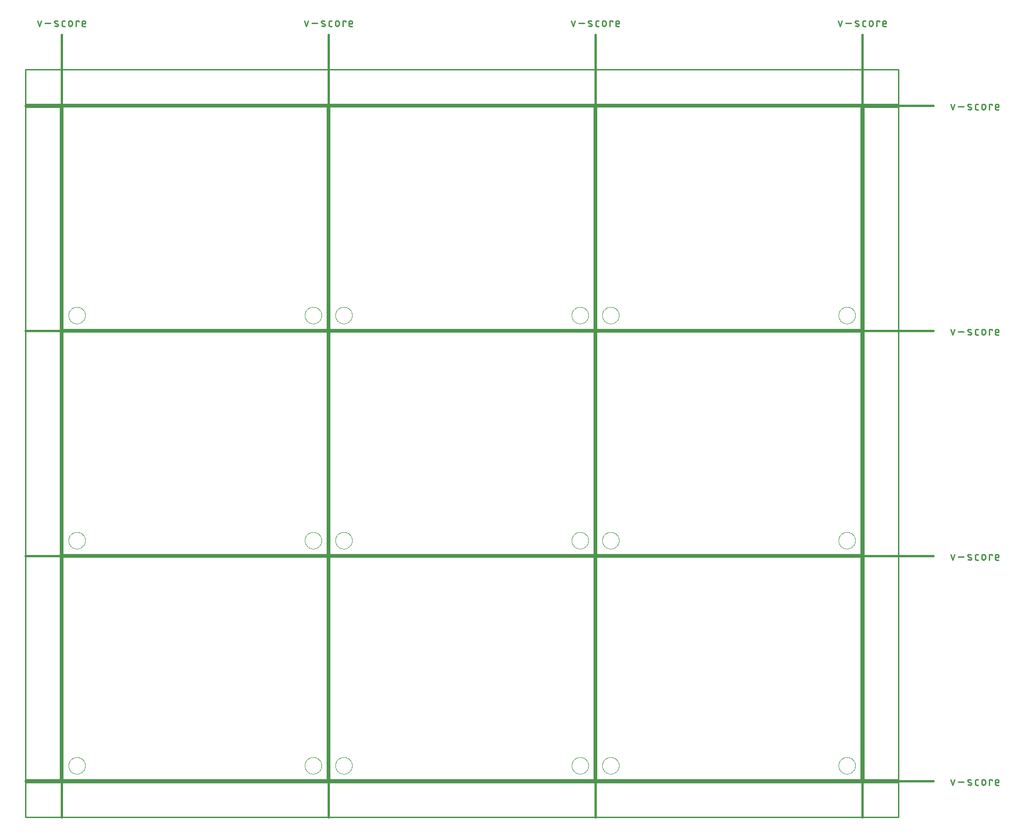
<source format=gko>
G75*
%MOIN*%
%OFA0B0*%
%FSLAX25Y25*%
%IPPOS*%
%LPD*%
%AMOC8*
5,1,8,0,0,1.08239X$1,22.5*
%
%ADD10C,0.00800*%
%ADD11C,0.01500*%
%ADD12C,0.01100*%
%ADD13C,0.01000*%
%ADD14C,0.00000*%
D10*
X0028750Y0028750D02*
X0028789Y0188750D01*
X0218750Y0188750D01*
X0218750Y0028750D01*
X0028750Y0028750D01*
X0220750Y0028750D02*
X0220789Y0188750D01*
X0410750Y0188750D01*
X0410750Y0028750D01*
X0220750Y0028750D01*
X0412750Y0028750D02*
X0412789Y0188750D01*
X0602750Y0188750D01*
X0602750Y0028750D01*
X0412750Y0028750D01*
X0412750Y0190750D02*
X0412789Y0350750D01*
X0602750Y0350750D01*
X0602750Y0190750D01*
X0412750Y0190750D01*
X0410750Y0190750D02*
X0410750Y0350750D01*
X0220789Y0350750D01*
X0220750Y0190750D01*
X0410750Y0190750D01*
X0410750Y0352750D02*
X0220750Y0352750D01*
X0220789Y0512750D01*
X0410750Y0512750D01*
X0410750Y0352750D01*
X0412750Y0352750D02*
X0412789Y0512750D01*
X0602750Y0512750D01*
X0602750Y0352750D01*
X0412750Y0352750D01*
X0218750Y0352750D02*
X0218750Y0512750D01*
X0028789Y0512750D01*
X0028750Y0352750D01*
X0218750Y0352750D01*
X0218750Y0350750D02*
X0028789Y0350750D01*
X0028750Y0190750D01*
X0218750Y0190750D01*
X0218750Y0350750D01*
D11*
X0001750Y0351750D02*
X0654750Y0351750D01*
X0654750Y0189750D02*
X0001750Y0189750D01*
X0001750Y0027750D02*
X0654750Y0027750D01*
X0603750Y0001750D02*
X0603750Y0564750D01*
X0654750Y0513750D02*
X0001750Y0513750D01*
X0027750Y0564750D02*
X0027750Y0001750D01*
X0219750Y0001750D02*
X0219750Y0564750D01*
X0411750Y0564750D02*
X0411750Y0001750D01*
D12*
X0667541Y0028733D02*
X0668852Y0024800D01*
X0670163Y0028733D01*
X0672834Y0027094D02*
X0676768Y0027094D01*
X0680136Y0027094D02*
X0681774Y0026439D01*
X0681775Y0026439D02*
X0681827Y0026416D01*
X0681878Y0026389D01*
X0681927Y0026359D01*
X0681974Y0026326D01*
X0682019Y0026290D01*
X0682061Y0026250D01*
X0682100Y0026208D01*
X0682136Y0026164D01*
X0682169Y0026117D01*
X0682199Y0026067D01*
X0682226Y0026016D01*
X0682249Y0025964D01*
X0682268Y0025910D01*
X0682284Y0025854D01*
X0682296Y0025798D01*
X0682304Y0025741D01*
X0682308Y0025684D01*
X0682309Y0025626D01*
X0682305Y0025569D01*
X0682298Y0025512D01*
X0682286Y0025455D01*
X0682271Y0025400D01*
X0682253Y0025345D01*
X0682230Y0025292D01*
X0682204Y0025241D01*
X0682175Y0025192D01*
X0682142Y0025144D01*
X0682106Y0025099D01*
X0682068Y0025057D01*
X0682026Y0025017D01*
X0681982Y0024980D01*
X0681935Y0024946D01*
X0681887Y0024915D01*
X0681836Y0024888D01*
X0681784Y0024864D01*
X0681730Y0024844D01*
X0681675Y0024828D01*
X0681619Y0024815D01*
X0681562Y0024806D01*
X0681504Y0024801D01*
X0681447Y0024800D01*
X0681938Y0028405D02*
X0681831Y0028451D01*
X0681722Y0028494D01*
X0681612Y0028534D01*
X0681500Y0028570D01*
X0681388Y0028602D01*
X0681274Y0028631D01*
X0681160Y0028657D01*
X0681045Y0028678D01*
X0680930Y0028697D01*
X0680813Y0028711D01*
X0680697Y0028722D01*
X0680580Y0028729D01*
X0680463Y0028733D01*
X0680463Y0028734D02*
X0680406Y0028733D01*
X0680348Y0028728D01*
X0680291Y0028719D01*
X0680235Y0028706D01*
X0680180Y0028690D01*
X0680126Y0028670D01*
X0680074Y0028646D01*
X0680023Y0028619D01*
X0679975Y0028588D01*
X0679928Y0028554D01*
X0679884Y0028517D01*
X0679842Y0028477D01*
X0679804Y0028435D01*
X0679768Y0028390D01*
X0679735Y0028342D01*
X0679706Y0028293D01*
X0679680Y0028242D01*
X0679657Y0028189D01*
X0679639Y0028134D01*
X0679624Y0028079D01*
X0679612Y0028022D01*
X0679605Y0027965D01*
X0679601Y0027908D01*
X0679602Y0027850D01*
X0679606Y0027793D01*
X0679614Y0027736D01*
X0679626Y0027680D01*
X0679642Y0027624D01*
X0679661Y0027570D01*
X0679684Y0027518D01*
X0679711Y0027467D01*
X0679741Y0027417D01*
X0679774Y0027370D01*
X0679810Y0027326D01*
X0679849Y0027284D01*
X0679891Y0027244D01*
X0679936Y0027208D01*
X0679983Y0027175D01*
X0680032Y0027145D01*
X0680083Y0027118D01*
X0680135Y0027095D01*
X0679644Y0025128D02*
X0679778Y0025082D01*
X0679913Y0025039D01*
X0680049Y0025000D01*
X0680186Y0024964D01*
X0680323Y0024932D01*
X0680462Y0024903D01*
X0680601Y0024877D01*
X0680741Y0024856D01*
X0680882Y0024837D01*
X0681022Y0024823D01*
X0681164Y0024812D01*
X0681305Y0024804D01*
X0681447Y0024801D01*
X0684988Y0025783D02*
X0684988Y0027750D01*
X0684990Y0027812D01*
X0684996Y0027873D01*
X0685005Y0027934D01*
X0685019Y0027994D01*
X0685036Y0028054D01*
X0685057Y0028112D01*
X0685082Y0028169D01*
X0685110Y0028224D01*
X0685141Y0028277D01*
X0685176Y0028328D01*
X0685214Y0028377D01*
X0685254Y0028423D01*
X0685298Y0028467D01*
X0685344Y0028507D01*
X0685393Y0028545D01*
X0685444Y0028580D01*
X0685497Y0028611D01*
X0685552Y0028639D01*
X0685609Y0028664D01*
X0685667Y0028685D01*
X0685727Y0028702D01*
X0685787Y0028716D01*
X0685848Y0028725D01*
X0685909Y0028731D01*
X0685971Y0028733D01*
X0687282Y0028733D01*
X0689695Y0027422D02*
X0689695Y0026111D01*
X0689696Y0026111D02*
X0689698Y0026040D01*
X0689704Y0025969D01*
X0689713Y0025899D01*
X0689727Y0025829D01*
X0689744Y0025760D01*
X0689765Y0025692D01*
X0689789Y0025626D01*
X0689817Y0025561D01*
X0689849Y0025497D01*
X0689884Y0025435D01*
X0689922Y0025375D01*
X0689963Y0025318D01*
X0690008Y0025262D01*
X0690055Y0025209D01*
X0690105Y0025159D01*
X0690158Y0025112D01*
X0690214Y0025067D01*
X0690271Y0025026D01*
X0690331Y0024988D01*
X0690393Y0024953D01*
X0690457Y0024921D01*
X0690522Y0024893D01*
X0690588Y0024869D01*
X0690656Y0024848D01*
X0690725Y0024831D01*
X0690795Y0024817D01*
X0690865Y0024808D01*
X0690936Y0024802D01*
X0691007Y0024800D01*
X0691078Y0024802D01*
X0691149Y0024808D01*
X0691219Y0024817D01*
X0691289Y0024831D01*
X0691358Y0024848D01*
X0691426Y0024869D01*
X0691492Y0024893D01*
X0691557Y0024921D01*
X0691621Y0024953D01*
X0691683Y0024988D01*
X0691743Y0025026D01*
X0691800Y0025067D01*
X0691856Y0025112D01*
X0691909Y0025159D01*
X0691959Y0025209D01*
X0692006Y0025262D01*
X0692051Y0025318D01*
X0692092Y0025375D01*
X0692130Y0025435D01*
X0692165Y0025497D01*
X0692197Y0025561D01*
X0692225Y0025626D01*
X0692249Y0025692D01*
X0692270Y0025760D01*
X0692287Y0025829D01*
X0692301Y0025899D01*
X0692310Y0025969D01*
X0692316Y0026040D01*
X0692318Y0026111D01*
X0692318Y0027422D01*
X0692316Y0027493D01*
X0692310Y0027564D01*
X0692301Y0027634D01*
X0692287Y0027704D01*
X0692270Y0027773D01*
X0692249Y0027841D01*
X0692225Y0027907D01*
X0692197Y0027972D01*
X0692165Y0028036D01*
X0692130Y0028098D01*
X0692092Y0028158D01*
X0692051Y0028215D01*
X0692006Y0028271D01*
X0691959Y0028324D01*
X0691909Y0028374D01*
X0691856Y0028421D01*
X0691800Y0028466D01*
X0691743Y0028507D01*
X0691683Y0028545D01*
X0691621Y0028580D01*
X0691557Y0028612D01*
X0691492Y0028640D01*
X0691426Y0028664D01*
X0691358Y0028685D01*
X0691289Y0028702D01*
X0691219Y0028716D01*
X0691149Y0028725D01*
X0691078Y0028731D01*
X0691007Y0028733D01*
X0690936Y0028731D01*
X0690865Y0028725D01*
X0690795Y0028716D01*
X0690725Y0028702D01*
X0690656Y0028685D01*
X0690588Y0028664D01*
X0690522Y0028640D01*
X0690457Y0028612D01*
X0690393Y0028580D01*
X0690331Y0028545D01*
X0690271Y0028507D01*
X0690214Y0028466D01*
X0690158Y0028421D01*
X0690105Y0028374D01*
X0690055Y0028324D01*
X0690008Y0028271D01*
X0689963Y0028215D01*
X0689922Y0028158D01*
X0689884Y0028098D01*
X0689849Y0028036D01*
X0689817Y0027972D01*
X0689789Y0027907D01*
X0689765Y0027841D01*
X0689744Y0027773D01*
X0689727Y0027704D01*
X0689713Y0027634D01*
X0689704Y0027564D01*
X0689698Y0027493D01*
X0689696Y0027422D01*
X0687282Y0024800D02*
X0685971Y0024800D01*
X0685909Y0024802D01*
X0685848Y0024808D01*
X0685787Y0024817D01*
X0685727Y0024831D01*
X0685667Y0024848D01*
X0685609Y0024869D01*
X0685552Y0024894D01*
X0685497Y0024922D01*
X0685444Y0024953D01*
X0685393Y0024988D01*
X0685344Y0025026D01*
X0685298Y0025066D01*
X0685254Y0025110D01*
X0685214Y0025156D01*
X0685176Y0025205D01*
X0685141Y0025256D01*
X0685110Y0025309D01*
X0685082Y0025364D01*
X0685057Y0025421D01*
X0685036Y0025479D01*
X0685019Y0025539D01*
X0685005Y0025599D01*
X0684996Y0025660D01*
X0684990Y0025721D01*
X0684988Y0025783D01*
X0695284Y0024800D02*
X0695284Y0028733D01*
X0697251Y0028733D01*
X0697251Y0028078D01*
X0699337Y0027422D02*
X0699337Y0025783D01*
X0699339Y0025721D01*
X0699345Y0025660D01*
X0699354Y0025599D01*
X0699368Y0025539D01*
X0699385Y0025479D01*
X0699406Y0025421D01*
X0699431Y0025364D01*
X0699459Y0025309D01*
X0699490Y0025256D01*
X0699525Y0025205D01*
X0699563Y0025156D01*
X0699603Y0025110D01*
X0699647Y0025066D01*
X0699693Y0025026D01*
X0699742Y0024988D01*
X0699793Y0024953D01*
X0699846Y0024922D01*
X0699901Y0024894D01*
X0699958Y0024869D01*
X0700016Y0024848D01*
X0700076Y0024831D01*
X0700136Y0024817D01*
X0700197Y0024808D01*
X0700258Y0024802D01*
X0700320Y0024800D01*
X0701959Y0024800D01*
X0701959Y0026767D02*
X0699337Y0026767D01*
X0699337Y0027422D02*
X0699339Y0027493D01*
X0699345Y0027564D01*
X0699354Y0027634D01*
X0699368Y0027704D01*
X0699385Y0027773D01*
X0699406Y0027841D01*
X0699430Y0027907D01*
X0699458Y0027972D01*
X0699490Y0028036D01*
X0699525Y0028098D01*
X0699563Y0028158D01*
X0699604Y0028215D01*
X0699649Y0028271D01*
X0699696Y0028324D01*
X0699746Y0028374D01*
X0699799Y0028421D01*
X0699855Y0028466D01*
X0699912Y0028507D01*
X0699972Y0028545D01*
X0700034Y0028580D01*
X0700098Y0028612D01*
X0700163Y0028640D01*
X0700229Y0028664D01*
X0700297Y0028685D01*
X0700366Y0028702D01*
X0700436Y0028716D01*
X0700506Y0028725D01*
X0700577Y0028731D01*
X0700648Y0028733D01*
X0700719Y0028731D01*
X0700790Y0028725D01*
X0700860Y0028716D01*
X0700930Y0028702D01*
X0700999Y0028685D01*
X0701067Y0028664D01*
X0701133Y0028640D01*
X0701198Y0028612D01*
X0701262Y0028580D01*
X0701324Y0028545D01*
X0701384Y0028507D01*
X0701441Y0028466D01*
X0701497Y0028421D01*
X0701550Y0028374D01*
X0701600Y0028324D01*
X0701647Y0028271D01*
X0701692Y0028215D01*
X0701733Y0028158D01*
X0701771Y0028098D01*
X0701806Y0028036D01*
X0701838Y0027972D01*
X0701866Y0027907D01*
X0701890Y0027841D01*
X0701911Y0027773D01*
X0701928Y0027704D01*
X0701942Y0027634D01*
X0701951Y0027564D01*
X0701957Y0027493D01*
X0701959Y0027422D01*
X0701959Y0026767D01*
X0701959Y0186800D02*
X0700320Y0186800D01*
X0700258Y0186802D01*
X0700197Y0186808D01*
X0700136Y0186817D01*
X0700076Y0186831D01*
X0700016Y0186848D01*
X0699958Y0186869D01*
X0699901Y0186894D01*
X0699846Y0186922D01*
X0699793Y0186953D01*
X0699742Y0186988D01*
X0699693Y0187026D01*
X0699647Y0187066D01*
X0699603Y0187110D01*
X0699563Y0187156D01*
X0699525Y0187205D01*
X0699490Y0187256D01*
X0699459Y0187309D01*
X0699431Y0187364D01*
X0699406Y0187421D01*
X0699385Y0187479D01*
X0699368Y0187539D01*
X0699354Y0187599D01*
X0699345Y0187660D01*
X0699339Y0187721D01*
X0699337Y0187783D01*
X0699337Y0189422D01*
X0699337Y0188767D02*
X0701959Y0188767D01*
X0701959Y0189422D01*
X0701957Y0189493D01*
X0701951Y0189564D01*
X0701942Y0189634D01*
X0701928Y0189704D01*
X0701911Y0189773D01*
X0701890Y0189841D01*
X0701866Y0189907D01*
X0701838Y0189972D01*
X0701806Y0190036D01*
X0701771Y0190098D01*
X0701733Y0190158D01*
X0701692Y0190215D01*
X0701647Y0190271D01*
X0701600Y0190324D01*
X0701550Y0190374D01*
X0701497Y0190421D01*
X0701441Y0190466D01*
X0701384Y0190507D01*
X0701324Y0190545D01*
X0701262Y0190580D01*
X0701198Y0190612D01*
X0701133Y0190640D01*
X0701067Y0190664D01*
X0700999Y0190685D01*
X0700930Y0190702D01*
X0700860Y0190716D01*
X0700790Y0190725D01*
X0700719Y0190731D01*
X0700648Y0190733D01*
X0700577Y0190731D01*
X0700506Y0190725D01*
X0700436Y0190716D01*
X0700366Y0190702D01*
X0700297Y0190685D01*
X0700229Y0190664D01*
X0700163Y0190640D01*
X0700098Y0190612D01*
X0700034Y0190580D01*
X0699972Y0190545D01*
X0699912Y0190507D01*
X0699855Y0190466D01*
X0699799Y0190421D01*
X0699746Y0190374D01*
X0699696Y0190324D01*
X0699649Y0190271D01*
X0699604Y0190215D01*
X0699563Y0190158D01*
X0699525Y0190098D01*
X0699490Y0190036D01*
X0699458Y0189972D01*
X0699430Y0189907D01*
X0699406Y0189841D01*
X0699385Y0189773D01*
X0699368Y0189704D01*
X0699354Y0189634D01*
X0699345Y0189564D01*
X0699339Y0189493D01*
X0699337Y0189422D01*
X0697251Y0190078D02*
X0697251Y0190733D01*
X0695284Y0190733D01*
X0695284Y0186800D01*
X0692318Y0188111D02*
X0692318Y0189422D01*
X0692316Y0189493D01*
X0692310Y0189564D01*
X0692301Y0189634D01*
X0692287Y0189704D01*
X0692270Y0189773D01*
X0692249Y0189841D01*
X0692225Y0189907D01*
X0692197Y0189972D01*
X0692165Y0190036D01*
X0692130Y0190098D01*
X0692092Y0190158D01*
X0692051Y0190215D01*
X0692006Y0190271D01*
X0691959Y0190324D01*
X0691909Y0190374D01*
X0691856Y0190421D01*
X0691800Y0190466D01*
X0691743Y0190507D01*
X0691683Y0190545D01*
X0691621Y0190580D01*
X0691557Y0190612D01*
X0691492Y0190640D01*
X0691426Y0190664D01*
X0691358Y0190685D01*
X0691289Y0190702D01*
X0691219Y0190716D01*
X0691149Y0190725D01*
X0691078Y0190731D01*
X0691007Y0190733D01*
X0690936Y0190731D01*
X0690865Y0190725D01*
X0690795Y0190716D01*
X0690725Y0190702D01*
X0690656Y0190685D01*
X0690588Y0190664D01*
X0690522Y0190640D01*
X0690457Y0190612D01*
X0690393Y0190580D01*
X0690331Y0190545D01*
X0690271Y0190507D01*
X0690214Y0190466D01*
X0690158Y0190421D01*
X0690105Y0190374D01*
X0690055Y0190324D01*
X0690008Y0190271D01*
X0689963Y0190215D01*
X0689922Y0190158D01*
X0689884Y0190098D01*
X0689849Y0190036D01*
X0689817Y0189972D01*
X0689789Y0189907D01*
X0689765Y0189841D01*
X0689744Y0189773D01*
X0689727Y0189704D01*
X0689713Y0189634D01*
X0689704Y0189564D01*
X0689698Y0189493D01*
X0689696Y0189422D01*
X0689695Y0189422D02*
X0689695Y0188111D01*
X0689696Y0188111D02*
X0689698Y0188040D01*
X0689704Y0187969D01*
X0689713Y0187899D01*
X0689727Y0187829D01*
X0689744Y0187760D01*
X0689765Y0187692D01*
X0689789Y0187626D01*
X0689817Y0187561D01*
X0689849Y0187497D01*
X0689884Y0187435D01*
X0689922Y0187375D01*
X0689963Y0187318D01*
X0690008Y0187262D01*
X0690055Y0187209D01*
X0690105Y0187159D01*
X0690158Y0187112D01*
X0690214Y0187067D01*
X0690271Y0187026D01*
X0690331Y0186988D01*
X0690393Y0186953D01*
X0690457Y0186921D01*
X0690522Y0186893D01*
X0690588Y0186869D01*
X0690656Y0186848D01*
X0690725Y0186831D01*
X0690795Y0186817D01*
X0690865Y0186808D01*
X0690936Y0186802D01*
X0691007Y0186800D01*
X0691078Y0186802D01*
X0691149Y0186808D01*
X0691219Y0186817D01*
X0691289Y0186831D01*
X0691358Y0186848D01*
X0691426Y0186869D01*
X0691492Y0186893D01*
X0691557Y0186921D01*
X0691621Y0186953D01*
X0691683Y0186988D01*
X0691743Y0187026D01*
X0691800Y0187067D01*
X0691856Y0187112D01*
X0691909Y0187159D01*
X0691959Y0187209D01*
X0692006Y0187262D01*
X0692051Y0187318D01*
X0692092Y0187375D01*
X0692130Y0187435D01*
X0692165Y0187497D01*
X0692197Y0187561D01*
X0692225Y0187626D01*
X0692249Y0187692D01*
X0692270Y0187760D01*
X0692287Y0187829D01*
X0692301Y0187899D01*
X0692310Y0187969D01*
X0692316Y0188040D01*
X0692318Y0188111D01*
X0687282Y0186800D02*
X0685971Y0186800D01*
X0685909Y0186802D01*
X0685848Y0186808D01*
X0685787Y0186817D01*
X0685727Y0186831D01*
X0685667Y0186848D01*
X0685609Y0186869D01*
X0685552Y0186894D01*
X0685497Y0186922D01*
X0685444Y0186953D01*
X0685393Y0186988D01*
X0685344Y0187026D01*
X0685298Y0187066D01*
X0685254Y0187110D01*
X0685214Y0187156D01*
X0685176Y0187205D01*
X0685141Y0187256D01*
X0685110Y0187309D01*
X0685082Y0187364D01*
X0685057Y0187421D01*
X0685036Y0187479D01*
X0685019Y0187539D01*
X0685005Y0187599D01*
X0684996Y0187660D01*
X0684990Y0187721D01*
X0684988Y0187783D01*
X0684988Y0189750D01*
X0684990Y0189812D01*
X0684996Y0189873D01*
X0685005Y0189934D01*
X0685019Y0189994D01*
X0685036Y0190054D01*
X0685057Y0190112D01*
X0685082Y0190169D01*
X0685110Y0190224D01*
X0685141Y0190277D01*
X0685176Y0190328D01*
X0685214Y0190377D01*
X0685254Y0190423D01*
X0685298Y0190467D01*
X0685344Y0190507D01*
X0685393Y0190545D01*
X0685444Y0190580D01*
X0685497Y0190611D01*
X0685552Y0190639D01*
X0685609Y0190664D01*
X0685667Y0190685D01*
X0685727Y0190702D01*
X0685787Y0190716D01*
X0685848Y0190725D01*
X0685909Y0190731D01*
X0685971Y0190733D01*
X0687282Y0190733D01*
X0681774Y0188439D02*
X0680136Y0189094D01*
X0680135Y0189095D02*
X0680083Y0189118D01*
X0680032Y0189145D01*
X0679983Y0189175D01*
X0679936Y0189208D01*
X0679891Y0189244D01*
X0679849Y0189284D01*
X0679810Y0189326D01*
X0679774Y0189370D01*
X0679741Y0189417D01*
X0679711Y0189467D01*
X0679684Y0189518D01*
X0679661Y0189570D01*
X0679642Y0189624D01*
X0679626Y0189680D01*
X0679614Y0189736D01*
X0679606Y0189793D01*
X0679602Y0189850D01*
X0679601Y0189908D01*
X0679605Y0189965D01*
X0679612Y0190022D01*
X0679624Y0190079D01*
X0679639Y0190134D01*
X0679657Y0190189D01*
X0679680Y0190242D01*
X0679706Y0190293D01*
X0679735Y0190342D01*
X0679768Y0190390D01*
X0679804Y0190435D01*
X0679842Y0190477D01*
X0679884Y0190517D01*
X0679928Y0190554D01*
X0679975Y0190588D01*
X0680023Y0190619D01*
X0680074Y0190646D01*
X0680126Y0190670D01*
X0680180Y0190690D01*
X0680235Y0190706D01*
X0680291Y0190719D01*
X0680348Y0190728D01*
X0680406Y0190733D01*
X0680463Y0190734D01*
X0679644Y0187128D02*
X0679778Y0187082D01*
X0679913Y0187039D01*
X0680049Y0187000D01*
X0680186Y0186964D01*
X0680323Y0186932D01*
X0680462Y0186903D01*
X0680601Y0186877D01*
X0680741Y0186856D01*
X0680882Y0186837D01*
X0681022Y0186823D01*
X0681164Y0186812D01*
X0681305Y0186804D01*
X0681447Y0186801D01*
X0681447Y0186800D02*
X0681504Y0186801D01*
X0681562Y0186806D01*
X0681619Y0186815D01*
X0681675Y0186828D01*
X0681730Y0186844D01*
X0681784Y0186864D01*
X0681836Y0186888D01*
X0681887Y0186915D01*
X0681935Y0186946D01*
X0681982Y0186980D01*
X0682026Y0187017D01*
X0682068Y0187057D01*
X0682106Y0187099D01*
X0682142Y0187144D01*
X0682175Y0187192D01*
X0682204Y0187241D01*
X0682230Y0187292D01*
X0682253Y0187345D01*
X0682271Y0187400D01*
X0682286Y0187455D01*
X0682298Y0187512D01*
X0682305Y0187569D01*
X0682309Y0187626D01*
X0682308Y0187684D01*
X0682304Y0187741D01*
X0682296Y0187798D01*
X0682284Y0187854D01*
X0682268Y0187910D01*
X0682249Y0187964D01*
X0682226Y0188016D01*
X0682199Y0188067D01*
X0682169Y0188117D01*
X0682136Y0188164D01*
X0682100Y0188208D01*
X0682061Y0188250D01*
X0682019Y0188290D01*
X0681974Y0188326D01*
X0681927Y0188359D01*
X0681878Y0188389D01*
X0681827Y0188416D01*
X0681775Y0188439D01*
X0681938Y0190405D02*
X0681831Y0190451D01*
X0681722Y0190494D01*
X0681612Y0190534D01*
X0681500Y0190570D01*
X0681388Y0190602D01*
X0681274Y0190631D01*
X0681160Y0190657D01*
X0681045Y0190678D01*
X0680930Y0190697D01*
X0680813Y0190711D01*
X0680697Y0190722D01*
X0680580Y0190729D01*
X0680463Y0190733D01*
X0676768Y0189094D02*
X0672834Y0189094D01*
X0670163Y0190733D02*
X0668852Y0186800D01*
X0667541Y0190733D01*
X0668852Y0348800D02*
X0670163Y0352733D01*
X0667541Y0352733D02*
X0668852Y0348800D01*
X0672834Y0351094D02*
X0676768Y0351094D01*
X0680136Y0351094D02*
X0681774Y0350439D01*
X0681775Y0350439D02*
X0681827Y0350416D01*
X0681878Y0350389D01*
X0681927Y0350359D01*
X0681974Y0350326D01*
X0682019Y0350290D01*
X0682061Y0350250D01*
X0682100Y0350208D01*
X0682136Y0350164D01*
X0682169Y0350117D01*
X0682199Y0350067D01*
X0682226Y0350016D01*
X0682249Y0349964D01*
X0682268Y0349910D01*
X0682284Y0349854D01*
X0682296Y0349798D01*
X0682304Y0349741D01*
X0682308Y0349684D01*
X0682309Y0349626D01*
X0682305Y0349569D01*
X0682298Y0349512D01*
X0682286Y0349455D01*
X0682271Y0349400D01*
X0682253Y0349345D01*
X0682230Y0349292D01*
X0682204Y0349241D01*
X0682175Y0349192D01*
X0682142Y0349144D01*
X0682106Y0349099D01*
X0682068Y0349057D01*
X0682026Y0349017D01*
X0681982Y0348980D01*
X0681935Y0348946D01*
X0681887Y0348915D01*
X0681836Y0348888D01*
X0681784Y0348864D01*
X0681730Y0348844D01*
X0681675Y0348828D01*
X0681619Y0348815D01*
X0681562Y0348806D01*
X0681504Y0348801D01*
X0681447Y0348800D01*
X0681938Y0352405D02*
X0681831Y0352451D01*
X0681722Y0352494D01*
X0681612Y0352534D01*
X0681500Y0352570D01*
X0681388Y0352602D01*
X0681274Y0352631D01*
X0681160Y0352657D01*
X0681045Y0352678D01*
X0680930Y0352697D01*
X0680813Y0352711D01*
X0680697Y0352722D01*
X0680580Y0352729D01*
X0680463Y0352733D01*
X0680463Y0352734D02*
X0680406Y0352733D01*
X0680348Y0352728D01*
X0680291Y0352719D01*
X0680235Y0352706D01*
X0680180Y0352690D01*
X0680126Y0352670D01*
X0680074Y0352646D01*
X0680023Y0352619D01*
X0679975Y0352588D01*
X0679928Y0352554D01*
X0679884Y0352517D01*
X0679842Y0352477D01*
X0679804Y0352435D01*
X0679768Y0352390D01*
X0679735Y0352342D01*
X0679706Y0352293D01*
X0679680Y0352242D01*
X0679657Y0352189D01*
X0679639Y0352134D01*
X0679624Y0352079D01*
X0679612Y0352022D01*
X0679605Y0351965D01*
X0679601Y0351908D01*
X0679602Y0351850D01*
X0679606Y0351793D01*
X0679614Y0351736D01*
X0679626Y0351680D01*
X0679642Y0351624D01*
X0679661Y0351570D01*
X0679684Y0351518D01*
X0679711Y0351467D01*
X0679741Y0351417D01*
X0679774Y0351370D01*
X0679810Y0351326D01*
X0679849Y0351284D01*
X0679891Y0351244D01*
X0679936Y0351208D01*
X0679983Y0351175D01*
X0680032Y0351145D01*
X0680083Y0351118D01*
X0680135Y0351095D01*
X0679644Y0349128D02*
X0679778Y0349082D01*
X0679913Y0349039D01*
X0680049Y0349000D01*
X0680186Y0348964D01*
X0680323Y0348932D01*
X0680462Y0348903D01*
X0680601Y0348877D01*
X0680741Y0348856D01*
X0680882Y0348837D01*
X0681022Y0348823D01*
X0681164Y0348812D01*
X0681305Y0348804D01*
X0681447Y0348801D01*
X0684988Y0349783D02*
X0684988Y0351750D01*
X0684990Y0351812D01*
X0684996Y0351873D01*
X0685005Y0351934D01*
X0685019Y0351994D01*
X0685036Y0352054D01*
X0685057Y0352112D01*
X0685082Y0352169D01*
X0685110Y0352224D01*
X0685141Y0352277D01*
X0685176Y0352328D01*
X0685214Y0352377D01*
X0685254Y0352423D01*
X0685298Y0352467D01*
X0685344Y0352507D01*
X0685393Y0352545D01*
X0685444Y0352580D01*
X0685497Y0352611D01*
X0685552Y0352639D01*
X0685609Y0352664D01*
X0685667Y0352685D01*
X0685727Y0352702D01*
X0685787Y0352716D01*
X0685848Y0352725D01*
X0685909Y0352731D01*
X0685971Y0352733D01*
X0687282Y0352733D01*
X0689695Y0351422D02*
X0689695Y0350111D01*
X0689696Y0350111D02*
X0689698Y0350040D01*
X0689704Y0349969D01*
X0689713Y0349899D01*
X0689727Y0349829D01*
X0689744Y0349760D01*
X0689765Y0349692D01*
X0689789Y0349626D01*
X0689817Y0349561D01*
X0689849Y0349497D01*
X0689884Y0349435D01*
X0689922Y0349375D01*
X0689963Y0349318D01*
X0690008Y0349262D01*
X0690055Y0349209D01*
X0690105Y0349159D01*
X0690158Y0349112D01*
X0690214Y0349067D01*
X0690271Y0349026D01*
X0690331Y0348988D01*
X0690393Y0348953D01*
X0690457Y0348921D01*
X0690522Y0348893D01*
X0690588Y0348869D01*
X0690656Y0348848D01*
X0690725Y0348831D01*
X0690795Y0348817D01*
X0690865Y0348808D01*
X0690936Y0348802D01*
X0691007Y0348800D01*
X0691078Y0348802D01*
X0691149Y0348808D01*
X0691219Y0348817D01*
X0691289Y0348831D01*
X0691358Y0348848D01*
X0691426Y0348869D01*
X0691492Y0348893D01*
X0691557Y0348921D01*
X0691621Y0348953D01*
X0691683Y0348988D01*
X0691743Y0349026D01*
X0691800Y0349067D01*
X0691856Y0349112D01*
X0691909Y0349159D01*
X0691959Y0349209D01*
X0692006Y0349262D01*
X0692051Y0349318D01*
X0692092Y0349375D01*
X0692130Y0349435D01*
X0692165Y0349497D01*
X0692197Y0349561D01*
X0692225Y0349626D01*
X0692249Y0349692D01*
X0692270Y0349760D01*
X0692287Y0349829D01*
X0692301Y0349899D01*
X0692310Y0349969D01*
X0692316Y0350040D01*
X0692318Y0350111D01*
X0692318Y0351422D01*
X0692316Y0351493D01*
X0692310Y0351564D01*
X0692301Y0351634D01*
X0692287Y0351704D01*
X0692270Y0351773D01*
X0692249Y0351841D01*
X0692225Y0351907D01*
X0692197Y0351972D01*
X0692165Y0352036D01*
X0692130Y0352098D01*
X0692092Y0352158D01*
X0692051Y0352215D01*
X0692006Y0352271D01*
X0691959Y0352324D01*
X0691909Y0352374D01*
X0691856Y0352421D01*
X0691800Y0352466D01*
X0691743Y0352507D01*
X0691683Y0352545D01*
X0691621Y0352580D01*
X0691557Y0352612D01*
X0691492Y0352640D01*
X0691426Y0352664D01*
X0691358Y0352685D01*
X0691289Y0352702D01*
X0691219Y0352716D01*
X0691149Y0352725D01*
X0691078Y0352731D01*
X0691007Y0352733D01*
X0690936Y0352731D01*
X0690865Y0352725D01*
X0690795Y0352716D01*
X0690725Y0352702D01*
X0690656Y0352685D01*
X0690588Y0352664D01*
X0690522Y0352640D01*
X0690457Y0352612D01*
X0690393Y0352580D01*
X0690331Y0352545D01*
X0690271Y0352507D01*
X0690214Y0352466D01*
X0690158Y0352421D01*
X0690105Y0352374D01*
X0690055Y0352324D01*
X0690008Y0352271D01*
X0689963Y0352215D01*
X0689922Y0352158D01*
X0689884Y0352098D01*
X0689849Y0352036D01*
X0689817Y0351972D01*
X0689789Y0351907D01*
X0689765Y0351841D01*
X0689744Y0351773D01*
X0689727Y0351704D01*
X0689713Y0351634D01*
X0689704Y0351564D01*
X0689698Y0351493D01*
X0689696Y0351422D01*
X0687282Y0348800D02*
X0685971Y0348800D01*
X0685909Y0348802D01*
X0685848Y0348808D01*
X0685787Y0348817D01*
X0685727Y0348831D01*
X0685667Y0348848D01*
X0685609Y0348869D01*
X0685552Y0348894D01*
X0685497Y0348922D01*
X0685444Y0348953D01*
X0685393Y0348988D01*
X0685344Y0349026D01*
X0685298Y0349066D01*
X0685254Y0349110D01*
X0685214Y0349156D01*
X0685176Y0349205D01*
X0685141Y0349256D01*
X0685110Y0349309D01*
X0685082Y0349364D01*
X0685057Y0349421D01*
X0685036Y0349479D01*
X0685019Y0349539D01*
X0685005Y0349599D01*
X0684996Y0349660D01*
X0684990Y0349721D01*
X0684988Y0349783D01*
X0695284Y0348800D02*
X0695284Y0352733D01*
X0697251Y0352733D01*
X0697251Y0352078D01*
X0699337Y0351422D02*
X0699337Y0349783D01*
X0699339Y0349721D01*
X0699345Y0349660D01*
X0699354Y0349599D01*
X0699368Y0349539D01*
X0699385Y0349479D01*
X0699406Y0349421D01*
X0699431Y0349364D01*
X0699459Y0349309D01*
X0699490Y0349256D01*
X0699525Y0349205D01*
X0699563Y0349156D01*
X0699603Y0349110D01*
X0699647Y0349066D01*
X0699693Y0349026D01*
X0699742Y0348988D01*
X0699793Y0348953D01*
X0699846Y0348922D01*
X0699901Y0348894D01*
X0699958Y0348869D01*
X0700016Y0348848D01*
X0700076Y0348831D01*
X0700136Y0348817D01*
X0700197Y0348808D01*
X0700258Y0348802D01*
X0700320Y0348800D01*
X0701959Y0348800D01*
X0701959Y0350767D02*
X0699337Y0350767D01*
X0699337Y0351422D02*
X0699339Y0351493D01*
X0699345Y0351564D01*
X0699354Y0351634D01*
X0699368Y0351704D01*
X0699385Y0351773D01*
X0699406Y0351841D01*
X0699430Y0351907D01*
X0699458Y0351972D01*
X0699490Y0352036D01*
X0699525Y0352098D01*
X0699563Y0352158D01*
X0699604Y0352215D01*
X0699649Y0352271D01*
X0699696Y0352324D01*
X0699746Y0352374D01*
X0699799Y0352421D01*
X0699855Y0352466D01*
X0699912Y0352507D01*
X0699972Y0352545D01*
X0700034Y0352580D01*
X0700098Y0352612D01*
X0700163Y0352640D01*
X0700229Y0352664D01*
X0700297Y0352685D01*
X0700366Y0352702D01*
X0700436Y0352716D01*
X0700506Y0352725D01*
X0700577Y0352731D01*
X0700648Y0352733D01*
X0700719Y0352731D01*
X0700790Y0352725D01*
X0700860Y0352716D01*
X0700930Y0352702D01*
X0700999Y0352685D01*
X0701067Y0352664D01*
X0701133Y0352640D01*
X0701198Y0352612D01*
X0701262Y0352580D01*
X0701324Y0352545D01*
X0701384Y0352507D01*
X0701441Y0352466D01*
X0701497Y0352421D01*
X0701550Y0352374D01*
X0701600Y0352324D01*
X0701647Y0352271D01*
X0701692Y0352215D01*
X0701733Y0352158D01*
X0701771Y0352098D01*
X0701806Y0352036D01*
X0701838Y0351972D01*
X0701866Y0351907D01*
X0701890Y0351841D01*
X0701911Y0351773D01*
X0701928Y0351704D01*
X0701942Y0351634D01*
X0701951Y0351564D01*
X0701957Y0351493D01*
X0701959Y0351422D01*
X0701959Y0350767D01*
X0701959Y0510800D02*
X0700320Y0510800D01*
X0700258Y0510802D01*
X0700197Y0510808D01*
X0700136Y0510817D01*
X0700076Y0510831D01*
X0700016Y0510848D01*
X0699958Y0510869D01*
X0699901Y0510894D01*
X0699846Y0510922D01*
X0699793Y0510953D01*
X0699742Y0510988D01*
X0699693Y0511026D01*
X0699647Y0511066D01*
X0699603Y0511110D01*
X0699563Y0511156D01*
X0699525Y0511205D01*
X0699490Y0511256D01*
X0699459Y0511309D01*
X0699431Y0511364D01*
X0699406Y0511421D01*
X0699385Y0511479D01*
X0699368Y0511539D01*
X0699354Y0511599D01*
X0699345Y0511660D01*
X0699339Y0511721D01*
X0699337Y0511783D01*
X0699337Y0513422D01*
X0699337Y0512767D02*
X0701959Y0512767D01*
X0701959Y0513422D01*
X0701957Y0513493D01*
X0701951Y0513564D01*
X0701942Y0513634D01*
X0701928Y0513704D01*
X0701911Y0513773D01*
X0701890Y0513841D01*
X0701866Y0513907D01*
X0701838Y0513972D01*
X0701806Y0514036D01*
X0701771Y0514098D01*
X0701733Y0514158D01*
X0701692Y0514215D01*
X0701647Y0514271D01*
X0701600Y0514324D01*
X0701550Y0514374D01*
X0701497Y0514421D01*
X0701441Y0514466D01*
X0701384Y0514507D01*
X0701324Y0514545D01*
X0701262Y0514580D01*
X0701198Y0514612D01*
X0701133Y0514640D01*
X0701067Y0514664D01*
X0700999Y0514685D01*
X0700930Y0514702D01*
X0700860Y0514716D01*
X0700790Y0514725D01*
X0700719Y0514731D01*
X0700648Y0514733D01*
X0700577Y0514731D01*
X0700506Y0514725D01*
X0700436Y0514716D01*
X0700366Y0514702D01*
X0700297Y0514685D01*
X0700229Y0514664D01*
X0700163Y0514640D01*
X0700098Y0514612D01*
X0700034Y0514580D01*
X0699972Y0514545D01*
X0699912Y0514507D01*
X0699855Y0514466D01*
X0699799Y0514421D01*
X0699746Y0514374D01*
X0699696Y0514324D01*
X0699649Y0514271D01*
X0699604Y0514215D01*
X0699563Y0514158D01*
X0699525Y0514098D01*
X0699490Y0514036D01*
X0699458Y0513972D01*
X0699430Y0513907D01*
X0699406Y0513841D01*
X0699385Y0513773D01*
X0699368Y0513704D01*
X0699354Y0513634D01*
X0699345Y0513564D01*
X0699339Y0513493D01*
X0699337Y0513422D01*
X0697251Y0514078D02*
X0697251Y0514733D01*
X0695284Y0514733D01*
X0695284Y0510800D01*
X0692318Y0512111D02*
X0692318Y0513422D01*
X0692316Y0513493D01*
X0692310Y0513564D01*
X0692301Y0513634D01*
X0692287Y0513704D01*
X0692270Y0513773D01*
X0692249Y0513841D01*
X0692225Y0513907D01*
X0692197Y0513972D01*
X0692165Y0514036D01*
X0692130Y0514098D01*
X0692092Y0514158D01*
X0692051Y0514215D01*
X0692006Y0514271D01*
X0691959Y0514324D01*
X0691909Y0514374D01*
X0691856Y0514421D01*
X0691800Y0514466D01*
X0691743Y0514507D01*
X0691683Y0514545D01*
X0691621Y0514580D01*
X0691557Y0514612D01*
X0691492Y0514640D01*
X0691426Y0514664D01*
X0691358Y0514685D01*
X0691289Y0514702D01*
X0691219Y0514716D01*
X0691149Y0514725D01*
X0691078Y0514731D01*
X0691007Y0514733D01*
X0690936Y0514731D01*
X0690865Y0514725D01*
X0690795Y0514716D01*
X0690725Y0514702D01*
X0690656Y0514685D01*
X0690588Y0514664D01*
X0690522Y0514640D01*
X0690457Y0514612D01*
X0690393Y0514580D01*
X0690331Y0514545D01*
X0690271Y0514507D01*
X0690214Y0514466D01*
X0690158Y0514421D01*
X0690105Y0514374D01*
X0690055Y0514324D01*
X0690008Y0514271D01*
X0689963Y0514215D01*
X0689922Y0514158D01*
X0689884Y0514098D01*
X0689849Y0514036D01*
X0689817Y0513972D01*
X0689789Y0513907D01*
X0689765Y0513841D01*
X0689744Y0513773D01*
X0689727Y0513704D01*
X0689713Y0513634D01*
X0689704Y0513564D01*
X0689698Y0513493D01*
X0689696Y0513422D01*
X0689695Y0513422D02*
X0689695Y0512111D01*
X0689696Y0512111D02*
X0689698Y0512040D01*
X0689704Y0511969D01*
X0689713Y0511899D01*
X0689727Y0511829D01*
X0689744Y0511760D01*
X0689765Y0511692D01*
X0689789Y0511626D01*
X0689817Y0511561D01*
X0689849Y0511497D01*
X0689884Y0511435D01*
X0689922Y0511375D01*
X0689963Y0511318D01*
X0690008Y0511262D01*
X0690055Y0511209D01*
X0690105Y0511159D01*
X0690158Y0511112D01*
X0690214Y0511067D01*
X0690271Y0511026D01*
X0690331Y0510988D01*
X0690393Y0510953D01*
X0690457Y0510921D01*
X0690522Y0510893D01*
X0690588Y0510869D01*
X0690656Y0510848D01*
X0690725Y0510831D01*
X0690795Y0510817D01*
X0690865Y0510808D01*
X0690936Y0510802D01*
X0691007Y0510800D01*
X0691078Y0510802D01*
X0691149Y0510808D01*
X0691219Y0510817D01*
X0691289Y0510831D01*
X0691358Y0510848D01*
X0691426Y0510869D01*
X0691492Y0510893D01*
X0691557Y0510921D01*
X0691621Y0510953D01*
X0691683Y0510988D01*
X0691743Y0511026D01*
X0691800Y0511067D01*
X0691856Y0511112D01*
X0691909Y0511159D01*
X0691959Y0511209D01*
X0692006Y0511262D01*
X0692051Y0511318D01*
X0692092Y0511375D01*
X0692130Y0511435D01*
X0692165Y0511497D01*
X0692197Y0511561D01*
X0692225Y0511626D01*
X0692249Y0511692D01*
X0692270Y0511760D01*
X0692287Y0511829D01*
X0692301Y0511899D01*
X0692310Y0511969D01*
X0692316Y0512040D01*
X0692318Y0512111D01*
X0687282Y0510800D02*
X0685971Y0510800D01*
X0685909Y0510802D01*
X0685848Y0510808D01*
X0685787Y0510817D01*
X0685727Y0510831D01*
X0685667Y0510848D01*
X0685609Y0510869D01*
X0685552Y0510894D01*
X0685497Y0510922D01*
X0685444Y0510953D01*
X0685393Y0510988D01*
X0685344Y0511026D01*
X0685298Y0511066D01*
X0685254Y0511110D01*
X0685214Y0511156D01*
X0685176Y0511205D01*
X0685141Y0511256D01*
X0685110Y0511309D01*
X0685082Y0511364D01*
X0685057Y0511421D01*
X0685036Y0511479D01*
X0685019Y0511539D01*
X0685005Y0511599D01*
X0684996Y0511660D01*
X0684990Y0511721D01*
X0684988Y0511783D01*
X0684988Y0513750D01*
X0684990Y0513812D01*
X0684996Y0513873D01*
X0685005Y0513934D01*
X0685019Y0513994D01*
X0685036Y0514054D01*
X0685057Y0514112D01*
X0685082Y0514169D01*
X0685110Y0514224D01*
X0685141Y0514277D01*
X0685176Y0514328D01*
X0685214Y0514377D01*
X0685254Y0514423D01*
X0685298Y0514467D01*
X0685344Y0514507D01*
X0685393Y0514545D01*
X0685444Y0514580D01*
X0685497Y0514611D01*
X0685552Y0514639D01*
X0685609Y0514664D01*
X0685667Y0514685D01*
X0685727Y0514702D01*
X0685787Y0514716D01*
X0685848Y0514725D01*
X0685909Y0514731D01*
X0685971Y0514733D01*
X0687282Y0514733D01*
X0681774Y0512439D02*
X0680136Y0513094D01*
X0680135Y0513095D02*
X0680083Y0513118D01*
X0680032Y0513145D01*
X0679983Y0513175D01*
X0679936Y0513208D01*
X0679891Y0513244D01*
X0679849Y0513284D01*
X0679810Y0513326D01*
X0679774Y0513370D01*
X0679741Y0513417D01*
X0679711Y0513467D01*
X0679684Y0513518D01*
X0679661Y0513570D01*
X0679642Y0513624D01*
X0679626Y0513680D01*
X0679614Y0513736D01*
X0679606Y0513793D01*
X0679602Y0513850D01*
X0679601Y0513908D01*
X0679605Y0513965D01*
X0679612Y0514022D01*
X0679624Y0514079D01*
X0679639Y0514134D01*
X0679657Y0514189D01*
X0679680Y0514242D01*
X0679706Y0514293D01*
X0679735Y0514342D01*
X0679768Y0514390D01*
X0679804Y0514435D01*
X0679842Y0514477D01*
X0679884Y0514517D01*
X0679928Y0514554D01*
X0679975Y0514588D01*
X0680023Y0514619D01*
X0680074Y0514646D01*
X0680126Y0514670D01*
X0680180Y0514690D01*
X0680235Y0514706D01*
X0680291Y0514719D01*
X0680348Y0514728D01*
X0680406Y0514733D01*
X0680463Y0514734D01*
X0679644Y0511128D02*
X0679778Y0511082D01*
X0679913Y0511039D01*
X0680049Y0511000D01*
X0680186Y0510964D01*
X0680323Y0510932D01*
X0680462Y0510903D01*
X0680601Y0510877D01*
X0680741Y0510856D01*
X0680882Y0510837D01*
X0681022Y0510823D01*
X0681164Y0510812D01*
X0681305Y0510804D01*
X0681447Y0510801D01*
X0681447Y0510800D02*
X0681504Y0510801D01*
X0681562Y0510806D01*
X0681619Y0510815D01*
X0681675Y0510828D01*
X0681730Y0510844D01*
X0681784Y0510864D01*
X0681836Y0510888D01*
X0681887Y0510915D01*
X0681935Y0510946D01*
X0681982Y0510980D01*
X0682026Y0511017D01*
X0682068Y0511057D01*
X0682106Y0511099D01*
X0682142Y0511144D01*
X0682175Y0511192D01*
X0682204Y0511241D01*
X0682230Y0511292D01*
X0682253Y0511345D01*
X0682271Y0511400D01*
X0682286Y0511455D01*
X0682298Y0511512D01*
X0682305Y0511569D01*
X0682309Y0511626D01*
X0682308Y0511684D01*
X0682304Y0511741D01*
X0682296Y0511798D01*
X0682284Y0511854D01*
X0682268Y0511910D01*
X0682249Y0511964D01*
X0682226Y0512016D01*
X0682199Y0512067D01*
X0682169Y0512117D01*
X0682136Y0512164D01*
X0682100Y0512208D01*
X0682061Y0512250D01*
X0682019Y0512290D01*
X0681974Y0512326D01*
X0681927Y0512359D01*
X0681878Y0512389D01*
X0681827Y0512416D01*
X0681775Y0512439D01*
X0681938Y0514405D02*
X0681831Y0514451D01*
X0681722Y0514494D01*
X0681612Y0514534D01*
X0681500Y0514570D01*
X0681388Y0514602D01*
X0681274Y0514631D01*
X0681160Y0514657D01*
X0681045Y0514678D01*
X0680930Y0514697D01*
X0680813Y0514711D01*
X0680697Y0514722D01*
X0680580Y0514729D01*
X0680463Y0514733D01*
X0676768Y0513094D02*
X0672834Y0513094D01*
X0670163Y0514733D02*
X0668852Y0510800D01*
X0667541Y0514733D01*
X0620959Y0570800D02*
X0619320Y0570800D01*
X0619258Y0570802D01*
X0619197Y0570808D01*
X0619136Y0570817D01*
X0619076Y0570831D01*
X0619016Y0570848D01*
X0618958Y0570869D01*
X0618901Y0570894D01*
X0618846Y0570922D01*
X0618793Y0570953D01*
X0618742Y0570988D01*
X0618693Y0571026D01*
X0618647Y0571066D01*
X0618603Y0571110D01*
X0618563Y0571156D01*
X0618525Y0571205D01*
X0618490Y0571256D01*
X0618459Y0571309D01*
X0618431Y0571364D01*
X0618406Y0571421D01*
X0618385Y0571479D01*
X0618368Y0571539D01*
X0618354Y0571599D01*
X0618345Y0571660D01*
X0618339Y0571721D01*
X0618337Y0571783D01*
X0618337Y0573422D01*
X0618337Y0572767D02*
X0620959Y0572767D01*
X0620959Y0573422D01*
X0620957Y0573493D01*
X0620951Y0573564D01*
X0620942Y0573634D01*
X0620928Y0573704D01*
X0620911Y0573773D01*
X0620890Y0573841D01*
X0620866Y0573907D01*
X0620838Y0573972D01*
X0620806Y0574036D01*
X0620771Y0574098D01*
X0620733Y0574158D01*
X0620692Y0574215D01*
X0620647Y0574271D01*
X0620600Y0574324D01*
X0620550Y0574374D01*
X0620497Y0574421D01*
X0620441Y0574466D01*
X0620384Y0574507D01*
X0620324Y0574545D01*
X0620262Y0574580D01*
X0620198Y0574612D01*
X0620133Y0574640D01*
X0620067Y0574664D01*
X0619999Y0574685D01*
X0619930Y0574702D01*
X0619860Y0574716D01*
X0619790Y0574725D01*
X0619719Y0574731D01*
X0619648Y0574733D01*
X0619577Y0574731D01*
X0619506Y0574725D01*
X0619436Y0574716D01*
X0619366Y0574702D01*
X0619297Y0574685D01*
X0619229Y0574664D01*
X0619163Y0574640D01*
X0619098Y0574612D01*
X0619034Y0574580D01*
X0618972Y0574545D01*
X0618912Y0574507D01*
X0618855Y0574466D01*
X0618799Y0574421D01*
X0618746Y0574374D01*
X0618696Y0574324D01*
X0618649Y0574271D01*
X0618604Y0574215D01*
X0618563Y0574158D01*
X0618525Y0574098D01*
X0618490Y0574036D01*
X0618458Y0573972D01*
X0618430Y0573907D01*
X0618406Y0573841D01*
X0618385Y0573773D01*
X0618368Y0573704D01*
X0618354Y0573634D01*
X0618345Y0573564D01*
X0618339Y0573493D01*
X0618337Y0573422D01*
X0616251Y0574078D02*
X0616251Y0574733D01*
X0614284Y0574733D01*
X0614284Y0570800D01*
X0611318Y0572111D02*
X0611318Y0573422D01*
X0611316Y0573493D01*
X0611310Y0573564D01*
X0611301Y0573634D01*
X0611287Y0573704D01*
X0611270Y0573773D01*
X0611249Y0573841D01*
X0611225Y0573907D01*
X0611197Y0573972D01*
X0611165Y0574036D01*
X0611130Y0574098D01*
X0611092Y0574158D01*
X0611051Y0574215D01*
X0611006Y0574271D01*
X0610959Y0574324D01*
X0610909Y0574374D01*
X0610856Y0574421D01*
X0610800Y0574466D01*
X0610743Y0574507D01*
X0610683Y0574545D01*
X0610621Y0574580D01*
X0610557Y0574612D01*
X0610492Y0574640D01*
X0610426Y0574664D01*
X0610358Y0574685D01*
X0610289Y0574702D01*
X0610219Y0574716D01*
X0610149Y0574725D01*
X0610078Y0574731D01*
X0610007Y0574733D01*
X0609936Y0574731D01*
X0609865Y0574725D01*
X0609795Y0574716D01*
X0609725Y0574702D01*
X0609656Y0574685D01*
X0609588Y0574664D01*
X0609522Y0574640D01*
X0609457Y0574612D01*
X0609393Y0574580D01*
X0609331Y0574545D01*
X0609271Y0574507D01*
X0609214Y0574466D01*
X0609158Y0574421D01*
X0609105Y0574374D01*
X0609055Y0574324D01*
X0609008Y0574271D01*
X0608963Y0574215D01*
X0608922Y0574158D01*
X0608884Y0574098D01*
X0608849Y0574036D01*
X0608817Y0573972D01*
X0608789Y0573907D01*
X0608765Y0573841D01*
X0608744Y0573773D01*
X0608727Y0573704D01*
X0608713Y0573634D01*
X0608704Y0573564D01*
X0608698Y0573493D01*
X0608696Y0573422D01*
X0608695Y0573422D02*
X0608695Y0572111D01*
X0608696Y0572111D02*
X0608698Y0572040D01*
X0608704Y0571969D01*
X0608713Y0571899D01*
X0608727Y0571829D01*
X0608744Y0571760D01*
X0608765Y0571692D01*
X0608789Y0571626D01*
X0608817Y0571561D01*
X0608849Y0571497D01*
X0608884Y0571435D01*
X0608922Y0571375D01*
X0608963Y0571318D01*
X0609008Y0571262D01*
X0609055Y0571209D01*
X0609105Y0571159D01*
X0609158Y0571112D01*
X0609214Y0571067D01*
X0609271Y0571026D01*
X0609331Y0570988D01*
X0609393Y0570953D01*
X0609457Y0570921D01*
X0609522Y0570893D01*
X0609588Y0570869D01*
X0609656Y0570848D01*
X0609725Y0570831D01*
X0609795Y0570817D01*
X0609865Y0570808D01*
X0609936Y0570802D01*
X0610007Y0570800D01*
X0610078Y0570802D01*
X0610149Y0570808D01*
X0610219Y0570817D01*
X0610289Y0570831D01*
X0610358Y0570848D01*
X0610426Y0570869D01*
X0610492Y0570893D01*
X0610557Y0570921D01*
X0610621Y0570953D01*
X0610683Y0570988D01*
X0610743Y0571026D01*
X0610800Y0571067D01*
X0610856Y0571112D01*
X0610909Y0571159D01*
X0610959Y0571209D01*
X0611006Y0571262D01*
X0611051Y0571318D01*
X0611092Y0571375D01*
X0611130Y0571435D01*
X0611165Y0571497D01*
X0611197Y0571561D01*
X0611225Y0571626D01*
X0611249Y0571692D01*
X0611270Y0571760D01*
X0611287Y0571829D01*
X0611301Y0571899D01*
X0611310Y0571969D01*
X0611316Y0572040D01*
X0611318Y0572111D01*
X0606282Y0570800D02*
X0604971Y0570800D01*
X0604909Y0570802D01*
X0604848Y0570808D01*
X0604787Y0570817D01*
X0604727Y0570831D01*
X0604667Y0570848D01*
X0604609Y0570869D01*
X0604552Y0570894D01*
X0604497Y0570922D01*
X0604444Y0570953D01*
X0604393Y0570988D01*
X0604344Y0571026D01*
X0604298Y0571066D01*
X0604254Y0571110D01*
X0604214Y0571156D01*
X0604176Y0571205D01*
X0604141Y0571256D01*
X0604110Y0571309D01*
X0604082Y0571364D01*
X0604057Y0571421D01*
X0604036Y0571479D01*
X0604019Y0571539D01*
X0604005Y0571599D01*
X0603996Y0571660D01*
X0603990Y0571721D01*
X0603988Y0571783D01*
X0603988Y0573750D01*
X0603990Y0573812D01*
X0603996Y0573873D01*
X0604005Y0573934D01*
X0604019Y0573994D01*
X0604036Y0574054D01*
X0604057Y0574112D01*
X0604082Y0574169D01*
X0604110Y0574224D01*
X0604141Y0574277D01*
X0604176Y0574328D01*
X0604214Y0574377D01*
X0604254Y0574423D01*
X0604298Y0574467D01*
X0604344Y0574507D01*
X0604393Y0574545D01*
X0604444Y0574580D01*
X0604497Y0574611D01*
X0604552Y0574639D01*
X0604609Y0574664D01*
X0604667Y0574685D01*
X0604727Y0574702D01*
X0604787Y0574716D01*
X0604848Y0574725D01*
X0604909Y0574731D01*
X0604971Y0574733D01*
X0606282Y0574733D01*
X0600774Y0572439D02*
X0599136Y0573094D01*
X0599135Y0573095D02*
X0599083Y0573118D01*
X0599032Y0573145D01*
X0598983Y0573175D01*
X0598936Y0573208D01*
X0598891Y0573244D01*
X0598849Y0573284D01*
X0598810Y0573326D01*
X0598774Y0573370D01*
X0598741Y0573417D01*
X0598711Y0573467D01*
X0598684Y0573518D01*
X0598661Y0573570D01*
X0598642Y0573624D01*
X0598626Y0573680D01*
X0598614Y0573736D01*
X0598606Y0573793D01*
X0598602Y0573850D01*
X0598601Y0573908D01*
X0598605Y0573965D01*
X0598612Y0574022D01*
X0598624Y0574079D01*
X0598639Y0574134D01*
X0598657Y0574189D01*
X0598680Y0574242D01*
X0598706Y0574293D01*
X0598735Y0574342D01*
X0598768Y0574390D01*
X0598804Y0574435D01*
X0598842Y0574477D01*
X0598884Y0574517D01*
X0598928Y0574554D01*
X0598975Y0574588D01*
X0599023Y0574619D01*
X0599074Y0574646D01*
X0599126Y0574670D01*
X0599180Y0574690D01*
X0599235Y0574706D01*
X0599291Y0574719D01*
X0599348Y0574728D01*
X0599406Y0574733D01*
X0599463Y0574734D01*
X0598644Y0571128D02*
X0598778Y0571082D01*
X0598913Y0571039D01*
X0599049Y0571000D01*
X0599186Y0570964D01*
X0599323Y0570932D01*
X0599462Y0570903D01*
X0599601Y0570877D01*
X0599741Y0570856D01*
X0599882Y0570837D01*
X0600022Y0570823D01*
X0600164Y0570812D01*
X0600305Y0570804D01*
X0600447Y0570801D01*
X0600447Y0570800D02*
X0600504Y0570801D01*
X0600562Y0570806D01*
X0600619Y0570815D01*
X0600675Y0570828D01*
X0600730Y0570844D01*
X0600784Y0570864D01*
X0600836Y0570888D01*
X0600887Y0570915D01*
X0600935Y0570946D01*
X0600982Y0570980D01*
X0601026Y0571017D01*
X0601068Y0571057D01*
X0601106Y0571099D01*
X0601142Y0571144D01*
X0601175Y0571192D01*
X0601204Y0571241D01*
X0601230Y0571292D01*
X0601253Y0571345D01*
X0601271Y0571400D01*
X0601286Y0571455D01*
X0601298Y0571512D01*
X0601305Y0571569D01*
X0601309Y0571626D01*
X0601308Y0571684D01*
X0601304Y0571741D01*
X0601296Y0571798D01*
X0601284Y0571854D01*
X0601268Y0571910D01*
X0601249Y0571964D01*
X0601226Y0572016D01*
X0601199Y0572067D01*
X0601169Y0572117D01*
X0601136Y0572164D01*
X0601100Y0572208D01*
X0601061Y0572250D01*
X0601019Y0572290D01*
X0600974Y0572326D01*
X0600927Y0572359D01*
X0600878Y0572389D01*
X0600827Y0572416D01*
X0600775Y0572439D01*
X0600938Y0574405D02*
X0600831Y0574451D01*
X0600722Y0574494D01*
X0600612Y0574534D01*
X0600500Y0574570D01*
X0600388Y0574602D01*
X0600274Y0574631D01*
X0600160Y0574657D01*
X0600045Y0574678D01*
X0599930Y0574697D01*
X0599813Y0574711D01*
X0599697Y0574722D01*
X0599580Y0574729D01*
X0599463Y0574733D01*
X0595768Y0573094D02*
X0591834Y0573094D01*
X0589163Y0574733D02*
X0587852Y0570800D01*
X0586541Y0574733D01*
X0428959Y0573422D02*
X0428959Y0572767D01*
X0426337Y0572767D01*
X0426337Y0573422D02*
X0426337Y0571783D01*
X0426339Y0571721D01*
X0426345Y0571660D01*
X0426354Y0571599D01*
X0426368Y0571539D01*
X0426385Y0571479D01*
X0426406Y0571421D01*
X0426431Y0571364D01*
X0426459Y0571309D01*
X0426490Y0571256D01*
X0426525Y0571205D01*
X0426563Y0571156D01*
X0426603Y0571110D01*
X0426647Y0571066D01*
X0426693Y0571026D01*
X0426742Y0570988D01*
X0426793Y0570953D01*
X0426846Y0570922D01*
X0426901Y0570894D01*
X0426958Y0570869D01*
X0427016Y0570848D01*
X0427076Y0570831D01*
X0427136Y0570817D01*
X0427197Y0570808D01*
X0427258Y0570802D01*
X0427320Y0570800D01*
X0428959Y0570800D01*
X0428959Y0573422D02*
X0428957Y0573493D01*
X0428951Y0573564D01*
X0428942Y0573634D01*
X0428928Y0573704D01*
X0428911Y0573773D01*
X0428890Y0573841D01*
X0428866Y0573907D01*
X0428838Y0573972D01*
X0428806Y0574036D01*
X0428771Y0574098D01*
X0428733Y0574158D01*
X0428692Y0574215D01*
X0428647Y0574271D01*
X0428600Y0574324D01*
X0428550Y0574374D01*
X0428497Y0574421D01*
X0428441Y0574466D01*
X0428384Y0574507D01*
X0428324Y0574545D01*
X0428262Y0574580D01*
X0428198Y0574612D01*
X0428133Y0574640D01*
X0428067Y0574664D01*
X0427999Y0574685D01*
X0427930Y0574702D01*
X0427860Y0574716D01*
X0427790Y0574725D01*
X0427719Y0574731D01*
X0427648Y0574733D01*
X0427577Y0574731D01*
X0427506Y0574725D01*
X0427436Y0574716D01*
X0427366Y0574702D01*
X0427297Y0574685D01*
X0427229Y0574664D01*
X0427163Y0574640D01*
X0427098Y0574612D01*
X0427034Y0574580D01*
X0426972Y0574545D01*
X0426912Y0574507D01*
X0426855Y0574466D01*
X0426799Y0574421D01*
X0426746Y0574374D01*
X0426696Y0574324D01*
X0426649Y0574271D01*
X0426604Y0574215D01*
X0426563Y0574158D01*
X0426525Y0574098D01*
X0426490Y0574036D01*
X0426458Y0573972D01*
X0426430Y0573907D01*
X0426406Y0573841D01*
X0426385Y0573773D01*
X0426368Y0573704D01*
X0426354Y0573634D01*
X0426345Y0573564D01*
X0426339Y0573493D01*
X0426337Y0573422D01*
X0424251Y0574078D02*
X0424251Y0574733D01*
X0422284Y0574733D01*
X0422284Y0570800D01*
X0419318Y0572111D02*
X0419318Y0573422D01*
X0419316Y0573493D01*
X0419310Y0573564D01*
X0419301Y0573634D01*
X0419287Y0573704D01*
X0419270Y0573773D01*
X0419249Y0573841D01*
X0419225Y0573907D01*
X0419197Y0573972D01*
X0419165Y0574036D01*
X0419130Y0574098D01*
X0419092Y0574158D01*
X0419051Y0574215D01*
X0419006Y0574271D01*
X0418959Y0574324D01*
X0418909Y0574374D01*
X0418856Y0574421D01*
X0418800Y0574466D01*
X0418743Y0574507D01*
X0418683Y0574545D01*
X0418621Y0574580D01*
X0418557Y0574612D01*
X0418492Y0574640D01*
X0418426Y0574664D01*
X0418358Y0574685D01*
X0418289Y0574702D01*
X0418219Y0574716D01*
X0418149Y0574725D01*
X0418078Y0574731D01*
X0418007Y0574733D01*
X0417936Y0574731D01*
X0417865Y0574725D01*
X0417795Y0574716D01*
X0417725Y0574702D01*
X0417656Y0574685D01*
X0417588Y0574664D01*
X0417522Y0574640D01*
X0417457Y0574612D01*
X0417393Y0574580D01*
X0417331Y0574545D01*
X0417271Y0574507D01*
X0417214Y0574466D01*
X0417158Y0574421D01*
X0417105Y0574374D01*
X0417055Y0574324D01*
X0417008Y0574271D01*
X0416963Y0574215D01*
X0416922Y0574158D01*
X0416884Y0574098D01*
X0416849Y0574036D01*
X0416817Y0573972D01*
X0416789Y0573907D01*
X0416765Y0573841D01*
X0416744Y0573773D01*
X0416727Y0573704D01*
X0416713Y0573634D01*
X0416704Y0573564D01*
X0416698Y0573493D01*
X0416696Y0573422D01*
X0416695Y0573422D02*
X0416695Y0572111D01*
X0416696Y0572111D02*
X0416698Y0572040D01*
X0416704Y0571969D01*
X0416713Y0571899D01*
X0416727Y0571829D01*
X0416744Y0571760D01*
X0416765Y0571692D01*
X0416789Y0571626D01*
X0416817Y0571561D01*
X0416849Y0571497D01*
X0416884Y0571435D01*
X0416922Y0571375D01*
X0416963Y0571318D01*
X0417008Y0571262D01*
X0417055Y0571209D01*
X0417105Y0571159D01*
X0417158Y0571112D01*
X0417214Y0571067D01*
X0417271Y0571026D01*
X0417331Y0570988D01*
X0417393Y0570953D01*
X0417457Y0570921D01*
X0417522Y0570893D01*
X0417588Y0570869D01*
X0417656Y0570848D01*
X0417725Y0570831D01*
X0417795Y0570817D01*
X0417865Y0570808D01*
X0417936Y0570802D01*
X0418007Y0570800D01*
X0418078Y0570802D01*
X0418149Y0570808D01*
X0418219Y0570817D01*
X0418289Y0570831D01*
X0418358Y0570848D01*
X0418426Y0570869D01*
X0418492Y0570893D01*
X0418557Y0570921D01*
X0418621Y0570953D01*
X0418683Y0570988D01*
X0418743Y0571026D01*
X0418800Y0571067D01*
X0418856Y0571112D01*
X0418909Y0571159D01*
X0418959Y0571209D01*
X0419006Y0571262D01*
X0419051Y0571318D01*
X0419092Y0571375D01*
X0419130Y0571435D01*
X0419165Y0571497D01*
X0419197Y0571561D01*
X0419225Y0571626D01*
X0419249Y0571692D01*
X0419270Y0571760D01*
X0419287Y0571829D01*
X0419301Y0571899D01*
X0419310Y0571969D01*
X0419316Y0572040D01*
X0419318Y0572111D01*
X0414282Y0570800D02*
X0412971Y0570800D01*
X0412909Y0570802D01*
X0412848Y0570808D01*
X0412787Y0570817D01*
X0412727Y0570831D01*
X0412667Y0570848D01*
X0412609Y0570869D01*
X0412552Y0570894D01*
X0412497Y0570922D01*
X0412444Y0570953D01*
X0412393Y0570988D01*
X0412344Y0571026D01*
X0412298Y0571066D01*
X0412254Y0571110D01*
X0412214Y0571156D01*
X0412176Y0571205D01*
X0412141Y0571256D01*
X0412110Y0571309D01*
X0412082Y0571364D01*
X0412057Y0571421D01*
X0412036Y0571479D01*
X0412019Y0571539D01*
X0412005Y0571599D01*
X0411996Y0571660D01*
X0411990Y0571721D01*
X0411988Y0571783D01*
X0411988Y0573750D01*
X0411990Y0573812D01*
X0411996Y0573873D01*
X0412005Y0573934D01*
X0412019Y0573994D01*
X0412036Y0574054D01*
X0412057Y0574112D01*
X0412082Y0574169D01*
X0412110Y0574224D01*
X0412141Y0574277D01*
X0412176Y0574328D01*
X0412214Y0574377D01*
X0412254Y0574423D01*
X0412298Y0574467D01*
X0412344Y0574507D01*
X0412393Y0574545D01*
X0412444Y0574580D01*
X0412497Y0574611D01*
X0412552Y0574639D01*
X0412609Y0574664D01*
X0412667Y0574685D01*
X0412727Y0574702D01*
X0412787Y0574716D01*
X0412848Y0574725D01*
X0412909Y0574731D01*
X0412971Y0574733D01*
X0414282Y0574733D01*
X0408774Y0572439D02*
X0407136Y0573094D01*
X0407135Y0573095D02*
X0407083Y0573118D01*
X0407032Y0573145D01*
X0406983Y0573175D01*
X0406936Y0573208D01*
X0406891Y0573244D01*
X0406849Y0573284D01*
X0406810Y0573326D01*
X0406774Y0573370D01*
X0406741Y0573417D01*
X0406711Y0573467D01*
X0406684Y0573518D01*
X0406661Y0573570D01*
X0406642Y0573624D01*
X0406626Y0573680D01*
X0406614Y0573736D01*
X0406606Y0573793D01*
X0406602Y0573850D01*
X0406601Y0573908D01*
X0406605Y0573965D01*
X0406612Y0574022D01*
X0406624Y0574079D01*
X0406639Y0574134D01*
X0406657Y0574189D01*
X0406680Y0574242D01*
X0406706Y0574293D01*
X0406735Y0574342D01*
X0406768Y0574390D01*
X0406804Y0574435D01*
X0406842Y0574477D01*
X0406884Y0574517D01*
X0406928Y0574554D01*
X0406975Y0574588D01*
X0407023Y0574619D01*
X0407074Y0574646D01*
X0407126Y0574670D01*
X0407180Y0574690D01*
X0407235Y0574706D01*
X0407291Y0574719D01*
X0407348Y0574728D01*
X0407406Y0574733D01*
X0407463Y0574734D01*
X0406644Y0571128D02*
X0406778Y0571082D01*
X0406913Y0571039D01*
X0407049Y0571000D01*
X0407186Y0570964D01*
X0407323Y0570932D01*
X0407462Y0570903D01*
X0407601Y0570877D01*
X0407741Y0570856D01*
X0407882Y0570837D01*
X0408022Y0570823D01*
X0408164Y0570812D01*
X0408305Y0570804D01*
X0408447Y0570801D01*
X0408447Y0570800D02*
X0408504Y0570801D01*
X0408562Y0570806D01*
X0408619Y0570815D01*
X0408675Y0570828D01*
X0408730Y0570844D01*
X0408784Y0570864D01*
X0408836Y0570888D01*
X0408887Y0570915D01*
X0408935Y0570946D01*
X0408982Y0570980D01*
X0409026Y0571017D01*
X0409068Y0571057D01*
X0409106Y0571099D01*
X0409142Y0571144D01*
X0409175Y0571192D01*
X0409204Y0571241D01*
X0409230Y0571292D01*
X0409253Y0571345D01*
X0409271Y0571400D01*
X0409286Y0571455D01*
X0409298Y0571512D01*
X0409305Y0571569D01*
X0409309Y0571626D01*
X0409308Y0571684D01*
X0409304Y0571741D01*
X0409296Y0571798D01*
X0409284Y0571854D01*
X0409268Y0571910D01*
X0409249Y0571964D01*
X0409226Y0572016D01*
X0409199Y0572067D01*
X0409169Y0572117D01*
X0409136Y0572164D01*
X0409100Y0572208D01*
X0409061Y0572250D01*
X0409019Y0572290D01*
X0408974Y0572326D01*
X0408927Y0572359D01*
X0408878Y0572389D01*
X0408827Y0572416D01*
X0408775Y0572439D01*
X0408938Y0574405D02*
X0408831Y0574451D01*
X0408722Y0574494D01*
X0408612Y0574534D01*
X0408500Y0574570D01*
X0408388Y0574602D01*
X0408274Y0574631D01*
X0408160Y0574657D01*
X0408045Y0574678D01*
X0407930Y0574697D01*
X0407813Y0574711D01*
X0407697Y0574722D01*
X0407580Y0574729D01*
X0407463Y0574733D01*
X0403768Y0573094D02*
X0399834Y0573094D01*
X0397163Y0574733D02*
X0395852Y0570800D01*
X0394541Y0574733D01*
X0236959Y0573422D02*
X0236959Y0572767D01*
X0234337Y0572767D01*
X0234337Y0573422D02*
X0234337Y0571783D01*
X0234339Y0571721D01*
X0234345Y0571660D01*
X0234354Y0571599D01*
X0234368Y0571539D01*
X0234385Y0571479D01*
X0234406Y0571421D01*
X0234431Y0571364D01*
X0234459Y0571309D01*
X0234490Y0571256D01*
X0234525Y0571205D01*
X0234563Y0571156D01*
X0234603Y0571110D01*
X0234647Y0571066D01*
X0234693Y0571026D01*
X0234742Y0570988D01*
X0234793Y0570953D01*
X0234846Y0570922D01*
X0234901Y0570894D01*
X0234958Y0570869D01*
X0235016Y0570848D01*
X0235076Y0570831D01*
X0235136Y0570817D01*
X0235197Y0570808D01*
X0235258Y0570802D01*
X0235320Y0570800D01*
X0236959Y0570800D01*
X0236959Y0573422D02*
X0236957Y0573493D01*
X0236951Y0573564D01*
X0236942Y0573634D01*
X0236928Y0573704D01*
X0236911Y0573773D01*
X0236890Y0573841D01*
X0236866Y0573907D01*
X0236838Y0573972D01*
X0236806Y0574036D01*
X0236771Y0574098D01*
X0236733Y0574158D01*
X0236692Y0574215D01*
X0236647Y0574271D01*
X0236600Y0574324D01*
X0236550Y0574374D01*
X0236497Y0574421D01*
X0236441Y0574466D01*
X0236384Y0574507D01*
X0236324Y0574545D01*
X0236262Y0574580D01*
X0236198Y0574612D01*
X0236133Y0574640D01*
X0236067Y0574664D01*
X0235999Y0574685D01*
X0235930Y0574702D01*
X0235860Y0574716D01*
X0235790Y0574725D01*
X0235719Y0574731D01*
X0235648Y0574733D01*
X0235577Y0574731D01*
X0235506Y0574725D01*
X0235436Y0574716D01*
X0235366Y0574702D01*
X0235297Y0574685D01*
X0235229Y0574664D01*
X0235163Y0574640D01*
X0235098Y0574612D01*
X0235034Y0574580D01*
X0234972Y0574545D01*
X0234912Y0574507D01*
X0234855Y0574466D01*
X0234799Y0574421D01*
X0234746Y0574374D01*
X0234696Y0574324D01*
X0234649Y0574271D01*
X0234604Y0574215D01*
X0234563Y0574158D01*
X0234525Y0574098D01*
X0234490Y0574036D01*
X0234458Y0573972D01*
X0234430Y0573907D01*
X0234406Y0573841D01*
X0234385Y0573773D01*
X0234368Y0573704D01*
X0234354Y0573634D01*
X0234345Y0573564D01*
X0234339Y0573493D01*
X0234337Y0573422D01*
X0232251Y0574078D02*
X0232251Y0574733D01*
X0230284Y0574733D01*
X0230284Y0570800D01*
X0227318Y0572111D02*
X0227318Y0573422D01*
X0227316Y0573493D01*
X0227310Y0573564D01*
X0227301Y0573634D01*
X0227287Y0573704D01*
X0227270Y0573773D01*
X0227249Y0573841D01*
X0227225Y0573907D01*
X0227197Y0573972D01*
X0227165Y0574036D01*
X0227130Y0574098D01*
X0227092Y0574158D01*
X0227051Y0574215D01*
X0227006Y0574271D01*
X0226959Y0574324D01*
X0226909Y0574374D01*
X0226856Y0574421D01*
X0226800Y0574466D01*
X0226743Y0574507D01*
X0226683Y0574545D01*
X0226621Y0574580D01*
X0226557Y0574612D01*
X0226492Y0574640D01*
X0226426Y0574664D01*
X0226358Y0574685D01*
X0226289Y0574702D01*
X0226219Y0574716D01*
X0226149Y0574725D01*
X0226078Y0574731D01*
X0226007Y0574733D01*
X0225936Y0574731D01*
X0225865Y0574725D01*
X0225795Y0574716D01*
X0225725Y0574702D01*
X0225656Y0574685D01*
X0225588Y0574664D01*
X0225522Y0574640D01*
X0225457Y0574612D01*
X0225393Y0574580D01*
X0225331Y0574545D01*
X0225271Y0574507D01*
X0225214Y0574466D01*
X0225158Y0574421D01*
X0225105Y0574374D01*
X0225055Y0574324D01*
X0225008Y0574271D01*
X0224963Y0574215D01*
X0224922Y0574158D01*
X0224884Y0574098D01*
X0224849Y0574036D01*
X0224817Y0573972D01*
X0224789Y0573907D01*
X0224765Y0573841D01*
X0224744Y0573773D01*
X0224727Y0573704D01*
X0224713Y0573634D01*
X0224704Y0573564D01*
X0224698Y0573493D01*
X0224696Y0573422D01*
X0224695Y0573422D02*
X0224695Y0572111D01*
X0224696Y0572111D02*
X0224698Y0572040D01*
X0224704Y0571969D01*
X0224713Y0571899D01*
X0224727Y0571829D01*
X0224744Y0571760D01*
X0224765Y0571692D01*
X0224789Y0571626D01*
X0224817Y0571561D01*
X0224849Y0571497D01*
X0224884Y0571435D01*
X0224922Y0571375D01*
X0224963Y0571318D01*
X0225008Y0571262D01*
X0225055Y0571209D01*
X0225105Y0571159D01*
X0225158Y0571112D01*
X0225214Y0571067D01*
X0225271Y0571026D01*
X0225331Y0570988D01*
X0225393Y0570953D01*
X0225457Y0570921D01*
X0225522Y0570893D01*
X0225588Y0570869D01*
X0225656Y0570848D01*
X0225725Y0570831D01*
X0225795Y0570817D01*
X0225865Y0570808D01*
X0225936Y0570802D01*
X0226007Y0570800D01*
X0226078Y0570802D01*
X0226149Y0570808D01*
X0226219Y0570817D01*
X0226289Y0570831D01*
X0226358Y0570848D01*
X0226426Y0570869D01*
X0226492Y0570893D01*
X0226557Y0570921D01*
X0226621Y0570953D01*
X0226683Y0570988D01*
X0226743Y0571026D01*
X0226800Y0571067D01*
X0226856Y0571112D01*
X0226909Y0571159D01*
X0226959Y0571209D01*
X0227006Y0571262D01*
X0227051Y0571318D01*
X0227092Y0571375D01*
X0227130Y0571435D01*
X0227165Y0571497D01*
X0227197Y0571561D01*
X0227225Y0571626D01*
X0227249Y0571692D01*
X0227270Y0571760D01*
X0227287Y0571829D01*
X0227301Y0571899D01*
X0227310Y0571969D01*
X0227316Y0572040D01*
X0227318Y0572111D01*
X0222282Y0570800D02*
X0220971Y0570800D01*
X0220909Y0570802D01*
X0220848Y0570808D01*
X0220787Y0570817D01*
X0220727Y0570831D01*
X0220667Y0570848D01*
X0220609Y0570869D01*
X0220552Y0570894D01*
X0220497Y0570922D01*
X0220444Y0570953D01*
X0220393Y0570988D01*
X0220344Y0571026D01*
X0220298Y0571066D01*
X0220254Y0571110D01*
X0220214Y0571156D01*
X0220176Y0571205D01*
X0220141Y0571256D01*
X0220110Y0571309D01*
X0220082Y0571364D01*
X0220057Y0571421D01*
X0220036Y0571479D01*
X0220019Y0571539D01*
X0220005Y0571599D01*
X0219996Y0571660D01*
X0219990Y0571721D01*
X0219988Y0571783D01*
X0219988Y0573750D01*
X0219990Y0573812D01*
X0219996Y0573873D01*
X0220005Y0573934D01*
X0220019Y0573994D01*
X0220036Y0574054D01*
X0220057Y0574112D01*
X0220082Y0574169D01*
X0220110Y0574224D01*
X0220141Y0574277D01*
X0220176Y0574328D01*
X0220214Y0574377D01*
X0220254Y0574423D01*
X0220298Y0574467D01*
X0220344Y0574507D01*
X0220393Y0574545D01*
X0220444Y0574580D01*
X0220497Y0574611D01*
X0220552Y0574639D01*
X0220609Y0574664D01*
X0220667Y0574685D01*
X0220727Y0574702D01*
X0220787Y0574716D01*
X0220848Y0574725D01*
X0220909Y0574731D01*
X0220971Y0574733D01*
X0222282Y0574733D01*
X0216774Y0572439D02*
X0215136Y0573094D01*
X0215135Y0573095D02*
X0215083Y0573118D01*
X0215032Y0573145D01*
X0214983Y0573175D01*
X0214936Y0573208D01*
X0214891Y0573244D01*
X0214849Y0573284D01*
X0214810Y0573326D01*
X0214774Y0573370D01*
X0214741Y0573417D01*
X0214711Y0573467D01*
X0214684Y0573518D01*
X0214661Y0573570D01*
X0214642Y0573624D01*
X0214626Y0573680D01*
X0214614Y0573736D01*
X0214606Y0573793D01*
X0214602Y0573850D01*
X0214601Y0573908D01*
X0214605Y0573965D01*
X0214612Y0574022D01*
X0214624Y0574079D01*
X0214639Y0574134D01*
X0214657Y0574189D01*
X0214680Y0574242D01*
X0214706Y0574293D01*
X0214735Y0574342D01*
X0214768Y0574390D01*
X0214804Y0574435D01*
X0214842Y0574477D01*
X0214884Y0574517D01*
X0214928Y0574554D01*
X0214975Y0574588D01*
X0215023Y0574619D01*
X0215074Y0574646D01*
X0215126Y0574670D01*
X0215180Y0574690D01*
X0215235Y0574706D01*
X0215291Y0574719D01*
X0215348Y0574728D01*
X0215406Y0574733D01*
X0215463Y0574734D01*
X0214644Y0571128D02*
X0214778Y0571082D01*
X0214913Y0571039D01*
X0215049Y0571000D01*
X0215186Y0570964D01*
X0215323Y0570932D01*
X0215462Y0570903D01*
X0215601Y0570877D01*
X0215741Y0570856D01*
X0215882Y0570837D01*
X0216022Y0570823D01*
X0216164Y0570812D01*
X0216305Y0570804D01*
X0216447Y0570801D01*
X0216447Y0570800D02*
X0216504Y0570801D01*
X0216562Y0570806D01*
X0216619Y0570815D01*
X0216675Y0570828D01*
X0216730Y0570844D01*
X0216784Y0570864D01*
X0216836Y0570888D01*
X0216887Y0570915D01*
X0216935Y0570946D01*
X0216982Y0570980D01*
X0217026Y0571017D01*
X0217068Y0571057D01*
X0217106Y0571099D01*
X0217142Y0571144D01*
X0217175Y0571192D01*
X0217204Y0571241D01*
X0217230Y0571292D01*
X0217253Y0571345D01*
X0217271Y0571400D01*
X0217286Y0571455D01*
X0217298Y0571512D01*
X0217305Y0571569D01*
X0217309Y0571626D01*
X0217308Y0571684D01*
X0217304Y0571741D01*
X0217296Y0571798D01*
X0217284Y0571854D01*
X0217268Y0571910D01*
X0217249Y0571964D01*
X0217226Y0572016D01*
X0217199Y0572067D01*
X0217169Y0572117D01*
X0217136Y0572164D01*
X0217100Y0572208D01*
X0217061Y0572250D01*
X0217019Y0572290D01*
X0216974Y0572326D01*
X0216927Y0572359D01*
X0216878Y0572389D01*
X0216827Y0572416D01*
X0216775Y0572439D01*
X0216938Y0574405D02*
X0216831Y0574451D01*
X0216722Y0574494D01*
X0216612Y0574534D01*
X0216500Y0574570D01*
X0216388Y0574602D01*
X0216274Y0574631D01*
X0216160Y0574657D01*
X0216045Y0574678D01*
X0215930Y0574697D01*
X0215813Y0574711D01*
X0215697Y0574722D01*
X0215580Y0574729D01*
X0215463Y0574733D01*
X0211768Y0573094D02*
X0207834Y0573094D01*
X0205163Y0574733D02*
X0203852Y0570800D01*
X0202541Y0574733D01*
X0044959Y0573422D02*
X0044959Y0572767D01*
X0042337Y0572767D01*
X0042337Y0573422D02*
X0042337Y0571783D01*
X0042339Y0571721D01*
X0042345Y0571660D01*
X0042354Y0571599D01*
X0042368Y0571539D01*
X0042385Y0571479D01*
X0042406Y0571421D01*
X0042431Y0571364D01*
X0042459Y0571309D01*
X0042490Y0571256D01*
X0042525Y0571205D01*
X0042563Y0571156D01*
X0042603Y0571110D01*
X0042647Y0571066D01*
X0042693Y0571026D01*
X0042742Y0570988D01*
X0042793Y0570953D01*
X0042846Y0570922D01*
X0042901Y0570894D01*
X0042958Y0570869D01*
X0043016Y0570848D01*
X0043076Y0570831D01*
X0043136Y0570817D01*
X0043197Y0570808D01*
X0043258Y0570802D01*
X0043320Y0570800D01*
X0044959Y0570800D01*
X0044959Y0573422D02*
X0044957Y0573493D01*
X0044951Y0573564D01*
X0044942Y0573634D01*
X0044928Y0573704D01*
X0044911Y0573773D01*
X0044890Y0573841D01*
X0044866Y0573907D01*
X0044838Y0573972D01*
X0044806Y0574036D01*
X0044771Y0574098D01*
X0044733Y0574158D01*
X0044692Y0574215D01*
X0044647Y0574271D01*
X0044600Y0574324D01*
X0044550Y0574374D01*
X0044497Y0574421D01*
X0044441Y0574466D01*
X0044384Y0574507D01*
X0044324Y0574545D01*
X0044262Y0574580D01*
X0044198Y0574612D01*
X0044133Y0574640D01*
X0044067Y0574664D01*
X0043999Y0574685D01*
X0043930Y0574702D01*
X0043860Y0574716D01*
X0043790Y0574725D01*
X0043719Y0574731D01*
X0043648Y0574733D01*
X0043577Y0574731D01*
X0043506Y0574725D01*
X0043436Y0574716D01*
X0043366Y0574702D01*
X0043297Y0574685D01*
X0043229Y0574664D01*
X0043163Y0574640D01*
X0043098Y0574612D01*
X0043034Y0574580D01*
X0042972Y0574545D01*
X0042912Y0574507D01*
X0042855Y0574466D01*
X0042799Y0574421D01*
X0042746Y0574374D01*
X0042696Y0574324D01*
X0042649Y0574271D01*
X0042604Y0574215D01*
X0042563Y0574158D01*
X0042525Y0574098D01*
X0042490Y0574036D01*
X0042458Y0573972D01*
X0042430Y0573907D01*
X0042406Y0573841D01*
X0042385Y0573773D01*
X0042368Y0573704D01*
X0042354Y0573634D01*
X0042345Y0573564D01*
X0042339Y0573493D01*
X0042337Y0573422D01*
X0040251Y0574078D02*
X0040251Y0574733D01*
X0038284Y0574733D01*
X0038284Y0570800D01*
X0035318Y0572111D02*
X0035318Y0573422D01*
X0035316Y0573493D01*
X0035310Y0573564D01*
X0035301Y0573634D01*
X0035287Y0573704D01*
X0035270Y0573773D01*
X0035249Y0573841D01*
X0035225Y0573907D01*
X0035197Y0573972D01*
X0035165Y0574036D01*
X0035130Y0574098D01*
X0035092Y0574158D01*
X0035051Y0574215D01*
X0035006Y0574271D01*
X0034959Y0574324D01*
X0034909Y0574374D01*
X0034856Y0574421D01*
X0034800Y0574466D01*
X0034743Y0574507D01*
X0034683Y0574545D01*
X0034621Y0574580D01*
X0034557Y0574612D01*
X0034492Y0574640D01*
X0034426Y0574664D01*
X0034358Y0574685D01*
X0034289Y0574702D01*
X0034219Y0574716D01*
X0034149Y0574725D01*
X0034078Y0574731D01*
X0034007Y0574733D01*
X0033936Y0574731D01*
X0033865Y0574725D01*
X0033795Y0574716D01*
X0033725Y0574702D01*
X0033656Y0574685D01*
X0033588Y0574664D01*
X0033522Y0574640D01*
X0033457Y0574612D01*
X0033393Y0574580D01*
X0033331Y0574545D01*
X0033271Y0574507D01*
X0033214Y0574466D01*
X0033158Y0574421D01*
X0033105Y0574374D01*
X0033055Y0574324D01*
X0033008Y0574271D01*
X0032963Y0574215D01*
X0032922Y0574158D01*
X0032884Y0574098D01*
X0032849Y0574036D01*
X0032817Y0573972D01*
X0032789Y0573907D01*
X0032765Y0573841D01*
X0032744Y0573773D01*
X0032727Y0573704D01*
X0032713Y0573634D01*
X0032704Y0573564D01*
X0032698Y0573493D01*
X0032696Y0573422D01*
X0032695Y0573422D02*
X0032695Y0572111D01*
X0032696Y0572111D02*
X0032698Y0572040D01*
X0032704Y0571969D01*
X0032713Y0571899D01*
X0032727Y0571829D01*
X0032744Y0571760D01*
X0032765Y0571692D01*
X0032789Y0571626D01*
X0032817Y0571561D01*
X0032849Y0571497D01*
X0032884Y0571435D01*
X0032922Y0571375D01*
X0032963Y0571318D01*
X0033008Y0571262D01*
X0033055Y0571209D01*
X0033105Y0571159D01*
X0033158Y0571112D01*
X0033214Y0571067D01*
X0033271Y0571026D01*
X0033331Y0570988D01*
X0033393Y0570953D01*
X0033457Y0570921D01*
X0033522Y0570893D01*
X0033588Y0570869D01*
X0033656Y0570848D01*
X0033725Y0570831D01*
X0033795Y0570817D01*
X0033865Y0570808D01*
X0033936Y0570802D01*
X0034007Y0570800D01*
X0034078Y0570802D01*
X0034149Y0570808D01*
X0034219Y0570817D01*
X0034289Y0570831D01*
X0034358Y0570848D01*
X0034426Y0570869D01*
X0034492Y0570893D01*
X0034557Y0570921D01*
X0034621Y0570953D01*
X0034683Y0570988D01*
X0034743Y0571026D01*
X0034800Y0571067D01*
X0034856Y0571112D01*
X0034909Y0571159D01*
X0034959Y0571209D01*
X0035006Y0571262D01*
X0035051Y0571318D01*
X0035092Y0571375D01*
X0035130Y0571435D01*
X0035165Y0571497D01*
X0035197Y0571561D01*
X0035225Y0571626D01*
X0035249Y0571692D01*
X0035270Y0571760D01*
X0035287Y0571829D01*
X0035301Y0571899D01*
X0035310Y0571969D01*
X0035316Y0572040D01*
X0035318Y0572111D01*
X0030282Y0570800D02*
X0028971Y0570800D01*
X0028909Y0570802D01*
X0028848Y0570808D01*
X0028787Y0570817D01*
X0028727Y0570831D01*
X0028667Y0570848D01*
X0028609Y0570869D01*
X0028552Y0570894D01*
X0028497Y0570922D01*
X0028444Y0570953D01*
X0028393Y0570988D01*
X0028344Y0571026D01*
X0028298Y0571066D01*
X0028254Y0571110D01*
X0028214Y0571156D01*
X0028176Y0571205D01*
X0028141Y0571256D01*
X0028110Y0571309D01*
X0028082Y0571364D01*
X0028057Y0571421D01*
X0028036Y0571479D01*
X0028019Y0571539D01*
X0028005Y0571599D01*
X0027996Y0571660D01*
X0027990Y0571721D01*
X0027988Y0571783D01*
X0027988Y0573750D01*
X0027990Y0573812D01*
X0027996Y0573873D01*
X0028005Y0573934D01*
X0028019Y0573994D01*
X0028036Y0574054D01*
X0028057Y0574112D01*
X0028082Y0574169D01*
X0028110Y0574224D01*
X0028141Y0574277D01*
X0028176Y0574328D01*
X0028214Y0574377D01*
X0028254Y0574423D01*
X0028298Y0574467D01*
X0028344Y0574507D01*
X0028393Y0574545D01*
X0028444Y0574580D01*
X0028497Y0574611D01*
X0028552Y0574639D01*
X0028609Y0574664D01*
X0028667Y0574685D01*
X0028727Y0574702D01*
X0028787Y0574716D01*
X0028848Y0574725D01*
X0028909Y0574731D01*
X0028971Y0574733D01*
X0030282Y0574733D01*
X0024774Y0572439D02*
X0023136Y0573094D01*
X0023135Y0573095D02*
X0023083Y0573118D01*
X0023032Y0573145D01*
X0022983Y0573175D01*
X0022936Y0573208D01*
X0022891Y0573244D01*
X0022849Y0573284D01*
X0022810Y0573326D01*
X0022774Y0573370D01*
X0022741Y0573417D01*
X0022711Y0573467D01*
X0022684Y0573518D01*
X0022661Y0573570D01*
X0022642Y0573624D01*
X0022626Y0573680D01*
X0022614Y0573736D01*
X0022606Y0573793D01*
X0022602Y0573850D01*
X0022601Y0573908D01*
X0022605Y0573965D01*
X0022612Y0574022D01*
X0022624Y0574079D01*
X0022639Y0574134D01*
X0022657Y0574189D01*
X0022680Y0574242D01*
X0022706Y0574293D01*
X0022735Y0574342D01*
X0022768Y0574390D01*
X0022804Y0574435D01*
X0022842Y0574477D01*
X0022884Y0574517D01*
X0022928Y0574554D01*
X0022975Y0574588D01*
X0023023Y0574619D01*
X0023074Y0574646D01*
X0023126Y0574670D01*
X0023180Y0574690D01*
X0023235Y0574706D01*
X0023291Y0574719D01*
X0023348Y0574728D01*
X0023406Y0574733D01*
X0023463Y0574734D01*
X0022644Y0571128D02*
X0022778Y0571082D01*
X0022913Y0571039D01*
X0023049Y0571000D01*
X0023186Y0570964D01*
X0023323Y0570932D01*
X0023462Y0570903D01*
X0023601Y0570877D01*
X0023741Y0570856D01*
X0023882Y0570837D01*
X0024022Y0570823D01*
X0024164Y0570812D01*
X0024305Y0570804D01*
X0024447Y0570801D01*
X0024447Y0570800D02*
X0024504Y0570801D01*
X0024562Y0570806D01*
X0024619Y0570815D01*
X0024675Y0570828D01*
X0024730Y0570844D01*
X0024784Y0570864D01*
X0024836Y0570888D01*
X0024887Y0570915D01*
X0024935Y0570946D01*
X0024982Y0570980D01*
X0025026Y0571017D01*
X0025068Y0571057D01*
X0025106Y0571099D01*
X0025142Y0571144D01*
X0025175Y0571192D01*
X0025204Y0571241D01*
X0025230Y0571292D01*
X0025253Y0571345D01*
X0025271Y0571400D01*
X0025286Y0571455D01*
X0025298Y0571512D01*
X0025305Y0571569D01*
X0025309Y0571626D01*
X0025308Y0571684D01*
X0025304Y0571741D01*
X0025296Y0571798D01*
X0025284Y0571854D01*
X0025268Y0571910D01*
X0025249Y0571964D01*
X0025226Y0572016D01*
X0025199Y0572067D01*
X0025169Y0572117D01*
X0025136Y0572164D01*
X0025100Y0572208D01*
X0025061Y0572250D01*
X0025019Y0572290D01*
X0024974Y0572326D01*
X0024927Y0572359D01*
X0024878Y0572389D01*
X0024827Y0572416D01*
X0024775Y0572439D01*
X0024938Y0574405D02*
X0024831Y0574451D01*
X0024722Y0574494D01*
X0024612Y0574534D01*
X0024500Y0574570D01*
X0024388Y0574602D01*
X0024274Y0574631D01*
X0024160Y0574657D01*
X0024045Y0574678D01*
X0023930Y0574697D01*
X0023813Y0574711D01*
X0023697Y0574722D01*
X0023580Y0574729D01*
X0023463Y0574733D01*
X0019768Y0573094D02*
X0015834Y0573094D01*
X0013163Y0574733D02*
X0011852Y0570800D01*
X0010541Y0574733D01*
D13*
X0001750Y0026750D02*
X0001750Y0001750D01*
X0629750Y0001750D01*
X0629750Y0026750D01*
X0001750Y0026750D01*
X0001750Y0028750D02*
X0001750Y0512750D01*
X0026750Y0512750D01*
X0026750Y0028750D01*
X0001750Y0028750D01*
X0001750Y0514750D02*
X0001750Y0539750D01*
X0629750Y0539750D01*
X0629750Y0514750D01*
X0001750Y0514750D01*
X0604750Y0512750D02*
X0604750Y0028750D01*
X0629750Y0028750D01*
X0629750Y0512750D01*
X0604750Y0512750D01*
D14*
X0586750Y0362750D02*
X0586752Y0362904D01*
X0586758Y0363059D01*
X0586768Y0363213D01*
X0586782Y0363367D01*
X0586800Y0363520D01*
X0586821Y0363673D01*
X0586847Y0363826D01*
X0586877Y0363977D01*
X0586910Y0364128D01*
X0586948Y0364278D01*
X0586989Y0364427D01*
X0587034Y0364575D01*
X0587083Y0364721D01*
X0587136Y0364867D01*
X0587192Y0365010D01*
X0587252Y0365153D01*
X0587316Y0365293D01*
X0587383Y0365433D01*
X0587454Y0365570D01*
X0587528Y0365705D01*
X0587606Y0365839D01*
X0587687Y0365970D01*
X0587772Y0366099D01*
X0587860Y0366227D01*
X0587951Y0366351D01*
X0588045Y0366474D01*
X0588143Y0366594D01*
X0588243Y0366711D01*
X0588347Y0366826D01*
X0588453Y0366938D01*
X0588562Y0367047D01*
X0588674Y0367153D01*
X0588789Y0367257D01*
X0588906Y0367357D01*
X0589026Y0367455D01*
X0589149Y0367549D01*
X0589273Y0367640D01*
X0589401Y0367728D01*
X0589530Y0367813D01*
X0589661Y0367894D01*
X0589795Y0367972D01*
X0589930Y0368046D01*
X0590067Y0368117D01*
X0590207Y0368184D01*
X0590347Y0368248D01*
X0590490Y0368308D01*
X0590633Y0368364D01*
X0590779Y0368417D01*
X0590925Y0368466D01*
X0591073Y0368511D01*
X0591222Y0368552D01*
X0591372Y0368590D01*
X0591523Y0368623D01*
X0591674Y0368653D01*
X0591827Y0368679D01*
X0591980Y0368700D01*
X0592133Y0368718D01*
X0592287Y0368732D01*
X0592441Y0368742D01*
X0592596Y0368748D01*
X0592750Y0368750D01*
X0592904Y0368748D01*
X0593059Y0368742D01*
X0593213Y0368732D01*
X0593367Y0368718D01*
X0593520Y0368700D01*
X0593673Y0368679D01*
X0593826Y0368653D01*
X0593977Y0368623D01*
X0594128Y0368590D01*
X0594278Y0368552D01*
X0594427Y0368511D01*
X0594575Y0368466D01*
X0594721Y0368417D01*
X0594867Y0368364D01*
X0595010Y0368308D01*
X0595153Y0368248D01*
X0595293Y0368184D01*
X0595433Y0368117D01*
X0595570Y0368046D01*
X0595705Y0367972D01*
X0595839Y0367894D01*
X0595970Y0367813D01*
X0596099Y0367728D01*
X0596227Y0367640D01*
X0596351Y0367549D01*
X0596474Y0367455D01*
X0596594Y0367357D01*
X0596711Y0367257D01*
X0596826Y0367153D01*
X0596938Y0367047D01*
X0597047Y0366938D01*
X0597153Y0366826D01*
X0597257Y0366711D01*
X0597357Y0366594D01*
X0597455Y0366474D01*
X0597549Y0366351D01*
X0597640Y0366227D01*
X0597728Y0366099D01*
X0597813Y0365970D01*
X0597894Y0365839D01*
X0597972Y0365705D01*
X0598046Y0365570D01*
X0598117Y0365433D01*
X0598184Y0365293D01*
X0598248Y0365153D01*
X0598308Y0365010D01*
X0598364Y0364867D01*
X0598417Y0364721D01*
X0598466Y0364575D01*
X0598511Y0364427D01*
X0598552Y0364278D01*
X0598590Y0364128D01*
X0598623Y0363977D01*
X0598653Y0363826D01*
X0598679Y0363673D01*
X0598700Y0363520D01*
X0598718Y0363367D01*
X0598732Y0363213D01*
X0598742Y0363059D01*
X0598748Y0362904D01*
X0598750Y0362750D01*
X0598748Y0362596D01*
X0598742Y0362441D01*
X0598732Y0362287D01*
X0598718Y0362133D01*
X0598700Y0361980D01*
X0598679Y0361827D01*
X0598653Y0361674D01*
X0598623Y0361523D01*
X0598590Y0361372D01*
X0598552Y0361222D01*
X0598511Y0361073D01*
X0598466Y0360925D01*
X0598417Y0360779D01*
X0598364Y0360633D01*
X0598308Y0360490D01*
X0598248Y0360347D01*
X0598184Y0360207D01*
X0598117Y0360067D01*
X0598046Y0359930D01*
X0597972Y0359795D01*
X0597894Y0359661D01*
X0597813Y0359530D01*
X0597728Y0359401D01*
X0597640Y0359273D01*
X0597549Y0359149D01*
X0597455Y0359026D01*
X0597357Y0358906D01*
X0597257Y0358789D01*
X0597153Y0358674D01*
X0597047Y0358562D01*
X0596938Y0358453D01*
X0596826Y0358347D01*
X0596711Y0358243D01*
X0596594Y0358143D01*
X0596474Y0358045D01*
X0596351Y0357951D01*
X0596227Y0357860D01*
X0596099Y0357772D01*
X0595970Y0357687D01*
X0595839Y0357606D01*
X0595705Y0357528D01*
X0595570Y0357454D01*
X0595433Y0357383D01*
X0595293Y0357316D01*
X0595153Y0357252D01*
X0595010Y0357192D01*
X0594867Y0357136D01*
X0594721Y0357083D01*
X0594575Y0357034D01*
X0594427Y0356989D01*
X0594278Y0356948D01*
X0594128Y0356910D01*
X0593977Y0356877D01*
X0593826Y0356847D01*
X0593673Y0356821D01*
X0593520Y0356800D01*
X0593367Y0356782D01*
X0593213Y0356768D01*
X0593059Y0356758D01*
X0592904Y0356752D01*
X0592750Y0356750D01*
X0592596Y0356752D01*
X0592441Y0356758D01*
X0592287Y0356768D01*
X0592133Y0356782D01*
X0591980Y0356800D01*
X0591827Y0356821D01*
X0591674Y0356847D01*
X0591523Y0356877D01*
X0591372Y0356910D01*
X0591222Y0356948D01*
X0591073Y0356989D01*
X0590925Y0357034D01*
X0590779Y0357083D01*
X0590633Y0357136D01*
X0590490Y0357192D01*
X0590347Y0357252D01*
X0590207Y0357316D01*
X0590067Y0357383D01*
X0589930Y0357454D01*
X0589795Y0357528D01*
X0589661Y0357606D01*
X0589530Y0357687D01*
X0589401Y0357772D01*
X0589273Y0357860D01*
X0589149Y0357951D01*
X0589026Y0358045D01*
X0588906Y0358143D01*
X0588789Y0358243D01*
X0588674Y0358347D01*
X0588562Y0358453D01*
X0588453Y0358562D01*
X0588347Y0358674D01*
X0588243Y0358789D01*
X0588143Y0358906D01*
X0588045Y0359026D01*
X0587951Y0359149D01*
X0587860Y0359273D01*
X0587772Y0359401D01*
X0587687Y0359530D01*
X0587606Y0359661D01*
X0587528Y0359795D01*
X0587454Y0359930D01*
X0587383Y0360067D01*
X0587316Y0360207D01*
X0587252Y0360347D01*
X0587192Y0360490D01*
X0587136Y0360633D01*
X0587083Y0360779D01*
X0587034Y0360925D01*
X0586989Y0361073D01*
X0586948Y0361222D01*
X0586910Y0361372D01*
X0586877Y0361523D01*
X0586847Y0361674D01*
X0586821Y0361827D01*
X0586800Y0361980D01*
X0586782Y0362133D01*
X0586768Y0362287D01*
X0586758Y0362441D01*
X0586752Y0362596D01*
X0586750Y0362750D01*
X0416750Y0362750D02*
X0416752Y0362904D01*
X0416758Y0363059D01*
X0416768Y0363213D01*
X0416782Y0363367D01*
X0416800Y0363520D01*
X0416821Y0363673D01*
X0416847Y0363826D01*
X0416877Y0363977D01*
X0416910Y0364128D01*
X0416948Y0364278D01*
X0416989Y0364427D01*
X0417034Y0364575D01*
X0417083Y0364721D01*
X0417136Y0364867D01*
X0417192Y0365010D01*
X0417252Y0365153D01*
X0417316Y0365293D01*
X0417383Y0365433D01*
X0417454Y0365570D01*
X0417528Y0365705D01*
X0417606Y0365839D01*
X0417687Y0365970D01*
X0417772Y0366099D01*
X0417860Y0366227D01*
X0417951Y0366351D01*
X0418045Y0366474D01*
X0418143Y0366594D01*
X0418243Y0366711D01*
X0418347Y0366826D01*
X0418453Y0366938D01*
X0418562Y0367047D01*
X0418674Y0367153D01*
X0418789Y0367257D01*
X0418906Y0367357D01*
X0419026Y0367455D01*
X0419149Y0367549D01*
X0419273Y0367640D01*
X0419401Y0367728D01*
X0419530Y0367813D01*
X0419661Y0367894D01*
X0419795Y0367972D01*
X0419930Y0368046D01*
X0420067Y0368117D01*
X0420207Y0368184D01*
X0420347Y0368248D01*
X0420490Y0368308D01*
X0420633Y0368364D01*
X0420779Y0368417D01*
X0420925Y0368466D01*
X0421073Y0368511D01*
X0421222Y0368552D01*
X0421372Y0368590D01*
X0421523Y0368623D01*
X0421674Y0368653D01*
X0421827Y0368679D01*
X0421980Y0368700D01*
X0422133Y0368718D01*
X0422287Y0368732D01*
X0422441Y0368742D01*
X0422596Y0368748D01*
X0422750Y0368750D01*
X0422904Y0368748D01*
X0423059Y0368742D01*
X0423213Y0368732D01*
X0423367Y0368718D01*
X0423520Y0368700D01*
X0423673Y0368679D01*
X0423826Y0368653D01*
X0423977Y0368623D01*
X0424128Y0368590D01*
X0424278Y0368552D01*
X0424427Y0368511D01*
X0424575Y0368466D01*
X0424721Y0368417D01*
X0424867Y0368364D01*
X0425010Y0368308D01*
X0425153Y0368248D01*
X0425293Y0368184D01*
X0425433Y0368117D01*
X0425570Y0368046D01*
X0425705Y0367972D01*
X0425839Y0367894D01*
X0425970Y0367813D01*
X0426099Y0367728D01*
X0426227Y0367640D01*
X0426351Y0367549D01*
X0426474Y0367455D01*
X0426594Y0367357D01*
X0426711Y0367257D01*
X0426826Y0367153D01*
X0426938Y0367047D01*
X0427047Y0366938D01*
X0427153Y0366826D01*
X0427257Y0366711D01*
X0427357Y0366594D01*
X0427455Y0366474D01*
X0427549Y0366351D01*
X0427640Y0366227D01*
X0427728Y0366099D01*
X0427813Y0365970D01*
X0427894Y0365839D01*
X0427972Y0365705D01*
X0428046Y0365570D01*
X0428117Y0365433D01*
X0428184Y0365293D01*
X0428248Y0365153D01*
X0428308Y0365010D01*
X0428364Y0364867D01*
X0428417Y0364721D01*
X0428466Y0364575D01*
X0428511Y0364427D01*
X0428552Y0364278D01*
X0428590Y0364128D01*
X0428623Y0363977D01*
X0428653Y0363826D01*
X0428679Y0363673D01*
X0428700Y0363520D01*
X0428718Y0363367D01*
X0428732Y0363213D01*
X0428742Y0363059D01*
X0428748Y0362904D01*
X0428750Y0362750D01*
X0428748Y0362596D01*
X0428742Y0362441D01*
X0428732Y0362287D01*
X0428718Y0362133D01*
X0428700Y0361980D01*
X0428679Y0361827D01*
X0428653Y0361674D01*
X0428623Y0361523D01*
X0428590Y0361372D01*
X0428552Y0361222D01*
X0428511Y0361073D01*
X0428466Y0360925D01*
X0428417Y0360779D01*
X0428364Y0360633D01*
X0428308Y0360490D01*
X0428248Y0360347D01*
X0428184Y0360207D01*
X0428117Y0360067D01*
X0428046Y0359930D01*
X0427972Y0359795D01*
X0427894Y0359661D01*
X0427813Y0359530D01*
X0427728Y0359401D01*
X0427640Y0359273D01*
X0427549Y0359149D01*
X0427455Y0359026D01*
X0427357Y0358906D01*
X0427257Y0358789D01*
X0427153Y0358674D01*
X0427047Y0358562D01*
X0426938Y0358453D01*
X0426826Y0358347D01*
X0426711Y0358243D01*
X0426594Y0358143D01*
X0426474Y0358045D01*
X0426351Y0357951D01*
X0426227Y0357860D01*
X0426099Y0357772D01*
X0425970Y0357687D01*
X0425839Y0357606D01*
X0425705Y0357528D01*
X0425570Y0357454D01*
X0425433Y0357383D01*
X0425293Y0357316D01*
X0425153Y0357252D01*
X0425010Y0357192D01*
X0424867Y0357136D01*
X0424721Y0357083D01*
X0424575Y0357034D01*
X0424427Y0356989D01*
X0424278Y0356948D01*
X0424128Y0356910D01*
X0423977Y0356877D01*
X0423826Y0356847D01*
X0423673Y0356821D01*
X0423520Y0356800D01*
X0423367Y0356782D01*
X0423213Y0356768D01*
X0423059Y0356758D01*
X0422904Y0356752D01*
X0422750Y0356750D01*
X0422596Y0356752D01*
X0422441Y0356758D01*
X0422287Y0356768D01*
X0422133Y0356782D01*
X0421980Y0356800D01*
X0421827Y0356821D01*
X0421674Y0356847D01*
X0421523Y0356877D01*
X0421372Y0356910D01*
X0421222Y0356948D01*
X0421073Y0356989D01*
X0420925Y0357034D01*
X0420779Y0357083D01*
X0420633Y0357136D01*
X0420490Y0357192D01*
X0420347Y0357252D01*
X0420207Y0357316D01*
X0420067Y0357383D01*
X0419930Y0357454D01*
X0419795Y0357528D01*
X0419661Y0357606D01*
X0419530Y0357687D01*
X0419401Y0357772D01*
X0419273Y0357860D01*
X0419149Y0357951D01*
X0419026Y0358045D01*
X0418906Y0358143D01*
X0418789Y0358243D01*
X0418674Y0358347D01*
X0418562Y0358453D01*
X0418453Y0358562D01*
X0418347Y0358674D01*
X0418243Y0358789D01*
X0418143Y0358906D01*
X0418045Y0359026D01*
X0417951Y0359149D01*
X0417860Y0359273D01*
X0417772Y0359401D01*
X0417687Y0359530D01*
X0417606Y0359661D01*
X0417528Y0359795D01*
X0417454Y0359930D01*
X0417383Y0360067D01*
X0417316Y0360207D01*
X0417252Y0360347D01*
X0417192Y0360490D01*
X0417136Y0360633D01*
X0417083Y0360779D01*
X0417034Y0360925D01*
X0416989Y0361073D01*
X0416948Y0361222D01*
X0416910Y0361372D01*
X0416877Y0361523D01*
X0416847Y0361674D01*
X0416821Y0361827D01*
X0416800Y0361980D01*
X0416782Y0362133D01*
X0416768Y0362287D01*
X0416758Y0362441D01*
X0416752Y0362596D01*
X0416750Y0362750D01*
X0394750Y0362750D02*
X0394752Y0362904D01*
X0394758Y0363059D01*
X0394768Y0363213D01*
X0394782Y0363367D01*
X0394800Y0363520D01*
X0394821Y0363673D01*
X0394847Y0363826D01*
X0394877Y0363977D01*
X0394910Y0364128D01*
X0394948Y0364278D01*
X0394989Y0364427D01*
X0395034Y0364575D01*
X0395083Y0364721D01*
X0395136Y0364867D01*
X0395192Y0365010D01*
X0395252Y0365153D01*
X0395316Y0365293D01*
X0395383Y0365433D01*
X0395454Y0365570D01*
X0395528Y0365705D01*
X0395606Y0365839D01*
X0395687Y0365970D01*
X0395772Y0366099D01*
X0395860Y0366227D01*
X0395951Y0366351D01*
X0396045Y0366474D01*
X0396143Y0366594D01*
X0396243Y0366711D01*
X0396347Y0366826D01*
X0396453Y0366938D01*
X0396562Y0367047D01*
X0396674Y0367153D01*
X0396789Y0367257D01*
X0396906Y0367357D01*
X0397026Y0367455D01*
X0397149Y0367549D01*
X0397273Y0367640D01*
X0397401Y0367728D01*
X0397530Y0367813D01*
X0397661Y0367894D01*
X0397795Y0367972D01*
X0397930Y0368046D01*
X0398067Y0368117D01*
X0398207Y0368184D01*
X0398347Y0368248D01*
X0398490Y0368308D01*
X0398633Y0368364D01*
X0398779Y0368417D01*
X0398925Y0368466D01*
X0399073Y0368511D01*
X0399222Y0368552D01*
X0399372Y0368590D01*
X0399523Y0368623D01*
X0399674Y0368653D01*
X0399827Y0368679D01*
X0399980Y0368700D01*
X0400133Y0368718D01*
X0400287Y0368732D01*
X0400441Y0368742D01*
X0400596Y0368748D01*
X0400750Y0368750D01*
X0400904Y0368748D01*
X0401059Y0368742D01*
X0401213Y0368732D01*
X0401367Y0368718D01*
X0401520Y0368700D01*
X0401673Y0368679D01*
X0401826Y0368653D01*
X0401977Y0368623D01*
X0402128Y0368590D01*
X0402278Y0368552D01*
X0402427Y0368511D01*
X0402575Y0368466D01*
X0402721Y0368417D01*
X0402867Y0368364D01*
X0403010Y0368308D01*
X0403153Y0368248D01*
X0403293Y0368184D01*
X0403433Y0368117D01*
X0403570Y0368046D01*
X0403705Y0367972D01*
X0403839Y0367894D01*
X0403970Y0367813D01*
X0404099Y0367728D01*
X0404227Y0367640D01*
X0404351Y0367549D01*
X0404474Y0367455D01*
X0404594Y0367357D01*
X0404711Y0367257D01*
X0404826Y0367153D01*
X0404938Y0367047D01*
X0405047Y0366938D01*
X0405153Y0366826D01*
X0405257Y0366711D01*
X0405357Y0366594D01*
X0405455Y0366474D01*
X0405549Y0366351D01*
X0405640Y0366227D01*
X0405728Y0366099D01*
X0405813Y0365970D01*
X0405894Y0365839D01*
X0405972Y0365705D01*
X0406046Y0365570D01*
X0406117Y0365433D01*
X0406184Y0365293D01*
X0406248Y0365153D01*
X0406308Y0365010D01*
X0406364Y0364867D01*
X0406417Y0364721D01*
X0406466Y0364575D01*
X0406511Y0364427D01*
X0406552Y0364278D01*
X0406590Y0364128D01*
X0406623Y0363977D01*
X0406653Y0363826D01*
X0406679Y0363673D01*
X0406700Y0363520D01*
X0406718Y0363367D01*
X0406732Y0363213D01*
X0406742Y0363059D01*
X0406748Y0362904D01*
X0406750Y0362750D01*
X0406748Y0362596D01*
X0406742Y0362441D01*
X0406732Y0362287D01*
X0406718Y0362133D01*
X0406700Y0361980D01*
X0406679Y0361827D01*
X0406653Y0361674D01*
X0406623Y0361523D01*
X0406590Y0361372D01*
X0406552Y0361222D01*
X0406511Y0361073D01*
X0406466Y0360925D01*
X0406417Y0360779D01*
X0406364Y0360633D01*
X0406308Y0360490D01*
X0406248Y0360347D01*
X0406184Y0360207D01*
X0406117Y0360067D01*
X0406046Y0359930D01*
X0405972Y0359795D01*
X0405894Y0359661D01*
X0405813Y0359530D01*
X0405728Y0359401D01*
X0405640Y0359273D01*
X0405549Y0359149D01*
X0405455Y0359026D01*
X0405357Y0358906D01*
X0405257Y0358789D01*
X0405153Y0358674D01*
X0405047Y0358562D01*
X0404938Y0358453D01*
X0404826Y0358347D01*
X0404711Y0358243D01*
X0404594Y0358143D01*
X0404474Y0358045D01*
X0404351Y0357951D01*
X0404227Y0357860D01*
X0404099Y0357772D01*
X0403970Y0357687D01*
X0403839Y0357606D01*
X0403705Y0357528D01*
X0403570Y0357454D01*
X0403433Y0357383D01*
X0403293Y0357316D01*
X0403153Y0357252D01*
X0403010Y0357192D01*
X0402867Y0357136D01*
X0402721Y0357083D01*
X0402575Y0357034D01*
X0402427Y0356989D01*
X0402278Y0356948D01*
X0402128Y0356910D01*
X0401977Y0356877D01*
X0401826Y0356847D01*
X0401673Y0356821D01*
X0401520Y0356800D01*
X0401367Y0356782D01*
X0401213Y0356768D01*
X0401059Y0356758D01*
X0400904Y0356752D01*
X0400750Y0356750D01*
X0400596Y0356752D01*
X0400441Y0356758D01*
X0400287Y0356768D01*
X0400133Y0356782D01*
X0399980Y0356800D01*
X0399827Y0356821D01*
X0399674Y0356847D01*
X0399523Y0356877D01*
X0399372Y0356910D01*
X0399222Y0356948D01*
X0399073Y0356989D01*
X0398925Y0357034D01*
X0398779Y0357083D01*
X0398633Y0357136D01*
X0398490Y0357192D01*
X0398347Y0357252D01*
X0398207Y0357316D01*
X0398067Y0357383D01*
X0397930Y0357454D01*
X0397795Y0357528D01*
X0397661Y0357606D01*
X0397530Y0357687D01*
X0397401Y0357772D01*
X0397273Y0357860D01*
X0397149Y0357951D01*
X0397026Y0358045D01*
X0396906Y0358143D01*
X0396789Y0358243D01*
X0396674Y0358347D01*
X0396562Y0358453D01*
X0396453Y0358562D01*
X0396347Y0358674D01*
X0396243Y0358789D01*
X0396143Y0358906D01*
X0396045Y0359026D01*
X0395951Y0359149D01*
X0395860Y0359273D01*
X0395772Y0359401D01*
X0395687Y0359530D01*
X0395606Y0359661D01*
X0395528Y0359795D01*
X0395454Y0359930D01*
X0395383Y0360067D01*
X0395316Y0360207D01*
X0395252Y0360347D01*
X0395192Y0360490D01*
X0395136Y0360633D01*
X0395083Y0360779D01*
X0395034Y0360925D01*
X0394989Y0361073D01*
X0394948Y0361222D01*
X0394910Y0361372D01*
X0394877Y0361523D01*
X0394847Y0361674D01*
X0394821Y0361827D01*
X0394800Y0361980D01*
X0394782Y0362133D01*
X0394768Y0362287D01*
X0394758Y0362441D01*
X0394752Y0362596D01*
X0394750Y0362750D01*
X0224750Y0362750D02*
X0224752Y0362904D01*
X0224758Y0363059D01*
X0224768Y0363213D01*
X0224782Y0363367D01*
X0224800Y0363520D01*
X0224821Y0363673D01*
X0224847Y0363826D01*
X0224877Y0363977D01*
X0224910Y0364128D01*
X0224948Y0364278D01*
X0224989Y0364427D01*
X0225034Y0364575D01*
X0225083Y0364721D01*
X0225136Y0364867D01*
X0225192Y0365010D01*
X0225252Y0365153D01*
X0225316Y0365293D01*
X0225383Y0365433D01*
X0225454Y0365570D01*
X0225528Y0365705D01*
X0225606Y0365839D01*
X0225687Y0365970D01*
X0225772Y0366099D01*
X0225860Y0366227D01*
X0225951Y0366351D01*
X0226045Y0366474D01*
X0226143Y0366594D01*
X0226243Y0366711D01*
X0226347Y0366826D01*
X0226453Y0366938D01*
X0226562Y0367047D01*
X0226674Y0367153D01*
X0226789Y0367257D01*
X0226906Y0367357D01*
X0227026Y0367455D01*
X0227149Y0367549D01*
X0227273Y0367640D01*
X0227401Y0367728D01*
X0227530Y0367813D01*
X0227661Y0367894D01*
X0227795Y0367972D01*
X0227930Y0368046D01*
X0228067Y0368117D01*
X0228207Y0368184D01*
X0228347Y0368248D01*
X0228490Y0368308D01*
X0228633Y0368364D01*
X0228779Y0368417D01*
X0228925Y0368466D01*
X0229073Y0368511D01*
X0229222Y0368552D01*
X0229372Y0368590D01*
X0229523Y0368623D01*
X0229674Y0368653D01*
X0229827Y0368679D01*
X0229980Y0368700D01*
X0230133Y0368718D01*
X0230287Y0368732D01*
X0230441Y0368742D01*
X0230596Y0368748D01*
X0230750Y0368750D01*
X0230904Y0368748D01*
X0231059Y0368742D01*
X0231213Y0368732D01*
X0231367Y0368718D01*
X0231520Y0368700D01*
X0231673Y0368679D01*
X0231826Y0368653D01*
X0231977Y0368623D01*
X0232128Y0368590D01*
X0232278Y0368552D01*
X0232427Y0368511D01*
X0232575Y0368466D01*
X0232721Y0368417D01*
X0232867Y0368364D01*
X0233010Y0368308D01*
X0233153Y0368248D01*
X0233293Y0368184D01*
X0233433Y0368117D01*
X0233570Y0368046D01*
X0233705Y0367972D01*
X0233839Y0367894D01*
X0233970Y0367813D01*
X0234099Y0367728D01*
X0234227Y0367640D01*
X0234351Y0367549D01*
X0234474Y0367455D01*
X0234594Y0367357D01*
X0234711Y0367257D01*
X0234826Y0367153D01*
X0234938Y0367047D01*
X0235047Y0366938D01*
X0235153Y0366826D01*
X0235257Y0366711D01*
X0235357Y0366594D01*
X0235455Y0366474D01*
X0235549Y0366351D01*
X0235640Y0366227D01*
X0235728Y0366099D01*
X0235813Y0365970D01*
X0235894Y0365839D01*
X0235972Y0365705D01*
X0236046Y0365570D01*
X0236117Y0365433D01*
X0236184Y0365293D01*
X0236248Y0365153D01*
X0236308Y0365010D01*
X0236364Y0364867D01*
X0236417Y0364721D01*
X0236466Y0364575D01*
X0236511Y0364427D01*
X0236552Y0364278D01*
X0236590Y0364128D01*
X0236623Y0363977D01*
X0236653Y0363826D01*
X0236679Y0363673D01*
X0236700Y0363520D01*
X0236718Y0363367D01*
X0236732Y0363213D01*
X0236742Y0363059D01*
X0236748Y0362904D01*
X0236750Y0362750D01*
X0236748Y0362596D01*
X0236742Y0362441D01*
X0236732Y0362287D01*
X0236718Y0362133D01*
X0236700Y0361980D01*
X0236679Y0361827D01*
X0236653Y0361674D01*
X0236623Y0361523D01*
X0236590Y0361372D01*
X0236552Y0361222D01*
X0236511Y0361073D01*
X0236466Y0360925D01*
X0236417Y0360779D01*
X0236364Y0360633D01*
X0236308Y0360490D01*
X0236248Y0360347D01*
X0236184Y0360207D01*
X0236117Y0360067D01*
X0236046Y0359930D01*
X0235972Y0359795D01*
X0235894Y0359661D01*
X0235813Y0359530D01*
X0235728Y0359401D01*
X0235640Y0359273D01*
X0235549Y0359149D01*
X0235455Y0359026D01*
X0235357Y0358906D01*
X0235257Y0358789D01*
X0235153Y0358674D01*
X0235047Y0358562D01*
X0234938Y0358453D01*
X0234826Y0358347D01*
X0234711Y0358243D01*
X0234594Y0358143D01*
X0234474Y0358045D01*
X0234351Y0357951D01*
X0234227Y0357860D01*
X0234099Y0357772D01*
X0233970Y0357687D01*
X0233839Y0357606D01*
X0233705Y0357528D01*
X0233570Y0357454D01*
X0233433Y0357383D01*
X0233293Y0357316D01*
X0233153Y0357252D01*
X0233010Y0357192D01*
X0232867Y0357136D01*
X0232721Y0357083D01*
X0232575Y0357034D01*
X0232427Y0356989D01*
X0232278Y0356948D01*
X0232128Y0356910D01*
X0231977Y0356877D01*
X0231826Y0356847D01*
X0231673Y0356821D01*
X0231520Y0356800D01*
X0231367Y0356782D01*
X0231213Y0356768D01*
X0231059Y0356758D01*
X0230904Y0356752D01*
X0230750Y0356750D01*
X0230596Y0356752D01*
X0230441Y0356758D01*
X0230287Y0356768D01*
X0230133Y0356782D01*
X0229980Y0356800D01*
X0229827Y0356821D01*
X0229674Y0356847D01*
X0229523Y0356877D01*
X0229372Y0356910D01*
X0229222Y0356948D01*
X0229073Y0356989D01*
X0228925Y0357034D01*
X0228779Y0357083D01*
X0228633Y0357136D01*
X0228490Y0357192D01*
X0228347Y0357252D01*
X0228207Y0357316D01*
X0228067Y0357383D01*
X0227930Y0357454D01*
X0227795Y0357528D01*
X0227661Y0357606D01*
X0227530Y0357687D01*
X0227401Y0357772D01*
X0227273Y0357860D01*
X0227149Y0357951D01*
X0227026Y0358045D01*
X0226906Y0358143D01*
X0226789Y0358243D01*
X0226674Y0358347D01*
X0226562Y0358453D01*
X0226453Y0358562D01*
X0226347Y0358674D01*
X0226243Y0358789D01*
X0226143Y0358906D01*
X0226045Y0359026D01*
X0225951Y0359149D01*
X0225860Y0359273D01*
X0225772Y0359401D01*
X0225687Y0359530D01*
X0225606Y0359661D01*
X0225528Y0359795D01*
X0225454Y0359930D01*
X0225383Y0360067D01*
X0225316Y0360207D01*
X0225252Y0360347D01*
X0225192Y0360490D01*
X0225136Y0360633D01*
X0225083Y0360779D01*
X0225034Y0360925D01*
X0224989Y0361073D01*
X0224948Y0361222D01*
X0224910Y0361372D01*
X0224877Y0361523D01*
X0224847Y0361674D01*
X0224821Y0361827D01*
X0224800Y0361980D01*
X0224782Y0362133D01*
X0224768Y0362287D01*
X0224758Y0362441D01*
X0224752Y0362596D01*
X0224750Y0362750D01*
X0202750Y0362750D02*
X0202752Y0362904D01*
X0202758Y0363059D01*
X0202768Y0363213D01*
X0202782Y0363367D01*
X0202800Y0363520D01*
X0202821Y0363673D01*
X0202847Y0363826D01*
X0202877Y0363977D01*
X0202910Y0364128D01*
X0202948Y0364278D01*
X0202989Y0364427D01*
X0203034Y0364575D01*
X0203083Y0364721D01*
X0203136Y0364867D01*
X0203192Y0365010D01*
X0203252Y0365153D01*
X0203316Y0365293D01*
X0203383Y0365433D01*
X0203454Y0365570D01*
X0203528Y0365705D01*
X0203606Y0365839D01*
X0203687Y0365970D01*
X0203772Y0366099D01*
X0203860Y0366227D01*
X0203951Y0366351D01*
X0204045Y0366474D01*
X0204143Y0366594D01*
X0204243Y0366711D01*
X0204347Y0366826D01*
X0204453Y0366938D01*
X0204562Y0367047D01*
X0204674Y0367153D01*
X0204789Y0367257D01*
X0204906Y0367357D01*
X0205026Y0367455D01*
X0205149Y0367549D01*
X0205273Y0367640D01*
X0205401Y0367728D01*
X0205530Y0367813D01*
X0205661Y0367894D01*
X0205795Y0367972D01*
X0205930Y0368046D01*
X0206067Y0368117D01*
X0206207Y0368184D01*
X0206347Y0368248D01*
X0206490Y0368308D01*
X0206633Y0368364D01*
X0206779Y0368417D01*
X0206925Y0368466D01*
X0207073Y0368511D01*
X0207222Y0368552D01*
X0207372Y0368590D01*
X0207523Y0368623D01*
X0207674Y0368653D01*
X0207827Y0368679D01*
X0207980Y0368700D01*
X0208133Y0368718D01*
X0208287Y0368732D01*
X0208441Y0368742D01*
X0208596Y0368748D01*
X0208750Y0368750D01*
X0208904Y0368748D01*
X0209059Y0368742D01*
X0209213Y0368732D01*
X0209367Y0368718D01*
X0209520Y0368700D01*
X0209673Y0368679D01*
X0209826Y0368653D01*
X0209977Y0368623D01*
X0210128Y0368590D01*
X0210278Y0368552D01*
X0210427Y0368511D01*
X0210575Y0368466D01*
X0210721Y0368417D01*
X0210867Y0368364D01*
X0211010Y0368308D01*
X0211153Y0368248D01*
X0211293Y0368184D01*
X0211433Y0368117D01*
X0211570Y0368046D01*
X0211705Y0367972D01*
X0211839Y0367894D01*
X0211970Y0367813D01*
X0212099Y0367728D01*
X0212227Y0367640D01*
X0212351Y0367549D01*
X0212474Y0367455D01*
X0212594Y0367357D01*
X0212711Y0367257D01*
X0212826Y0367153D01*
X0212938Y0367047D01*
X0213047Y0366938D01*
X0213153Y0366826D01*
X0213257Y0366711D01*
X0213357Y0366594D01*
X0213455Y0366474D01*
X0213549Y0366351D01*
X0213640Y0366227D01*
X0213728Y0366099D01*
X0213813Y0365970D01*
X0213894Y0365839D01*
X0213972Y0365705D01*
X0214046Y0365570D01*
X0214117Y0365433D01*
X0214184Y0365293D01*
X0214248Y0365153D01*
X0214308Y0365010D01*
X0214364Y0364867D01*
X0214417Y0364721D01*
X0214466Y0364575D01*
X0214511Y0364427D01*
X0214552Y0364278D01*
X0214590Y0364128D01*
X0214623Y0363977D01*
X0214653Y0363826D01*
X0214679Y0363673D01*
X0214700Y0363520D01*
X0214718Y0363367D01*
X0214732Y0363213D01*
X0214742Y0363059D01*
X0214748Y0362904D01*
X0214750Y0362750D01*
X0214748Y0362596D01*
X0214742Y0362441D01*
X0214732Y0362287D01*
X0214718Y0362133D01*
X0214700Y0361980D01*
X0214679Y0361827D01*
X0214653Y0361674D01*
X0214623Y0361523D01*
X0214590Y0361372D01*
X0214552Y0361222D01*
X0214511Y0361073D01*
X0214466Y0360925D01*
X0214417Y0360779D01*
X0214364Y0360633D01*
X0214308Y0360490D01*
X0214248Y0360347D01*
X0214184Y0360207D01*
X0214117Y0360067D01*
X0214046Y0359930D01*
X0213972Y0359795D01*
X0213894Y0359661D01*
X0213813Y0359530D01*
X0213728Y0359401D01*
X0213640Y0359273D01*
X0213549Y0359149D01*
X0213455Y0359026D01*
X0213357Y0358906D01*
X0213257Y0358789D01*
X0213153Y0358674D01*
X0213047Y0358562D01*
X0212938Y0358453D01*
X0212826Y0358347D01*
X0212711Y0358243D01*
X0212594Y0358143D01*
X0212474Y0358045D01*
X0212351Y0357951D01*
X0212227Y0357860D01*
X0212099Y0357772D01*
X0211970Y0357687D01*
X0211839Y0357606D01*
X0211705Y0357528D01*
X0211570Y0357454D01*
X0211433Y0357383D01*
X0211293Y0357316D01*
X0211153Y0357252D01*
X0211010Y0357192D01*
X0210867Y0357136D01*
X0210721Y0357083D01*
X0210575Y0357034D01*
X0210427Y0356989D01*
X0210278Y0356948D01*
X0210128Y0356910D01*
X0209977Y0356877D01*
X0209826Y0356847D01*
X0209673Y0356821D01*
X0209520Y0356800D01*
X0209367Y0356782D01*
X0209213Y0356768D01*
X0209059Y0356758D01*
X0208904Y0356752D01*
X0208750Y0356750D01*
X0208596Y0356752D01*
X0208441Y0356758D01*
X0208287Y0356768D01*
X0208133Y0356782D01*
X0207980Y0356800D01*
X0207827Y0356821D01*
X0207674Y0356847D01*
X0207523Y0356877D01*
X0207372Y0356910D01*
X0207222Y0356948D01*
X0207073Y0356989D01*
X0206925Y0357034D01*
X0206779Y0357083D01*
X0206633Y0357136D01*
X0206490Y0357192D01*
X0206347Y0357252D01*
X0206207Y0357316D01*
X0206067Y0357383D01*
X0205930Y0357454D01*
X0205795Y0357528D01*
X0205661Y0357606D01*
X0205530Y0357687D01*
X0205401Y0357772D01*
X0205273Y0357860D01*
X0205149Y0357951D01*
X0205026Y0358045D01*
X0204906Y0358143D01*
X0204789Y0358243D01*
X0204674Y0358347D01*
X0204562Y0358453D01*
X0204453Y0358562D01*
X0204347Y0358674D01*
X0204243Y0358789D01*
X0204143Y0358906D01*
X0204045Y0359026D01*
X0203951Y0359149D01*
X0203860Y0359273D01*
X0203772Y0359401D01*
X0203687Y0359530D01*
X0203606Y0359661D01*
X0203528Y0359795D01*
X0203454Y0359930D01*
X0203383Y0360067D01*
X0203316Y0360207D01*
X0203252Y0360347D01*
X0203192Y0360490D01*
X0203136Y0360633D01*
X0203083Y0360779D01*
X0203034Y0360925D01*
X0202989Y0361073D01*
X0202948Y0361222D01*
X0202910Y0361372D01*
X0202877Y0361523D01*
X0202847Y0361674D01*
X0202821Y0361827D01*
X0202800Y0361980D01*
X0202782Y0362133D01*
X0202768Y0362287D01*
X0202758Y0362441D01*
X0202752Y0362596D01*
X0202750Y0362750D01*
X0032750Y0362750D02*
X0032752Y0362904D01*
X0032758Y0363059D01*
X0032768Y0363213D01*
X0032782Y0363367D01*
X0032800Y0363520D01*
X0032821Y0363673D01*
X0032847Y0363826D01*
X0032877Y0363977D01*
X0032910Y0364128D01*
X0032948Y0364278D01*
X0032989Y0364427D01*
X0033034Y0364575D01*
X0033083Y0364721D01*
X0033136Y0364867D01*
X0033192Y0365010D01*
X0033252Y0365153D01*
X0033316Y0365293D01*
X0033383Y0365433D01*
X0033454Y0365570D01*
X0033528Y0365705D01*
X0033606Y0365839D01*
X0033687Y0365970D01*
X0033772Y0366099D01*
X0033860Y0366227D01*
X0033951Y0366351D01*
X0034045Y0366474D01*
X0034143Y0366594D01*
X0034243Y0366711D01*
X0034347Y0366826D01*
X0034453Y0366938D01*
X0034562Y0367047D01*
X0034674Y0367153D01*
X0034789Y0367257D01*
X0034906Y0367357D01*
X0035026Y0367455D01*
X0035149Y0367549D01*
X0035273Y0367640D01*
X0035401Y0367728D01*
X0035530Y0367813D01*
X0035661Y0367894D01*
X0035795Y0367972D01*
X0035930Y0368046D01*
X0036067Y0368117D01*
X0036207Y0368184D01*
X0036347Y0368248D01*
X0036490Y0368308D01*
X0036633Y0368364D01*
X0036779Y0368417D01*
X0036925Y0368466D01*
X0037073Y0368511D01*
X0037222Y0368552D01*
X0037372Y0368590D01*
X0037523Y0368623D01*
X0037674Y0368653D01*
X0037827Y0368679D01*
X0037980Y0368700D01*
X0038133Y0368718D01*
X0038287Y0368732D01*
X0038441Y0368742D01*
X0038596Y0368748D01*
X0038750Y0368750D01*
X0038904Y0368748D01*
X0039059Y0368742D01*
X0039213Y0368732D01*
X0039367Y0368718D01*
X0039520Y0368700D01*
X0039673Y0368679D01*
X0039826Y0368653D01*
X0039977Y0368623D01*
X0040128Y0368590D01*
X0040278Y0368552D01*
X0040427Y0368511D01*
X0040575Y0368466D01*
X0040721Y0368417D01*
X0040867Y0368364D01*
X0041010Y0368308D01*
X0041153Y0368248D01*
X0041293Y0368184D01*
X0041433Y0368117D01*
X0041570Y0368046D01*
X0041705Y0367972D01*
X0041839Y0367894D01*
X0041970Y0367813D01*
X0042099Y0367728D01*
X0042227Y0367640D01*
X0042351Y0367549D01*
X0042474Y0367455D01*
X0042594Y0367357D01*
X0042711Y0367257D01*
X0042826Y0367153D01*
X0042938Y0367047D01*
X0043047Y0366938D01*
X0043153Y0366826D01*
X0043257Y0366711D01*
X0043357Y0366594D01*
X0043455Y0366474D01*
X0043549Y0366351D01*
X0043640Y0366227D01*
X0043728Y0366099D01*
X0043813Y0365970D01*
X0043894Y0365839D01*
X0043972Y0365705D01*
X0044046Y0365570D01*
X0044117Y0365433D01*
X0044184Y0365293D01*
X0044248Y0365153D01*
X0044308Y0365010D01*
X0044364Y0364867D01*
X0044417Y0364721D01*
X0044466Y0364575D01*
X0044511Y0364427D01*
X0044552Y0364278D01*
X0044590Y0364128D01*
X0044623Y0363977D01*
X0044653Y0363826D01*
X0044679Y0363673D01*
X0044700Y0363520D01*
X0044718Y0363367D01*
X0044732Y0363213D01*
X0044742Y0363059D01*
X0044748Y0362904D01*
X0044750Y0362750D01*
X0044748Y0362596D01*
X0044742Y0362441D01*
X0044732Y0362287D01*
X0044718Y0362133D01*
X0044700Y0361980D01*
X0044679Y0361827D01*
X0044653Y0361674D01*
X0044623Y0361523D01*
X0044590Y0361372D01*
X0044552Y0361222D01*
X0044511Y0361073D01*
X0044466Y0360925D01*
X0044417Y0360779D01*
X0044364Y0360633D01*
X0044308Y0360490D01*
X0044248Y0360347D01*
X0044184Y0360207D01*
X0044117Y0360067D01*
X0044046Y0359930D01*
X0043972Y0359795D01*
X0043894Y0359661D01*
X0043813Y0359530D01*
X0043728Y0359401D01*
X0043640Y0359273D01*
X0043549Y0359149D01*
X0043455Y0359026D01*
X0043357Y0358906D01*
X0043257Y0358789D01*
X0043153Y0358674D01*
X0043047Y0358562D01*
X0042938Y0358453D01*
X0042826Y0358347D01*
X0042711Y0358243D01*
X0042594Y0358143D01*
X0042474Y0358045D01*
X0042351Y0357951D01*
X0042227Y0357860D01*
X0042099Y0357772D01*
X0041970Y0357687D01*
X0041839Y0357606D01*
X0041705Y0357528D01*
X0041570Y0357454D01*
X0041433Y0357383D01*
X0041293Y0357316D01*
X0041153Y0357252D01*
X0041010Y0357192D01*
X0040867Y0357136D01*
X0040721Y0357083D01*
X0040575Y0357034D01*
X0040427Y0356989D01*
X0040278Y0356948D01*
X0040128Y0356910D01*
X0039977Y0356877D01*
X0039826Y0356847D01*
X0039673Y0356821D01*
X0039520Y0356800D01*
X0039367Y0356782D01*
X0039213Y0356768D01*
X0039059Y0356758D01*
X0038904Y0356752D01*
X0038750Y0356750D01*
X0038596Y0356752D01*
X0038441Y0356758D01*
X0038287Y0356768D01*
X0038133Y0356782D01*
X0037980Y0356800D01*
X0037827Y0356821D01*
X0037674Y0356847D01*
X0037523Y0356877D01*
X0037372Y0356910D01*
X0037222Y0356948D01*
X0037073Y0356989D01*
X0036925Y0357034D01*
X0036779Y0357083D01*
X0036633Y0357136D01*
X0036490Y0357192D01*
X0036347Y0357252D01*
X0036207Y0357316D01*
X0036067Y0357383D01*
X0035930Y0357454D01*
X0035795Y0357528D01*
X0035661Y0357606D01*
X0035530Y0357687D01*
X0035401Y0357772D01*
X0035273Y0357860D01*
X0035149Y0357951D01*
X0035026Y0358045D01*
X0034906Y0358143D01*
X0034789Y0358243D01*
X0034674Y0358347D01*
X0034562Y0358453D01*
X0034453Y0358562D01*
X0034347Y0358674D01*
X0034243Y0358789D01*
X0034143Y0358906D01*
X0034045Y0359026D01*
X0033951Y0359149D01*
X0033860Y0359273D01*
X0033772Y0359401D01*
X0033687Y0359530D01*
X0033606Y0359661D01*
X0033528Y0359795D01*
X0033454Y0359930D01*
X0033383Y0360067D01*
X0033316Y0360207D01*
X0033252Y0360347D01*
X0033192Y0360490D01*
X0033136Y0360633D01*
X0033083Y0360779D01*
X0033034Y0360925D01*
X0032989Y0361073D01*
X0032948Y0361222D01*
X0032910Y0361372D01*
X0032877Y0361523D01*
X0032847Y0361674D01*
X0032821Y0361827D01*
X0032800Y0361980D01*
X0032782Y0362133D01*
X0032768Y0362287D01*
X0032758Y0362441D01*
X0032752Y0362596D01*
X0032750Y0362750D01*
X0032750Y0200750D02*
X0032752Y0200904D01*
X0032758Y0201059D01*
X0032768Y0201213D01*
X0032782Y0201367D01*
X0032800Y0201520D01*
X0032821Y0201673D01*
X0032847Y0201826D01*
X0032877Y0201977D01*
X0032910Y0202128D01*
X0032948Y0202278D01*
X0032989Y0202427D01*
X0033034Y0202575D01*
X0033083Y0202721D01*
X0033136Y0202867D01*
X0033192Y0203010D01*
X0033252Y0203153D01*
X0033316Y0203293D01*
X0033383Y0203433D01*
X0033454Y0203570D01*
X0033528Y0203705D01*
X0033606Y0203839D01*
X0033687Y0203970D01*
X0033772Y0204099D01*
X0033860Y0204227D01*
X0033951Y0204351D01*
X0034045Y0204474D01*
X0034143Y0204594D01*
X0034243Y0204711D01*
X0034347Y0204826D01*
X0034453Y0204938D01*
X0034562Y0205047D01*
X0034674Y0205153D01*
X0034789Y0205257D01*
X0034906Y0205357D01*
X0035026Y0205455D01*
X0035149Y0205549D01*
X0035273Y0205640D01*
X0035401Y0205728D01*
X0035530Y0205813D01*
X0035661Y0205894D01*
X0035795Y0205972D01*
X0035930Y0206046D01*
X0036067Y0206117D01*
X0036207Y0206184D01*
X0036347Y0206248D01*
X0036490Y0206308D01*
X0036633Y0206364D01*
X0036779Y0206417D01*
X0036925Y0206466D01*
X0037073Y0206511D01*
X0037222Y0206552D01*
X0037372Y0206590D01*
X0037523Y0206623D01*
X0037674Y0206653D01*
X0037827Y0206679D01*
X0037980Y0206700D01*
X0038133Y0206718D01*
X0038287Y0206732D01*
X0038441Y0206742D01*
X0038596Y0206748D01*
X0038750Y0206750D01*
X0038904Y0206748D01*
X0039059Y0206742D01*
X0039213Y0206732D01*
X0039367Y0206718D01*
X0039520Y0206700D01*
X0039673Y0206679D01*
X0039826Y0206653D01*
X0039977Y0206623D01*
X0040128Y0206590D01*
X0040278Y0206552D01*
X0040427Y0206511D01*
X0040575Y0206466D01*
X0040721Y0206417D01*
X0040867Y0206364D01*
X0041010Y0206308D01*
X0041153Y0206248D01*
X0041293Y0206184D01*
X0041433Y0206117D01*
X0041570Y0206046D01*
X0041705Y0205972D01*
X0041839Y0205894D01*
X0041970Y0205813D01*
X0042099Y0205728D01*
X0042227Y0205640D01*
X0042351Y0205549D01*
X0042474Y0205455D01*
X0042594Y0205357D01*
X0042711Y0205257D01*
X0042826Y0205153D01*
X0042938Y0205047D01*
X0043047Y0204938D01*
X0043153Y0204826D01*
X0043257Y0204711D01*
X0043357Y0204594D01*
X0043455Y0204474D01*
X0043549Y0204351D01*
X0043640Y0204227D01*
X0043728Y0204099D01*
X0043813Y0203970D01*
X0043894Y0203839D01*
X0043972Y0203705D01*
X0044046Y0203570D01*
X0044117Y0203433D01*
X0044184Y0203293D01*
X0044248Y0203153D01*
X0044308Y0203010D01*
X0044364Y0202867D01*
X0044417Y0202721D01*
X0044466Y0202575D01*
X0044511Y0202427D01*
X0044552Y0202278D01*
X0044590Y0202128D01*
X0044623Y0201977D01*
X0044653Y0201826D01*
X0044679Y0201673D01*
X0044700Y0201520D01*
X0044718Y0201367D01*
X0044732Y0201213D01*
X0044742Y0201059D01*
X0044748Y0200904D01*
X0044750Y0200750D01*
X0044748Y0200596D01*
X0044742Y0200441D01*
X0044732Y0200287D01*
X0044718Y0200133D01*
X0044700Y0199980D01*
X0044679Y0199827D01*
X0044653Y0199674D01*
X0044623Y0199523D01*
X0044590Y0199372D01*
X0044552Y0199222D01*
X0044511Y0199073D01*
X0044466Y0198925D01*
X0044417Y0198779D01*
X0044364Y0198633D01*
X0044308Y0198490D01*
X0044248Y0198347D01*
X0044184Y0198207D01*
X0044117Y0198067D01*
X0044046Y0197930D01*
X0043972Y0197795D01*
X0043894Y0197661D01*
X0043813Y0197530D01*
X0043728Y0197401D01*
X0043640Y0197273D01*
X0043549Y0197149D01*
X0043455Y0197026D01*
X0043357Y0196906D01*
X0043257Y0196789D01*
X0043153Y0196674D01*
X0043047Y0196562D01*
X0042938Y0196453D01*
X0042826Y0196347D01*
X0042711Y0196243D01*
X0042594Y0196143D01*
X0042474Y0196045D01*
X0042351Y0195951D01*
X0042227Y0195860D01*
X0042099Y0195772D01*
X0041970Y0195687D01*
X0041839Y0195606D01*
X0041705Y0195528D01*
X0041570Y0195454D01*
X0041433Y0195383D01*
X0041293Y0195316D01*
X0041153Y0195252D01*
X0041010Y0195192D01*
X0040867Y0195136D01*
X0040721Y0195083D01*
X0040575Y0195034D01*
X0040427Y0194989D01*
X0040278Y0194948D01*
X0040128Y0194910D01*
X0039977Y0194877D01*
X0039826Y0194847D01*
X0039673Y0194821D01*
X0039520Y0194800D01*
X0039367Y0194782D01*
X0039213Y0194768D01*
X0039059Y0194758D01*
X0038904Y0194752D01*
X0038750Y0194750D01*
X0038596Y0194752D01*
X0038441Y0194758D01*
X0038287Y0194768D01*
X0038133Y0194782D01*
X0037980Y0194800D01*
X0037827Y0194821D01*
X0037674Y0194847D01*
X0037523Y0194877D01*
X0037372Y0194910D01*
X0037222Y0194948D01*
X0037073Y0194989D01*
X0036925Y0195034D01*
X0036779Y0195083D01*
X0036633Y0195136D01*
X0036490Y0195192D01*
X0036347Y0195252D01*
X0036207Y0195316D01*
X0036067Y0195383D01*
X0035930Y0195454D01*
X0035795Y0195528D01*
X0035661Y0195606D01*
X0035530Y0195687D01*
X0035401Y0195772D01*
X0035273Y0195860D01*
X0035149Y0195951D01*
X0035026Y0196045D01*
X0034906Y0196143D01*
X0034789Y0196243D01*
X0034674Y0196347D01*
X0034562Y0196453D01*
X0034453Y0196562D01*
X0034347Y0196674D01*
X0034243Y0196789D01*
X0034143Y0196906D01*
X0034045Y0197026D01*
X0033951Y0197149D01*
X0033860Y0197273D01*
X0033772Y0197401D01*
X0033687Y0197530D01*
X0033606Y0197661D01*
X0033528Y0197795D01*
X0033454Y0197930D01*
X0033383Y0198067D01*
X0033316Y0198207D01*
X0033252Y0198347D01*
X0033192Y0198490D01*
X0033136Y0198633D01*
X0033083Y0198779D01*
X0033034Y0198925D01*
X0032989Y0199073D01*
X0032948Y0199222D01*
X0032910Y0199372D01*
X0032877Y0199523D01*
X0032847Y0199674D01*
X0032821Y0199827D01*
X0032800Y0199980D01*
X0032782Y0200133D01*
X0032768Y0200287D01*
X0032758Y0200441D01*
X0032752Y0200596D01*
X0032750Y0200750D01*
X0202750Y0200750D02*
X0202752Y0200904D01*
X0202758Y0201059D01*
X0202768Y0201213D01*
X0202782Y0201367D01*
X0202800Y0201520D01*
X0202821Y0201673D01*
X0202847Y0201826D01*
X0202877Y0201977D01*
X0202910Y0202128D01*
X0202948Y0202278D01*
X0202989Y0202427D01*
X0203034Y0202575D01*
X0203083Y0202721D01*
X0203136Y0202867D01*
X0203192Y0203010D01*
X0203252Y0203153D01*
X0203316Y0203293D01*
X0203383Y0203433D01*
X0203454Y0203570D01*
X0203528Y0203705D01*
X0203606Y0203839D01*
X0203687Y0203970D01*
X0203772Y0204099D01*
X0203860Y0204227D01*
X0203951Y0204351D01*
X0204045Y0204474D01*
X0204143Y0204594D01*
X0204243Y0204711D01*
X0204347Y0204826D01*
X0204453Y0204938D01*
X0204562Y0205047D01*
X0204674Y0205153D01*
X0204789Y0205257D01*
X0204906Y0205357D01*
X0205026Y0205455D01*
X0205149Y0205549D01*
X0205273Y0205640D01*
X0205401Y0205728D01*
X0205530Y0205813D01*
X0205661Y0205894D01*
X0205795Y0205972D01*
X0205930Y0206046D01*
X0206067Y0206117D01*
X0206207Y0206184D01*
X0206347Y0206248D01*
X0206490Y0206308D01*
X0206633Y0206364D01*
X0206779Y0206417D01*
X0206925Y0206466D01*
X0207073Y0206511D01*
X0207222Y0206552D01*
X0207372Y0206590D01*
X0207523Y0206623D01*
X0207674Y0206653D01*
X0207827Y0206679D01*
X0207980Y0206700D01*
X0208133Y0206718D01*
X0208287Y0206732D01*
X0208441Y0206742D01*
X0208596Y0206748D01*
X0208750Y0206750D01*
X0208904Y0206748D01*
X0209059Y0206742D01*
X0209213Y0206732D01*
X0209367Y0206718D01*
X0209520Y0206700D01*
X0209673Y0206679D01*
X0209826Y0206653D01*
X0209977Y0206623D01*
X0210128Y0206590D01*
X0210278Y0206552D01*
X0210427Y0206511D01*
X0210575Y0206466D01*
X0210721Y0206417D01*
X0210867Y0206364D01*
X0211010Y0206308D01*
X0211153Y0206248D01*
X0211293Y0206184D01*
X0211433Y0206117D01*
X0211570Y0206046D01*
X0211705Y0205972D01*
X0211839Y0205894D01*
X0211970Y0205813D01*
X0212099Y0205728D01*
X0212227Y0205640D01*
X0212351Y0205549D01*
X0212474Y0205455D01*
X0212594Y0205357D01*
X0212711Y0205257D01*
X0212826Y0205153D01*
X0212938Y0205047D01*
X0213047Y0204938D01*
X0213153Y0204826D01*
X0213257Y0204711D01*
X0213357Y0204594D01*
X0213455Y0204474D01*
X0213549Y0204351D01*
X0213640Y0204227D01*
X0213728Y0204099D01*
X0213813Y0203970D01*
X0213894Y0203839D01*
X0213972Y0203705D01*
X0214046Y0203570D01*
X0214117Y0203433D01*
X0214184Y0203293D01*
X0214248Y0203153D01*
X0214308Y0203010D01*
X0214364Y0202867D01*
X0214417Y0202721D01*
X0214466Y0202575D01*
X0214511Y0202427D01*
X0214552Y0202278D01*
X0214590Y0202128D01*
X0214623Y0201977D01*
X0214653Y0201826D01*
X0214679Y0201673D01*
X0214700Y0201520D01*
X0214718Y0201367D01*
X0214732Y0201213D01*
X0214742Y0201059D01*
X0214748Y0200904D01*
X0214750Y0200750D01*
X0214748Y0200596D01*
X0214742Y0200441D01*
X0214732Y0200287D01*
X0214718Y0200133D01*
X0214700Y0199980D01*
X0214679Y0199827D01*
X0214653Y0199674D01*
X0214623Y0199523D01*
X0214590Y0199372D01*
X0214552Y0199222D01*
X0214511Y0199073D01*
X0214466Y0198925D01*
X0214417Y0198779D01*
X0214364Y0198633D01*
X0214308Y0198490D01*
X0214248Y0198347D01*
X0214184Y0198207D01*
X0214117Y0198067D01*
X0214046Y0197930D01*
X0213972Y0197795D01*
X0213894Y0197661D01*
X0213813Y0197530D01*
X0213728Y0197401D01*
X0213640Y0197273D01*
X0213549Y0197149D01*
X0213455Y0197026D01*
X0213357Y0196906D01*
X0213257Y0196789D01*
X0213153Y0196674D01*
X0213047Y0196562D01*
X0212938Y0196453D01*
X0212826Y0196347D01*
X0212711Y0196243D01*
X0212594Y0196143D01*
X0212474Y0196045D01*
X0212351Y0195951D01*
X0212227Y0195860D01*
X0212099Y0195772D01*
X0211970Y0195687D01*
X0211839Y0195606D01*
X0211705Y0195528D01*
X0211570Y0195454D01*
X0211433Y0195383D01*
X0211293Y0195316D01*
X0211153Y0195252D01*
X0211010Y0195192D01*
X0210867Y0195136D01*
X0210721Y0195083D01*
X0210575Y0195034D01*
X0210427Y0194989D01*
X0210278Y0194948D01*
X0210128Y0194910D01*
X0209977Y0194877D01*
X0209826Y0194847D01*
X0209673Y0194821D01*
X0209520Y0194800D01*
X0209367Y0194782D01*
X0209213Y0194768D01*
X0209059Y0194758D01*
X0208904Y0194752D01*
X0208750Y0194750D01*
X0208596Y0194752D01*
X0208441Y0194758D01*
X0208287Y0194768D01*
X0208133Y0194782D01*
X0207980Y0194800D01*
X0207827Y0194821D01*
X0207674Y0194847D01*
X0207523Y0194877D01*
X0207372Y0194910D01*
X0207222Y0194948D01*
X0207073Y0194989D01*
X0206925Y0195034D01*
X0206779Y0195083D01*
X0206633Y0195136D01*
X0206490Y0195192D01*
X0206347Y0195252D01*
X0206207Y0195316D01*
X0206067Y0195383D01*
X0205930Y0195454D01*
X0205795Y0195528D01*
X0205661Y0195606D01*
X0205530Y0195687D01*
X0205401Y0195772D01*
X0205273Y0195860D01*
X0205149Y0195951D01*
X0205026Y0196045D01*
X0204906Y0196143D01*
X0204789Y0196243D01*
X0204674Y0196347D01*
X0204562Y0196453D01*
X0204453Y0196562D01*
X0204347Y0196674D01*
X0204243Y0196789D01*
X0204143Y0196906D01*
X0204045Y0197026D01*
X0203951Y0197149D01*
X0203860Y0197273D01*
X0203772Y0197401D01*
X0203687Y0197530D01*
X0203606Y0197661D01*
X0203528Y0197795D01*
X0203454Y0197930D01*
X0203383Y0198067D01*
X0203316Y0198207D01*
X0203252Y0198347D01*
X0203192Y0198490D01*
X0203136Y0198633D01*
X0203083Y0198779D01*
X0203034Y0198925D01*
X0202989Y0199073D01*
X0202948Y0199222D01*
X0202910Y0199372D01*
X0202877Y0199523D01*
X0202847Y0199674D01*
X0202821Y0199827D01*
X0202800Y0199980D01*
X0202782Y0200133D01*
X0202768Y0200287D01*
X0202758Y0200441D01*
X0202752Y0200596D01*
X0202750Y0200750D01*
X0224750Y0200750D02*
X0224752Y0200904D01*
X0224758Y0201059D01*
X0224768Y0201213D01*
X0224782Y0201367D01*
X0224800Y0201520D01*
X0224821Y0201673D01*
X0224847Y0201826D01*
X0224877Y0201977D01*
X0224910Y0202128D01*
X0224948Y0202278D01*
X0224989Y0202427D01*
X0225034Y0202575D01*
X0225083Y0202721D01*
X0225136Y0202867D01*
X0225192Y0203010D01*
X0225252Y0203153D01*
X0225316Y0203293D01*
X0225383Y0203433D01*
X0225454Y0203570D01*
X0225528Y0203705D01*
X0225606Y0203839D01*
X0225687Y0203970D01*
X0225772Y0204099D01*
X0225860Y0204227D01*
X0225951Y0204351D01*
X0226045Y0204474D01*
X0226143Y0204594D01*
X0226243Y0204711D01*
X0226347Y0204826D01*
X0226453Y0204938D01*
X0226562Y0205047D01*
X0226674Y0205153D01*
X0226789Y0205257D01*
X0226906Y0205357D01*
X0227026Y0205455D01*
X0227149Y0205549D01*
X0227273Y0205640D01*
X0227401Y0205728D01*
X0227530Y0205813D01*
X0227661Y0205894D01*
X0227795Y0205972D01*
X0227930Y0206046D01*
X0228067Y0206117D01*
X0228207Y0206184D01*
X0228347Y0206248D01*
X0228490Y0206308D01*
X0228633Y0206364D01*
X0228779Y0206417D01*
X0228925Y0206466D01*
X0229073Y0206511D01*
X0229222Y0206552D01*
X0229372Y0206590D01*
X0229523Y0206623D01*
X0229674Y0206653D01*
X0229827Y0206679D01*
X0229980Y0206700D01*
X0230133Y0206718D01*
X0230287Y0206732D01*
X0230441Y0206742D01*
X0230596Y0206748D01*
X0230750Y0206750D01*
X0230904Y0206748D01*
X0231059Y0206742D01*
X0231213Y0206732D01*
X0231367Y0206718D01*
X0231520Y0206700D01*
X0231673Y0206679D01*
X0231826Y0206653D01*
X0231977Y0206623D01*
X0232128Y0206590D01*
X0232278Y0206552D01*
X0232427Y0206511D01*
X0232575Y0206466D01*
X0232721Y0206417D01*
X0232867Y0206364D01*
X0233010Y0206308D01*
X0233153Y0206248D01*
X0233293Y0206184D01*
X0233433Y0206117D01*
X0233570Y0206046D01*
X0233705Y0205972D01*
X0233839Y0205894D01*
X0233970Y0205813D01*
X0234099Y0205728D01*
X0234227Y0205640D01*
X0234351Y0205549D01*
X0234474Y0205455D01*
X0234594Y0205357D01*
X0234711Y0205257D01*
X0234826Y0205153D01*
X0234938Y0205047D01*
X0235047Y0204938D01*
X0235153Y0204826D01*
X0235257Y0204711D01*
X0235357Y0204594D01*
X0235455Y0204474D01*
X0235549Y0204351D01*
X0235640Y0204227D01*
X0235728Y0204099D01*
X0235813Y0203970D01*
X0235894Y0203839D01*
X0235972Y0203705D01*
X0236046Y0203570D01*
X0236117Y0203433D01*
X0236184Y0203293D01*
X0236248Y0203153D01*
X0236308Y0203010D01*
X0236364Y0202867D01*
X0236417Y0202721D01*
X0236466Y0202575D01*
X0236511Y0202427D01*
X0236552Y0202278D01*
X0236590Y0202128D01*
X0236623Y0201977D01*
X0236653Y0201826D01*
X0236679Y0201673D01*
X0236700Y0201520D01*
X0236718Y0201367D01*
X0236732Y0201213D01*
X0236742Y0201059D01*
X0236748Y0200904D01*
X0236750Y0200750D01*
X0236748Y0200596D01*
X0236742Y0200441D01*
X0236732Y0200287D01*
X0236718Y0200133D01*
X0236700Y0199980D01*
X0236679Y0199827D01*
X0236653Y0199674D01*
X0236623Y0199523D01*
X0236590Y0199372D01*
X0236552Y0199222D01*
X0236511Y0199073D01*
X0236466Y0198925D01*
X0236417Y0198779D01*
X0236364Y0198633D01*
X0236308Y0198490D01*
X0236248Y0198347D01*
X0236184Y0198207D01*
X0236117Y0198067D01*
X0236046Y0197930D01*
X0235972Y0197795D01*
X0235894Y0197661D01*
X0235813Y0197530D01*
X0235728Y0197401D01*
X0235640Y0197273D01*
X0235549Y0197149D01*
X0235455Y0197026D01*
X0235357Y0196906D01*
X0235257Y0196789D01*
X0235153Y0196674D01*
X0235047Y0196562D01*
X0234938Y0196453D01*
X0234826Y0196347D01*
X0234711Y0196243D01*
X0234594Y0196143D01*
X0234474Y0196045D01*
X0234351Y0195951D01*
X0234227Y0195860D01*
X0234099Y0195772D01*
X0233970Y0195687D01*
X0233839Y0195606D01*
X0233705Y0195528D01*
X0233570Y0195454D01*
X0233433Y0195383D01*
X0233293Y0195316D01*
X0233153Y0195252D01*
X0233010Y0195192D01*
X0232867Y0195136D01*
X0232721Y0195083D01*
X0232575Y0195034D01*
X0232427Y0194989D01*
X0232278Y0194948D01*
X0232128Y0194910D01*
X0231977Y0194877D01*
X0231826Y0194847D01*
X0231673Y0194821D01*
X0231520Y0194800D01*
X0231367Y0194782D01*
X0231213Y0194768D01*
X0231059Y0194758D01*
X0230904Y0194752D01*
X0230750Y0194750D01*
X0230596Y0194752D01*
X0230441Y0194758D01*
X0230287Y0194768D01*
X0230133Y0194782D01*
X0229980Y0194800D01*
X0229827Y0194821D01*
X0229674Y0194847D01*
X0229523Y0194877D01*
X0229372Y0194910D01*
X0229222Y0194948D01*
X0229073Y0194989D01*
X0228925Y0195034D01*
X0228779Y0195083D01*
X0228633Y0195136D01*
X0228490Y0195192D01*
X0228347Y0195252D01*
X0228207Y0195316D01*
X0228067Y0195383D01*
X0227930Y0195454D01*
X0227795Y0195528D01*
X0227661Y0195606D01*
X0227530Y0195687D01*
X0227401Y0195772D01*
X0227273Y0195860D01*
X0227149Y0195951D01*
X0227026Y0196045D01*
X0226906Y0196143D01*
X0226789Y0196243D01*
X0226674Y0196347D01*
X0226562Y0196453D01*
X0226453Y0196562D01*
X0226347Y0196674D01*
X0226243Y0196789D01*
X0226143Y0196906D01*
X0226045Y0197026D01*
X0225951Y0197149D01*
X0225860Y0197273D01*
X0225772Y0197401D01*
X0225687Y0197530D01*
X0225606Y0197661D01*
X0225528Y0197795D01*
X0225454Y0197930D01*
X0225383Y0198067D01*
X0225316Y0198207D01*
X0225252Y0198347D01*
X0225192Y0198490D01*
X0225136Y0198633D01*
X0225083Y0198779D01*
X0225034Y0198925D01*
X0224989Y0199073D01*
X0224948Y0199222D01*
X0224910Y0199372D01*
X0224877Y0199523D01*
X0224847Y0199674D01*
X0224821Y0199827D01*
X0224800Y0199980D01*
X0224782Y0200133D01*
X0224768Y0200287D01*
X0224758Y0200441D01*
X0224752Y0200596D01*
X0224750Y0200750D01*
X0394750Y0200750D02*
X0394752Y0200904D01*
X0394758Y0201059D01*
X0394768Y0201213D01*
X0394782Y0201367D01*
X0394800Y0201520D01*
X0394821Y0201673D01*
X0394847Y0201826D01*
X0394877Y0201977D01*
X0394910Y0202128D01*
X0394948Y0202278D01*
X0394989Y0202427D01*
X0395034Y0202575D01*
X0395083Y0202721D01*
X0395136Y0202867D01*
X0395192Y0203010D01*
X0395252Y0203153D01*
X0395316Y0203293D01*
X0395383Y0203433D01*
X0395454Y0203570D01*
X0395528Y0203705D01*
X0395606Y0203839D01*
X0395687Y0203970D01*
X0395772Y0204099D01*
X0395860Y0204227D01*
X0395951Y0204351D01*
X0396045Y0204474D01*
X0396143Y0204594D01*
X0396243Y0204711D01*
X0396347Y0204826D01*
X0396453Y0204938D01*
X0396562Y0205047D01*
X0396674Y0205153D01*
X0396789Y0205257D01*
X0396906Y0205357D01*
X0397026Y0205455D01*
X0397149Y0205549D01*
X0397273Y0205640D01*
X0397401Y0205728D01*
X0397530Y0205813D01*
X0397661Y0205894D01*
X0397795Y0205972D01*
X0397930Y0206046D01*
X0398067Y0206117D01*
X0398207Y0206184D01*
X0398347Y0206248D01*
X0398490Y0206308D01*
X0398633Y0206364D01*
X0398779Y0206417D01*
X0398925Y0206466D01*
X0399073Y0206511D01*
X0399222Y0206552D01*
X0399372Y0206590D01*
X0399523Y0206623D01*
X0399674Y0206653D01*
X0399827Y0206679D01*
X0399980Y0206700D01*
X0400133Y0206718D01*
X0400287Y0206732D01*
X0400441Y0206742D01*
X0400596Y0206748D01*
X0400750Y0206750D01*
X0400904Y0206748D01*
X0401059Y0206742D01*
X0401213Y0206732D01*
X0401367Y0206718D01*
X0401520Y0206700D01*
X0401673Y0206679D01*
X0401826Y0206653D01*
X0401977Y0206623D01*
X0402128Y0206590D01*
X0402278Y0206552D01*
X0402427Y0206511D01*
X0402575Y0206466D01*
X0402721Y0206417D01*
X0402867Y0206364D01*
X0403010Y0206308D01*
X0403153Y0206248D01*
X0403293Y0206184D01*
X0403433Y0206117D01*
X0403570Y0206046D01*
X0403705Y0205972D01*
X0403839Y0205894D01*
X0403970Y0205813D01*
X0404099Y0205728D01*
X0404227Y0205640D01*
X0404351Y0205549D01*
X0404474Y0205455D01*
X0404594Y0205357D01*
X0404711Y0205257D01*
X0404826Y0205153D01*
X0404938Y0205047D01*
X0405047Y0204938D01*
X0405153Y0204826D01*
X0405257Y0204711D01*
X0405357Y0204594D01*
X0405455Y0204474D01*
X0405549Y0204351D01*
X0405640Y0204227D01*
X0405728Y0204099D01*
X0405813Y0203970D01*
X0405894Y0203839D01*
X0405972Y0203705D01*
X0406046Y0203570D01*
X0406117Y0203433D01*
X0406184Y0203293D01*
X0406248Y0203153D01*
X0406308Y0203010D01*
X0406364Y0202867D01*
X0406417Y0202721D01*
X0406466Y0202575D01*
X0406511Y0202427D01*
X0406552Y0202278D01*
X0406590Y0202128D01*
X0406623Y0201977D01*
X0406653Y0201826D01*
X0406679Y0201673D01*
X0406700Y0201520D01*
X0406718Y0201367D01*
X0406732Y0201213D01*
X0406742Y0201059D01*
X0406748Y0200904D01*
X0406750Y0200750D01*
X0406748Y0200596D01*
X0406742Y0200441D01*
X0406732Y0200287D01*
X0406718Y0200133D01*
X0406700Y0199980D01*
X0406679Y0199827D01*
X0406653Y0199674D01*
X0406623Y0199523D01*
X0406590Y0199372D01*
X0406552Y0199222D01*
X0406511Y0199073D01*
X0406466Y0198925D01*
X0406417Y0198779D01*
X0406364Y0198633D01*
X0406308Y0198490D01*
X0406248Y0198347D01*
X0406184Y0198207D01*
X0406117Y0198067D01*
X0406046Y0197930D01*
X0405972Y0197795D01*
X0405894Y0197661D01*
X0405813Y0197530D01*
X0405728Y0197401D01*
X0405640Y0197273D01*
X0405549Y0197149D01*
X0405455Y0197026D01*
X0405357Y0196906D01*
X0405257Y0196789D01*
X0405153Y0196674D01*
X0405047Y0196562D01*
X0404938Y0196453D01*
X0404826Y0196347D01*
X0404711Y0196243D01*
X0404594Y0196143D01*
X0404474Y0196045D01*
X0404351Y0195951D01*
X0404227Y0195860D01*
X0404099Y0195772D01*
X0403970Y0195687D01*
X0403839Y0195606D01*
X0403705Y0195528D01*
X0403570Y0195454D01*
X0403433Y0195383D01*
X0403293Y0195316D01*
X0403153Y0195252D01*
X0403010Y0195192D01*
X0402867Y0195136D01*
X0402721Y0195083D01*
X0402575Y0195034D01*
X0402427Y0194989D01*
X0402278Y0194948D01*
X0402128Y0194910D01*
X0401977Y0194877D01*
X0401826Y0194847D01*
X0401673Y0194821D01*
X0401520Y0194800D01*
X0401367Y0194782D01*
X0401213Y0194768D01*
X0401059Y0194758D01*
X0400904Y0194752D01*
X0400750Y0194750D01*
X0400596Y0194752D01*
X0400441Y0194758D01*
X0400287Y0194768D01*
X0400133Y0194782D01*
X0399980Y0194800D01*
X0399827Y0194821D01*
X0399674Y0194847D01*
X0399523Y0194877D01*
X0399372Y0194910D01*
X0399222Y0194948D01*
X0399073Y0194989D01*
X0398925Y0195034D01*
X0398779Y0195083D01*
X0398633Y0195136D01*
X0398490Y0195192D01*
X0398347Y0195252D01*
X0398207Y0195316D01*
X0398067Y0195383D01*
X0397930Y0195454D01*
X0397795Y0195528D01*
X0397661Y0195606D01*
X0397530Y0195687D01*
X0397401Y0195772D01*
X0397273Y0195860D01*
X0397149Y0195951D01*
X0397026Y0196045D01*
X0396906Y0196143D01*
X0396789Y0196243D01*
X0396674Y0196347D01*
X0396562Y0196453D01*
X0396453Y0196562D01*
X0396347Y0196674D01*
X0396243Y0196789D01*
X0396143Y0196906D01*
X0396045Y0197026D01*
X0395951Y0197149D01*
X0395860Y0197273D01*
X0395772Y0197401D01*
X0395687Y0197530D01*
X0395606Y0197661D01*
X0395528Y0197795D01*
X0395454Y0197930D01*
X0395383Y0198067D01*
X0395316Y0198207D01*
X0395252Y0198347D01*
X0395192Y0198490D01*
X0395136Y0198633D01*
X0395083Y0198779D01*
X0395034Y0198925D01*
X0394989Y0199073D01*
X0394948Y0199222D01*
X0394910Y0199372D01*
X0394877Y0199523D01*
X0394847Y0199674D01*
X0394821Y0199827D01*
X0394800Y0199980D01*
X0394782Y0200133D01*
X0394768Y0200287D01*
X0394758Y0200441D01*
X0394752Y0200596D01*
X0394750Y0200750D01*
X0416750Y0200750D02*
X0416752Y0200904D01*
X0416758Y0201059D01*
X0416768Y0201213D01*
X0416782Y0201367D01*
X0416800Y0201520D01*
X0416821Y0201673D01*
X0416847Y0201826D01*
X0416877Y0201977D01*
X0416910Y0202128D01*
X0416948Y0202278D01*
X0416989Y0202427D01*
X0417034Y0202575D01*
X0417083Y0202721D01*
X0417136Y0202867D01*
X0417192Y0203010D01*
X0417252Y0203153D01*
X0417316Y0203293D01*
X0417383Y0203433D01*
X0417454Y0203570D01*
X0417528Y0203705D01*
X0417606Y0203839D01*
X0417687Y0203970D01*
X0417772Y0204099D01*
X0417860Y0204227D01*
X0417951Y0204351D01*
X0418045Y0204474D01*
X0418143Y0204594D01*
X0418243Y0204711D01*
X0418347Y0204826D01*
X0418453Y0204938D01*
X0418562Y0205047D01*
X0418674Y0205153D01*
X0418789Y0205257D01*
X0418906Y0205357D01*
X0419026Y0205455D01*
X0419149Y0205549D01*
X0419273Y0205640D01*
X0419401Y0205728D01*
X0419530Y0205813D01*
X0419661Y0205894D01*
X0419795Y0205972D01*
X0419930Y0206046D01*
X0420067Y0206117D01*
X0420207Y0206184D01*
X0420347Y0206248D01*
X0420490Y0206308D01*
X0420633Y0206364D01*
X0420779Y0206417D01*
X0420925Y0206466D01*
X0421073Y0206511D01*
X0421222Y0206552D01*
X0421372Y0206590D01*
X0421523Y0206623D01*
X0421674Y0206653D01*
X0421827Y0206679D01*
X0421980Y0206700D01*
X0422133Y0206718D01*
X0422287Y0206732D01*
X0422441Y0206742D01*
X0422596Y0206748D01*
X0422750Y0206750D01*
X0422904Y0206748D01*
X0423059Y0206742D01*
X0423213Y0206732D01*
X0423367Y0206718D01*
X0423520Y0206700D01*
X0423673Y0206679D01*
X0423826Y0206653D01*
X0423977Y0206623D01*
X0424128Y0206590D01*
X0424278Y0206552D01*
X0424427Y0206511D01*
X0424575Y0206466D01*
X0424721Y0206417D01*
X0424867Y0206364D01*
X0425010Y0206308D01*
X0425153Y0206248D01*
X0425293Y0206184D01*
X0425433Y0206117D01*
X0425570Y0206046D01*
X0425705Y0205972D01*
X0425839Y0205894D01*
X0425970Y0205813D01*
X0426099Y0205728D01*
X0426227Y0205640D01*
X0426351Y0205549D01*
X0426474Y0205455D01*
X0426594Y0205357D01*
X0426711Y0205257D01*
X0426826Y0205153D01*
X0426938Y0205047D01*
X0427047Y0204938D01*
X0427153Y0204826D01*
X0427257Y0204711D01*
X0427357Y0204594D01*
X0427455Y0204474D01*
X0427549Y0204351D01*
X0427640Y0204227D01*
X0427728Y0204099D01*
X0427813Y0203970D01*
X0427894Y0203839D01*
X0427972Y0203705D01*
X0428046Y0203570D01*
X0428117Y0203433D01*
X0428184Y0203293D01*
X0428248Y0203153D01*
X0428308Y0203010D01*
X0428364Y0202867D01*
X0428417Y0202721D01*
X0428466Y0202575D01*
X0428511Y0202427D01*
X0428552Y0202278D01*
X0428590Y0202128D01*
X0428623Y0201977D01*
X0428653Y0201826D01*
X0428679Y0201673D01*
X0428700Y0201520D01*
X0428718Y0201367D01*
X0428732Y0201213D01*
X0428742Y0201059D01*
X0428748Y0200904D01*
X0428750Y0200750D01*
X0428748Y0200596D01*
X0428742Y0200441D01*
X0428732Y0200287D01*
X0428718Y0200133D01*
X0428700Y0199980D01*
X0428679Y0199827D01*
X0428653Y0199674D01*
X0428623Y0199523D01*
X0428590Y0199372D01*
X0428552Y0199222D01*
X0428511Y0199073D01*
X0428466Y0198925D01*
X0428417Y0198779D01*
X0428364Y0198633D01*
X0428308Y0198490D01*
X0428248Y0198347D01*
X0428184Y0198207D01*
X0428117Y0198067D01*
X0428046Y0197930D01*
X0427972Y0197795D01*
X0427894Y0197661D01*
X0427813Y0197530D01*
X0427728Y0197401D01*
X0427640Y0197273D01*
X0427549Y0197149D01*
X0427455Y0197026D01*
X0427357Y0196906D01*
X0427257Y0196789D01*
X0427153Y0196674D01*
X0427047Y0196562D01*
X0426938Y0196453D01*
X0426826Y0196347D01*
X0426711Y0196243D01*
X0426594Y0196143D01*
X0426474Y0196045D01*
X0426351Y0195951D01*
X0426227Y0195860D01*
X0426099Y0195772D01*
X0425970Y0195687D01*
X0425839Y0195606D01*
X0425705Y0195528D01*
X0425570Y0195454D01*
X0425433Y0195383D01*
X0425293Y0195316D01*
X0425153Y0195252D01*
X0425010Y0195192D01*
X0424867Y0195136D01*
X0424721Y0195083D01*
X0424575Y0195034D01*
X0424427Y0194989D01*
X0424278Y0194948D01*
X0424128Y0194910D01*
X0423977Y0194877D01*
X0423826Y0194847D01*
X0423673Y0194821D01*
X0423520Y0194800D01*
X0423367Y0194782D01*
X0423213Y0194768D01*
X0423059Y0194758D01*
X0422904Y0194752D01*
X0422750Y0194750D01*
X0422596Y0194752D01*
X0422441Y0194758D01*
X0422287Y0194768D01*
X0422133Y0194782D01*
X0421980Y0194800D01*
X0421827Y0194821D01*
X0421674Y0194847D01*
X0421523Y0194877D01*
X0421372Y0194910D01*
X0421222Y0194948D01*
X0421073Y0194989D01*
X0420925Y0195034D01*
X0420779Y0195083D01*
X0420633Y0195136D01*
X0420490Y0195192D01*
X0420347Y0195252D01*
X0420207Y0195316D01*
X0420067Y0195383D01*
X0419930Y0195454D01*
X0419795Y0195528D01*
X0419661Y0195606D01*
X0419530Y0195687D01*
X0419401Y0195772D01*
X0419273Y0195860D01*
X0419149Y0195951D01*
X0419026Y0196045D01*
X0418906Y0196143D01*
X0418789Y0196243D01*
X0418674Y0196347D01*
X0418562Y0196453D01*
X0418453Y0196562D01*
X0418347Y0196674D01*
X0418243Y0196789D01*
X0418143Y0196906D01*
X0418045Y0197026D01*
X0417951Y0197149D01*
X0417860Y0197273D01*
X0417772Y0197401D01*
X0417687Y0197530D01*
X0417606Y0197661D01*
X0417528Y0197795D01*
X0417454Y0197930D01*
X0417383Y0198067D01*
X0417316Y0198207D01*
X0417252Y0198347D01*
X0417192Y0198490D01*
X0417136Y0198633D01*
X0417083Y0198779D01*
X0417034Y0198925D01*
X0416989Y0199073D01*
X0416948Y0199222D01*
X0416910Y0199372D01*
X0416877Y0199523D01*
X0416847Y0199674D01*
X0416821Y0199827D01*
X0416800Y0199980D01*
X0416782Y0200133D01*
X0416768Y0200287D01*
X0416758Y0200441D01*
X0416752Y0200596D01*
X0416750Y0200750D01*
X0586750Y0200750D02*
X0586752Y0200904D01*
X0586758Y0201059D01*
X0586768Y0201213D01*
X0586782Y0201367D01*
X0586800Y0201520D01*
X0586821Y0201673D01*
X0586847Y0201826D01*
X0586877Y0201977D01*
X0586910Y0202128D01*
X0586948Y0202278D01*
X0586989Y0202427D01*
X0587034Y0202575D01*
X0587083Y0202721D01*
X0587136Y0202867D01*
X0587192Y0203010D01*
X0587252Y0203153D01*
X0587316Y0203293D01*
X0587383Y0203433D01*
X0587454Y0203570D01*
X0587528Y0203705D01*
X0587606Y0203839D01*
X0587687Y0203970D01*
X0587772Y0204099D01*
X0587860Y0204227D01*
X0587951Y0204351D01*
X0588045Y0204474D01*
X0588143Y0204594D01*
X0588243Y0204711D01*
X0588347Y0204826D01*
X0588453Y0204938D01*
X0588562Y0205047D01*
X0588674Y0205153D01*
X0588789Y0205257D01*
X0588906Y0205357D01*
X0589026Y0205455D01*
X0589149Y0205549D01*
X0589273Y0205640D01*
X0589401Y0205728D01*
X0589530Y0205813D01*
X0589661Y0205894D01*
X0589795Y0205972D01*
X0589930Y0206046D01*
X0590067Y0206117D01*
X0590207Y0206184D01*
X0590347Y0206248D01*
X0590490Y0206308D01*
X0590633Y0206364D01*
X0590779Y0206417D01*
X0590925Y0206466D01*
X0591073Y0206511D01*
X0591222Y0206552D01*
X0591372Y0206590D01*
X0591523Y0206623D01*
X0591674Y0206653D01*
X0591827Y0206679D01*
X0591980Y0206700D01*
X0592133Y0206718D01*
X0592287Y0206732D01*
X0592441Y0206742D01*
X0592596Y0206748D01*
X0592750Y0206750D01*
X0592904Y0206748D01*
X0593059Y0206742D01*
X0593213Y0206732D01*
X0593367Y0206718D01*
X0593520Y0206700D01*
X0593673Y0206679D01*
X0593826Y0206653D01*
X0593977Y0206623D01*
X0594128Y0206590D01*
X0594278Y0206552D01*
X0594427Y0206511D01*
X0594575Y0206466D01*
X0594721Y0206417D01*
X0594867Y0206364D01*
X0595010Y0206308D01*
X0595153Y0206248D01*
X0595293Y0206184D01*
X0595433Y0206117D01*
X0595570Y0206046D01*
X0595705Y0205972D01*
X0595839Y0205894D01*
X0595970Y0205813D01*
X0596099Y0205728D01*
X0596227Y0205640D01*
X0596351Y0205549D01*
X0596474Y0205455D01*
X0596594Y0205357D01*
X0596711Y0205257D01*
X0596826Y0205153D01*
X0596938Y0205047D01*
X0597047Y0204938D01*
X0597153Y0204826D01*
X0597257Y0204711D01*
X0597357Y0204594D01*
X0597455Y0204474D01*
X0597549Y0204351D01*
X0597640Y0204227D01*
X0597728Y0204099D01*
X0597813Y0203970D01*
X0597894Y0203839D01*
X0597972Y0203705D01*
X0598046Y0203570D01*
X0598117Y0203433D01*
X0598184Y0203293D01*
X0598248Y0203153D01*
X0598308Y0203010D01*
X0598364Y0202867D01*
X0598417Y0202721D01*
X0598466Y0202575D01*
X0598511Y0202427D01*
X0598552Y0202278D01*
X0598590Y0202128D01*
X0598623Y0201977D01*
X0598653Y0201826D01*
X0598679Y0201673D01*
X0598700Y0201520D01*
X0598718Y0201367D01*
X0598732Y0201213D01*
X0598742Y0201059D01*
X0598748Y0200904D01*
X0598750Y0200750D01*
X0598748Y0200596D01*
X0598742Y0200441D01*
X0598732Y0200287D01*
X0598718Y0200133D01*
X0598700Y0199980D01*
X0598679Y0199827D01*
X0598653Y0199674D01*
X0598623Y0199523D01*
X0598590Y0199372D01*
X0598552Y0199222D01*
X0598511Y0199073D01*
X0598466Y0198925D01*
X0598417Y0198779D01*
X0598364Y0198633D01*
X0598308Y0198490D01*
X0598248Y0198347D01*
X0598184Y0198207D01*
X0598117Y0198067D01*
X0598046Y0197930D01*
X0597972Y0197795D01*
X0597894Y0197661D01*
X0597813Y0197530D01*
X0597728Y0197401D01*
X0597640Y0197273D01*
X0597549Y0197149D01*
X0597455Y0197026D01*
X0597357Y0196906D01*
X0597257Y0196789D01*
X0597153Y0196674D01*
X0597047Y0196562D01*
X0596938Y0196453D01*
X0596826Y0196347D01*
X0596711Y0196243D01*
X0596594Y0196143D01*
X0596474Y0196045D01*
X0596351Y0195951D01*
X0596227Y0195860D01*
X0596099Y0195772D01*
X0595970Y0195687D01*
X0595839Y0195606D01*
X0595705Y0195528D01*
X0595570Y0195454D01*
X0595433Y0195383D01*
X0595293Y0195316D01*
X0595153Y0195252D01*
X0595010Y0195192D01*
X0594867Y0195136D01*
X0594721Y0195083D01*
X0594575Y0195034D01*
X0594427Y0194989D01*
X0594278Y0194948D01*
X0594128Y0194910D01*
X0593977Y0194877D01*
X0593826Y0194847D01*
X0593673Y0194821D01*
X0593520Y0194800D01*
X0593367Y0194782D01*
X0593213Y0194768D01*
X0593059Y0194758D01*
X0592904Y0194752D01*
X0592750Y0194750D01*
X0592596Y0194752D01*
X0592441Y0194758D01*
X0592287Y0194768D01*
X0592133Y0194782D01*
X0591980Y0194800D01*
X0591827Y0194821D01*
X0591674Y0194847D01*
X0591523Y0194877D01*
X0591372Y0194910D01*
X0591222Y0194948D01*
X0591073Y0194989D01*
X0590925Y0195034D01*
X0590779Y0195083D01*
X0590633Y0195136D01*
X0590490Y0195192D01*
X0590347Y0195252D01*
X0590207Y0195316D01*
X0590067Y0195383D01*
X0589930Y0195454D01*
X0589795Y0195528D01*
X0589661Y0195606D01*
X0589530Y0195687D01*
X0589401Y0195772D01*
X0589273Y0195860D01*
X0589149Y0195951D01*
X0589026Y0196045D01*
X0588906Y0196143D01*
X0588789Y0196243D01*
X0588674Y0196347D01*
X0588562Y0196453D01*
X0588453Y0196562D01*
X0588347Y0196674D01*
X0588243Y0196789D01*
X0588143Y0196906D01*
X0588045Y0197026D01*
X0587951Y0197149D01*
X0587860Y0197273D01*
X0587772Y0197401D01*
X0587687Y0197530D01*
X0587606Y0197661D01*
X0587528Y0197795D01*
X0587454Y0197930D01*
X0587383Y0198067D01*
X0587316Y0198207D01*
X0587252Y0198347D01*
X0587192Y0198490D01*
X0587136Y0198633D01*
X0587083Y0198779D01*
X0587034Y0198925D01*
X0586989Y0199073D01*
X0586948Y0199222D01*
X0586910Y0199372D01*
X0586877Y0199523D01*
X0586847Y0199674D01*
X0586821Y0199827D01*
X0586800Y0199980D01*
X0586782Y0200133D01*
X0586768Y0200287D01*
X0586758Y0200441D01*
X0586752Y0200596D01*
X0586750Y0200750D01*
X0586750Y0038750D02*
X0586752Y0038904D01*
X0586758Y0039059D01*
X0586768Y0039213D01*
X0586782Y0039367D01*
X0586800Y0039520D01*
X0586821Y0039673D01*
X0586847Y0039826D01*
X0586877Y0039977D01*
X0586910Y0040128D01*
X0586948Y0040278D01*
X0586989Y0040427D01*
X0587034Y0040575D01*
X0587083Y0040721D01*
X0587136Y0040867D01*
X0587192Y0041010D01*
X0587252Y0041153D01*
X0587316Y0041293D01*
X0587383Y0041433D01*
X0587454Y0041570D01*
X0587528Y0041705D01*
X0587606Y0041839D01*
X0587687Y0041970D01*
X0587772Y0042099D01*
X0587860Y0042227D01*
X0587951Y0042351D01*
X0588045Y0042474D01*
X0588143Y0042594D01*
X0588243Y0042711D01*
X0588347Y0042826D01*
X0588453Y0042938D01*
X0588562Y0043047D01*
X0588674Y0043153D01*
X0588789Y0043257D01*
X0588906Y0043357D01*
X0589026Y0043455D01*
X0589149Y0043549D01*
X0589273Y0043640D01*
X0589401Y0043728D01*
X0589530Y0043813D01*
X0589661Y0043894D01*
X0589795Y0043972D01*
X0589930Y0044046D01*
X0590067Y0044117D01*
X0590207Y0044184D01*
X0590347Y0044248D01*
X0590490Y0044308D01*
X0590633Y0044364D01*
X0590779Y0044417D01*
X0590925Y0044466D01*
X0591073Y0044511D01*
X0591222Y0044552D01*
X0591372Y0044590D01*
X0591523Y0044623D01*
X0591674Y0044653D01*
X0591827Y0044679D01*
X0591980Y0044700D01*
X0592133Y0044718D01*
X0592287Y0044732D01*
X0592441Y0044742D01*
X0592596Y0044748D01*
X0592750Y0044750D01*
X0592904Y0044748D01*
X0593059Y0044742D01*
X0593213Y0044732D01*
X0593367Y0044718D01*
X0593520Y0044700D01*
X0593673Y0044679D01*
X0593826Y0044653D01*
X0593977Y0044623D01*
X0594128Y0044590D01*
X0594278Y0044552D01*
X0594427Y0044511D01*
X0594575Y0044466D01*
X0594721Y0044417D01*
X0594867Y0044364D01*
X0595010Y0044308D01*
X0595153Y0044248D01*
X0595293Y0044184D01*
X0595433Y0044117D01*
X0595570Y0044046D01*
X0595705Y0043972D01*
X0595839Y0043894D01*
X0595970Y0043813D01*
X0596099Y0043728D01*
X0596227Y0043640D01*
X0596351Y0043549D01*
X0596474Y0043455D01*
X0596594Y0043357D01*
X0596711Y0043257D01*
X0596826Y0043153D01*
X0596938Y0043047D01*
X0597047Y0042938D01*
X0597153Y0042826D01*
X0597257Y0042711D01*
X0597357Y0042594D01*
X0597455Y0042474D01*
X0597549Y0042351D01*
X0597640Y0042227D01*
X0597728Y0042099D01*
X0597813Y0041970D01*
X0597894Y0041839D01*
X0597972Y0041705D01*
X0598046Y0041570D01*
X0598117Y0041433D01*
X0598184Y0041293D01*
X0598248Y0041153D01*
X0598308Y0041010D01*
X0598364Y0040867D01*
X0598417Y0040721D01*
X0598466Y0040575D01*
X0598511Y0040427D01*
X0598552Y0040278D01*
X0598590Y0040128D01*
X0598623Y0039977D01*
X0598653Y0039826D01*
X0598679Y0039673D01*
X0598700Y0039520D01*
X0598718Y0039367D01*
X0598732Y0039213D01*
X0598742Y0039059D01*
X0598748Y0038904D01*
X0598750Y0038750D01*
X0598748Y0038596D01*
X0598742Y0038441D01*
X0598732Y0038287D01*
X0598718Y0038133D01*
X0598700Y0037980D01*
X0598679Y0037827D01*
X0598653Y0037674D01*
X0598623Y0037523D01*
X0598590Y0037372D01*
X0598552Y0037222D01*
X0598511Y0037073D01*
X0598466Y0036925D01*
X0598417Y0036779D01*
X0598364Y0036633D01*
X0598308Y0036490D01*
X0598248Y0036347D01*
X0598184Y0036207D01*
X0598117Y0036067D01*
X0598046Y0035930D01*
X0597972Y0035795D01*
X0597894Y0035661D01*
X0597813Y0035530D01*
X0597728Y0035401D01*
X0597640Y0035273D01*
X0597549Y0035149D01*
X0597455Y0035026D01*
X0597357Y0034906D01*
X0597257Y0034789D01*
X0597153Y0034674D01*
X0597047Y0034562D01*
X0596938Y0034453D01*
X0596826Y0034347D01*
X0596711Y0034243D01*
X0596594Y0034143D01*
X0596474Y0034045D01*
X0596351Y0033951D01*
X0596227Y0033860D01*
X0596099Y0033772D01*
X0595970Y0033687D01*
X0595839Y0033606D01*
X0595705Y0033528D01*
X0595570Y0033454D01*
X0595433Y0033383D01*
X0595293Y0033316D01*
X0595153Y0033252D01*
X0595010Y0033192D01*
X0594867Y0033136D01*
X0594721Y0033083D01*
X0594575Y0033034D01*
X0594427Y0032989D01*
X0594278Y0032948D01*
X0594128Y0032910D01*
X0593977Y0032877D01*
X0593826Y0032847D01*
X0593673Y0032821D01*
X0593520Y0032800D01*
X0593367Y0032782D01*
X0593213Y0032768D01*
X0593059Y0032758D01*
X0592904Y0032752D01*
X0592750Y0032750D01*
X0592596Y0032752D01*
X0592441Y0032758D01*
X0592287Y0032768D01*
X0592133Y0032782D01*
X0591980Y0032800D01*
X0591827Y0032821D01*
X0591674Y0032847D01*
X0591523Y0032877D01*
X0591372Y0032910D01*
X0591222Y0032948D01*
X0591073Y0032989D01*
X0590925Y0033034D01*
X0590779Y0033083D01*
X0590633Y0033136D01*
X0590490Y0033192D01*
X0590347Y0033252D01*
X0590207Y0033316D01*
X0590067Y0033383D01*
X0589930Y0033454D01*
X0589795Y0033528D01*
X0589661Y0033606D01*
X0589530Y0033687D01*
X0589401Y0033772D01*
X0589273Y0033860D01*
X0589149Y0033951D01*
X0589026Y0034045D01*
X0588906Y0034143D01*
X0588789Y0034243D01*
X0588674Y0034347D01*
X0588562Y0034453D01*
X0588453Y0034562D01*
X0588347Y0034674D01*
X0588243Y0034789D01*
X0588143Y0034906D01*
X0588045Y0035026D01*
X0587951Y0035149D01*
X0587860Y0035273D01*
X0587772Y0035401D01*
X0587687Y0035530D01*
X0587606Y0035661D01*
X0587528Y0035795D01*
X0587454Y0035930D01*
X0587383Y0036067D01*
X0587316Y0036207D01*
X0587252Y0036347D01*
X0587192Y0036490D01*
X0587136Y0036633D01*
X0587083Y0036779D01*
X0587034Y0036925D01*
X0586989Y0037073D01*
X0586948Y0037222D01*
X0586910Y0037372D01*
X0586877Y0037523D01*
X0586847Y0037674D01*
X0586821Y0037827D01*
X0586800Y0037980D01*
X0586782Y0038133D01*
X0586768Y0038287D01*
X0586758Y0038441D01*
X0586752Y0038596D01*
X0586750Y0038750D01*
X0416750Y0038750D02*
X0416752Y0038904D01*
X0416758Y0039059D01*
X0416768Y0039213D01*
X0416782Y0039367D01*
X0416800Y0039520D01*
X0416821Y0039673D01*
X0416847Y0039826D01*
X0416877Y0039977D01*
X0416910Y0040128D01*
X0416948Y0040278D01*
X0416989Y0040427D01*
X0417034Y0040575D01*
X0417083Y0040721D01*
X0417136Y0040867D01*
X0417192Y0041010D01*
X0417252Y0041153D01*
X0417316Y0041293D01*
X0417383Y0041433D01*
X0417454Y0041570D01*
X0417528Y0041705D01*
X0417606Y0041839D01*
X0417687Y0041970D01*
X0417772Y0042099D01*
X0417860Y0042227D01*
X0417951Y0042351D01*
X0418045Y0042474D01*
X0418143Y0042594D01*
X0418243Y0042711D01*
X0418347Y0042826D01*
X0418453Y0042938D01*
X0418562Y0043047D01*
X0418674Y0043153D01*
X0418789Y0043257D01*
X0418906Y0043357D01*
X0419026Y0043455D01*
X0419149Y0043549D01*
X0419273Y0043640D01*
X0419401Y0043728D01*
X0419530Y0043813D01*
X0419661Y0043894D01*
X0419795Y0043972D01*
X0419930Y0044046D01*
X0420067Y0044117D01*
X0420207Y0044184D01*
X0420347Y0044248D01*
X0420490Y0044308D01*
X0420633Y0044364D01*
X0420779Y0044417D01*
X0420925Y0044466D01*
X0421073Y0044511D01*
X0421222Y0044552D01*
X0421372Y0044590D01*
X0421523Y0044623D01*
X0421674Y0044653D01*
X0421827Y0044679D01*
X0421980Y0044700D01*
X0422133Y0044718D01*
X0422287Y0044732D01*
X0422441Y0044742D01*
X0422596Y0044748D01*
X0422750Y0044750D01*
X0422904Y0044748D01*
X0423059Y0044742D01*
X0423213Y0044732D01*
X0423367Y0044718D01*
X0423520Y0044700D01*
X0423673Y0044679D01*
X0423826Y0044653D01*
X0423977Y0044623D01*
X0424128Y0044590D01*
X0424278Y0044552D01*
X0424427Y0044511D01*
X0424575Y0044466D01*
X0424721Y0044417D01*
X0424867Y0044364D01*
X0425010Y0044308D01*
X0425153Y0044248D01*
X0425293Y0044184D01*
X0425433Y0044117D01*
X0425570Y0044046D01*
X0425705Y0043972D01*
X0425839Y0043894D01*
X0425970Y0043813D01*
X0426099Y0043728D01*
X0426227Y0043640D01*
X0426351Y0043549D01*
X0426474Y0043455D01*
X0426594Y0043357D01*
X0426711Y0043257D01*
X0426826Y0043153D01*
X0426938Y0043047D01*
X0427047Y0042938D01*
X0427153Y0042826D01*
X0427257Y0042711D01*
X0427357Y0042594D01*
X0427455Y0042474D01*
X0427549Y0042351D01*
X0427640Y0042227D01*
X0427728Y0042099D01*
X0427813Y0041970D01*
X0427894Y0041839D01*
X0427972Y0041705D01*
X0428046Y0041570D01*
X0428117Y0041433D01*
X0428184Y0041293D01*
X0428248Y0041153D01*
X0428308Y0041010D01*
X0428364Y0040867D01*
X0428417Y0040721D01*
X0428466Y0040575D01*
X0428511Y0040427D01*
X0428552Y0040278D01*
X0428590Y0040128D01*
X0428623Y0039977D01*
X0428653Y0039826D01*
X0428679Y0039673D01*
X0428700Y0039520D01*
X0428718Y0039367D01*
X0428732Y0039213D01*
X0428742Y0039059D01*
X0428748Y0038904D01*
X0428750Y0038750D01*
X0428748Y0038596D01*
X0428742Y0038441D01*
X0428732Y0038287D01*
X0428718Y0038133D01*
X0428700Y0037980D01*
X0428679Y0037827D01*
X0428653Y0037674D01*
X0428623Y0037523D01*
X0428590Y0037372D01*
X0428552Y0037222D01*
X0428511Y0037073D01*
X0428466Y0036925D01*
X0428417Y0036779D01*
X0428364Y0036633D01*
X0428308Y0036490D01*
X0428248Y0036347D01*
X0428184Y0036207D01*
X0428117Y0036067D01*
X0428046Y0035930D01*
X0427972Y0035795D01*
X0427894Y0035661D01*
X0427813Y0035530D01*
X0427728Y0035401D01*
X0427640Y0035273D01*
X0427549Y0035149D01*
X0427455Y0035026D01*
X0427357Y0034906D01*
X0427257Y0034789D01*
X0427153Y0034674D01*
X0427047Y0034562D01*
X0426938Y0034453D01*
X0426826Y0034347D01*
X0426711Y0034243D01*
X0426594Y0034143D01*
X0426474Y0034045D01*
X0426351Y0033951D01*
X0426227Y0033860D01*
X0426099Y0033772D01*
X0425970Y0033687D01*
X0425839Y0033606D01*
X0425705Y0033528D01*
X0425570Y0033454D01*
X0425433Y0033383D01*
X0425293Y0033316D01*
X0425153Y0033252D01*
X0425010Y0033192D01*
X0424867Y0033136D01*
X0424721Y0033083D01*
X0424575Y0033034D01*
X0424427Y0032989D01*
X0424278Y0032948D01*
X0424128Y0032910D01*
X0423977Y0032877D01*
X0423826Y0032847D01*
X0423673Y0032821D01*
X0423520Y0032800D01*
X0423367Y0032782D01*
X0423213Y0032768D01*
X0423059Y0032758D01*
X0422904Y0032752D01*
X0422750Y0032750D01*
X0422596Y0032752D01*
X0422441Y0032758D01*
X0422287Y0032768D01*
X0422133Y0032782D01*
X0421980Y0032800D01*
X0421827Y0032821D01*
X0421674Y0032847D01*
X0421523Y0032877D01*
X0421372Y0032910D01*
X0421222Y0032948D01*
X0421073Y0032989D01*
X0420925Y0033034D01*
X0420779Y0033083D01*
X0420633Y0033136D01*
X0420490Y0033192D01*
X0420347Y0033252D01*
X0420207Y0033316D01*
X0420067Y0033383D01*
X0419930Y0033454D01*
X0419795Y0033528D01*
X0419661Y0033606D01*
X0419530Y0033687D01*
X0419401Y0033772D01*
X0419273Y0033860D01*
X0419149Y0033951D01*
X0419026Y0034045D01*
X0418906Y0034143D01*
X0418789Y0034243D01*
X0418674Y0034347D01*
X0418562Y0034453D01*
X0418453Y0034562D01*
X0418347Y0034674D01*
X0418243Y0034789D01*
X0418143Y0034906D01*
X0418045Y0035026D01*
X0417951Y0035149D01*
X0417860Y0035273D01*
X0417772Y0035401D01*
X0417687Y0035530D01*
X0417606Y0035661D01*
X0417528Y0035795D01*
X0417454Y0035930D01*
X0417383Y0036067D01*
X0417316Y0036207D01*
X0417252Y0036347D01*
X0417192Y0036490D01*
X0417136Y0036633D01*
X0417083Y0036779D01*
X0417034Y0036925D01*
X0416989Y0037073D01*
X0416948Y0037222D01*
X0416910Y0037372D01*
X0416877Y0037523D01*
X0416847Y0037674D01*
X0416821Y0037827D01*
X0416800Y0037980D01*
X0416782Y0038133D01*
X0416768Y0038287D01*
X0416758Y0038441D01*
X0416752Y0038596D01*
X0416750Y0038750D01*
X0394750Y0038750D02*
X0394752Y0038904D01*
X0394758Y0039059D01*
X0394768Y0039213D01*
X0394782Y0039367D01*
X0394800Y0039520D01*
X0394821Y0039673D01*
X0394847Y0039826D01*
X0394877Y0039977D01*
X0394910Y0040128D01*
X0394948Y0040278D01*
X0394989Y0040427D01*
X0395034Y0040575D01*
X0395083Y0040721D01*
X0395136Y0040867D01*
X0395192Y0041010D01*
X0395252Y0041153D01*
X0395316Y0041293D01*
X0395383Y0041433D01*
X0395454Y0041570D01*
X0395528Y0041705D01*
X0395606Y0041839D01*
X0395687Y0041970D01*
X0395772Y0042099D01*
X0395860Y0042227D01*
X0395951Y0042351D01*
X0396045Y0042474D01*
X0396143Y0042594D01*
X0396243Y0042711D01*
X0396347Y0042826D01*
X0396453Y0042938D01*
X0396562Y0043047D01*
X0396674Y0043153D01*
X0396789Y0043257D01*
X0396906Y0043357D01*
X0397026Y0043455D01*
X0397149Y0043549D01*
X0397273Y0043640D01*
X0397401Y0043728D01*
X0397530Y0043813D01*
X0397661Y0043894D01*
X0397795Y0043972D01*
X0397930Y0044046D01*
X0398067Y0044117D01*
X0398207Y0044184D01*
X0398347Y0044248D01*
X0398490Y0044308D01*
X0398633Y0044364D01*
X0398779Y0044417D01*
X0398925Y0044466D01*
X0399073Y0044511D01*
X0399222Y0044552D01*
X0399372Y0044590D01*
X0399523Y0044623D01*
X0399674Y0044653D01*
X0399827Y0044679D01*
X0399980Y0044700D01*
X0400133Y0044718D01*
X0400287Y0044732D01*
X0400441Y0044742D01*
X0400596Y0044748D01*
X0400750Y0044750D01*
X0400904Y0044748D01*
X0401059Y0044742D01*
X0401213Y0044732D01*
X0401367Y0044718D01*
X0401520Y0044700D01*
X0401673Y0044679D01*
X0401826Y0044653D01*
X0401977Y0044623D01*
X0402128Y0044590D01*
X0402278Y0044552D01*
X0402427Y0044511D01*
X0402575Y0044466D01*
X0402721Y0044417D01*
X0402867Y0044364D01*
X0403010Y0044308D01*
X0403153Y0044248D01*
X0403293Y0044184D01*
X0403433Y0044117D01*
X0403570Y0044046D01*
X0403705Y0043972D01*
X0403839Y0043894D01*
X0403970Y0043813D01*
X0404099Y0043728D01*
X0404227Y0043640D01*
X0404351Y0043549D01*
X0404474Y0043455D01*
X0404594Y0043357D01*
X0404711Y0043257D01*
X0404826Y0043153D01*
X0404938Y0043047D01*
X0405047Y0042938D01*
X0405153Y0042826D01*
X0405257Y0042711D01*
X0405357Y0042594D01*
X0405455Y0042474D01*
X0405549Y0042351D01*
X0405640Y0042227D01*
X0405728Y0042099D01*
X0405813Y0041970D01*
X0405894Y0041839D01*
X0405972Y0041705D01*
X0406046Y0041570D01*
X0406117Y0041433D01*
X0406184Y0041293D01*
X0406248Y0041153D01*
X0406308Y0041010D01*
X0406364Y0040867D01*
X0406417Y0040721D01*
X0406466Y0040575D01*
X0406511Y0040427D01*
X0406552Y0040278D01*
X0406590Y0040128D01*
X0406623Y0039977D01*
X0406653Y0039826D01*
X0406679Y0039673D01*
X0406700Y0039520D01*
X0406718Y0039367D01*
X0406732Y0039213D01*
X0406742Y0039059D01*
X0406748Y0038904D01*
X0406750Y0038750D01*
X0406748Y0038596D01*
X0406742Y0038441D01*
X0406732Y0038287D01*
X0406718Y0038133D01*
X0406700Y0037980D01*
X0406679Y0037827D01*
X0406653Y0037674D01*
X0406623Y0037523D01*
X0406590Y0037372D01*
X0406552Y0037222D01*
X0406511Y0037073D01*
X0406466Y0036925D01*
X0406417Y0036779D01*
X0406364Y0036633D01*
X0406308Y0036490D01*
X0406248Y0036347D01*
X0406184Y0036207D01*
X0406117Y0036067D01*
X0406046Y0035930D01*
X0405972Y0035795D01*
X0405894Y0035661D01*
X0405813Y0035530D01*
X0405728Y0035401D01*
X0405640Y0035273D01*
X0405549Y0035149D01*
X0405455Y0035026D01*
X0405357Y0034906D01*
X0405257Y0034789D01*
X0405153Y0034674D01*
X0405047Y0034562D01*
X0404938Y0034453D01*
X0404826Y0034347D01*
X0404711Y0034243D01*
X0404594Y0034143D01*
X0404474Y0034045D01*
X0404351Y0033951D01*
X0404227Y0033860D01*
X0404099Y0033772D01*
X0403970Y0033687D01*
X0403839Y0033606D01*
X0403705Y0033528D01*
X0403570Y0033454D01*
X0403433Y0033383D01*
X0403293Y0033316D01*
X0403153Y0033252D01*
X0403010Y0033192D01*
X0402867Y0033136D01*
X0402721Y0033083D01*
X0402575Y0033034D01*
X0402427Y0032989D01*
X0402278Y0032948D01*
X0402128Y0032910D01*
X0401977Y0032877D01*
X0401826Y0032847D01*
X0401673Y0032821D01*
X0401520Y0032800D01*
X0401367Y0032782D01*
X0401213Y0032768D01*
X0401059Y0032758D01*
X0400904Y0032752D01*
X0400750Y0032750D01*
X0400596Y0032752D01*
X0400441Y0032758D01*
X0400287Y0032768D01*
X0400133Y0032782D01*
X0399980Y0032800D01*
X0399827Y0032821D01*
X0399674Y0032847D01*
X0399523Y0032877D01*
X0399372Y0032910D01*
X0399222Y0032948D01*
X0399073Y0032989D01*
X0398925Y0033034D01*
X0398779Y0033083D01*
X0398633Y0033136D01*
X0398490Y0033192D01*
X0398347Y0033252D01*
X0398207Y0033316D01*
X0398067Y0033383D01*
X0397930Y0033454D01*
X0397795Y0033528D01*
X0397661Y0033606D01*
X0397530Y0033687D01*
X0397401Y0033772D01*
X0397273Y0033860D01*
X0397149Y0033951D01*
X0397026Y0034045D01*
X0396906Y0034143D01*
X0396789Y0034243D01*
X0396674Y0034347D01*
X0396562Y0034453D01*
X0396453Y0034562D01*
X0396347Y0034674D01*
X0396243Y0034789D01*
X0396143Y0034906D01*
X0396045Y0035026D01*
X0395951Y0035149D01*
X0395860Y0035273D01*
X0395772Y0035401D01*
X0395687Y0035530D01*
X0395606Y0035661D01*
X0395528Y0035795D01*
X0395454Y0035930D01*
X0395383Y0036067D01*
X0395316Y0036207D01*
X0395252Y0036347D01*
X0395192Y0036490D01*
X0395136Y0036633D01*
X0395083Y0036779D01*
X0395034Y0036925D01*
X0394989Y0037073D01*
X0394948Y0037222D01*
X0394910Y0037372D01*
X0394877Y0037523D01*
X0394847Y0037674D01*
X0394821Y0037827D01*
X0394800Y0037980D01*
X0394782Y0038133D01*
X0394768Y0038287D01*
X0394758Y0038441D01*
X0394752Y0038596D01*
X0394750Y0038750D01*
X0224750Y0038750D02*
X0224752Y0038904D01*
X0224758Y0039059D01*
X0224768Y0039213D01*
X0224782Y0039367D01*
X0224800Y0039520D01*
X0224821Y0039673D01*
X0224847Y0039826D01*
X0224877Y0039977D01*
X0224910Y0040128D01*
X0224948Y0040278D01*
X0224989Y0040427D01*
X0225034Y0040575D01*
X0225083Y0040721D01*
X0225136Y0040867D01*
X0225192Y0041010D01*
X0225252Y0041153D01*
X0225316Y0041293D01*
X0225383Y0041433D01*
X0225454Y0041570D01*
X0225528Y0041705D01*
X0225606Y0041839D01*
X0225687Y0041970D01*
X0225772Y0042099D01*
X0225860Y0042227D01*
X0225951Y0042351D01*
X0226045Y0042474D01*
X0226143Y0042594D01*
X0226243Y0042711D01*
X0226347Y0042826D01*
X0226453Y0042938D01*
X0226562Y0043047D01*
X0226674Y0043153D01*
X0226789Y0043257D01*
X0226906Y0043357D01*
X0227026Y0043455D01*
X0227149Y0043549D01*
X0227273Y0043640D01*
X0227401Y0043728D01*
X0227530Y0043813D01*
X0227661Y0043894D01*
X0227795Y0043972D01*
X0227930Y0044046D01*
X0228067Y0044117D01*
X0228207Y0044184D01*
X0228347Y0044248D01*
X0228490Y0044308D01*
X0228633Y0044364D01*
X0228779Y0044417D01*
X0228925Y0044466D01*
X0229073Y0044511D01*
X0229222Y0044552D01*
X0229372Y0044590D01*
X0229523Y0044623D01*
X0229674Y0044653D01*
X0229827Y0044679D01*
X0229980Y0044700D01*
X0230133Y0044718D01*
X0230287Y0044732D01*
X0230441Y0044742D01*
X0230596Y0044748D01*
X0230750Y0044750D01*
X0230904Y0044748D01*
X0231059Y0044742D01*
X0231213Y0044732D01*
X0231367Y0044718D01*
X0231520Y0044700D01*
X0231673Y0044679D01*
X0231826Y0044653D01*
X0231977Y0044623D01*
X0232128Y0044590D01*
X0232278Y0044552D01*
X0232427Y0044511D01*
X0232575Y0044466D01*
X0232721Y0044417D01*
X0232867Y0044364D01*
X0233010Y0044308D01*
X0233153Y0044248D01*
X0233293Y0044184D01*
X0233433Y0044117D01*
X0233570Y0044046D01*
X0233705Y0043972D01*
X0233839Y0043894D01*
X0233970Y0043813D01*
X0234099Y0043728D01*
X0234227Y0043640D01*
X0234351Y0043549D01*
X0234474Y0043455D01*
X0234594Y0043357D01*
X0234711Y0043257D01*
X0234826Y0043153D01*
X0234938Y0043047D01*
X0235047Y0042938D01*
X0235153Y0042826D01*
X0235257Y0042711D01*
X0235357Y0042594D01*
X0235455Y0042474D01*
X0235549Y0042351D01*
X0235640Y0042227D01*
X0235728Y0042099D01*
X0235813Y0041970D01*
X0235894Y0041839D01*
X0235972Y0041705D01*
X0236046Y0041570D01*
X0236117Y0041433D01*
X0236184Y0041293D01*
X0236248Y0041153D01*
X0236308Y0041010D01*
X0236364Y0040867D01*
X0236417Y0040721D01*
X0236466Y0040575D01*
X0236511Y0040427D01*
X0236552Y0040278D01*
X0236590Y0040128D01*
X0236623Y0039977D01*
X0236653Y0039826D01*
X0236679Y0039673D01*
X0236700Y0039520D01*
X0236718Y0039367D01*
X0236732Y0039213D01*
X0236742Y0039059D01*
X0236748Y0038904D01*
X0236750Y0038750D01*
X0236748Y0038596D01*
X0236742Y0038441D01*
X0236732Y0038287D01*
X0236718Y0038133D01*
X0236700Y0037980D01*
X0236679Y0037827D01*
X0236653Y0037674D01*
X0236623Y0037523D01*
X0236590Y0037372D01*
X0236552Y0037222D01*
X0236511Y0037073D01*
X0236466Y0036925D01*
X0236417Y0036779D01*
X0236364Y0036633D01*
X0236308Y0036490D01*
X0236248Y0036347D01*
X0236184Y0036207D01*
X0236117Y0036067D01*
X0236046Y0035930D01*
X0235972Y0035795D01*
X0235894Y0035661D01*
X0235813Y0035530D01*
X0235728Y0035401D01*
X0235640Y0035273D01*
X0235549Y0035149D01*
X0235455Y0035026D01*
X0235357Y0034906D01*
X0235257Y0034789D01*
X0235153Y0034674D01*
X0235047Y0034562D01*
X0234938Y0034453D01*
X0234826Y0034347D01*
X0234711Y0034243D01*
X0234594Y0034143D01*
X0234474Y0034045D01*
X0234351Y0033951D01*
X0234227Y0033860D01*
X0234099Y0033772D01*
X0233970Y0033687D01*
X0233839Y0033606D01*
X0233705Y0033528D01*
X0233570Y0033454D01*
X0233433Y0033383D01*
X0233293Y0033316D01*
X0233153Y0033252D01*
X0233010Y0033192D01*
X0232867Y0033136D01*
X0232721Y0033083D01*
X0232575Y0033034D01*
X0232427Y0032989D01*
X0232278Y0032948D01*
X0232128Y0032910D01*
X0231977Y0032877D01*
X0231826Y0032847D01*
X0231673Y0032821D01*
X0231520Y0032800D01*
X0231367Y0032782D01*
X0231213Y0032768D01*
X0231059Y0032758D01*
X0230904Y0032752D01*
X0230750Y0032750D01*
X0230596Y0032752D01*
X0230441Y0032758D01*
X0230287Y0032768D01*
X0230133Y0032782D01*
X0229980Y0032800D01*
X0229827Y0032821D01*
X0229674Y0032847D01*
X0229523Y0032877D01*
X0229372Y0032910D01*
X0229222Y0032948D01*
X0229073Y0032989D01*
X0228925Y0033034D01*
X0228779Y0033083D01*
X0228633Y0033136D01*
X0228490Y0033192D01*
X0228347Y0033252D01*
X0228207Y0033316D01*
X0228067Y0033383D01*
X0227930Y0033454D01*
X0227795Y0033528D01*
X0227661Y0033606D01*
X0227530Y0033687D01*
X0227401Y0033772D01*
X0227273Y0033860D01*
X0227149Y0033951D01*
X0227026Y0034045D01*
X0226906Y0034143D01*
X0226789Y0034243D01*
X0226674Y0034347D01*
X0226562Y0034453D01*
X0226453Y0034562D01*
X0226347Y0034674D01*
X0226243Y0034789D01*
X0226143Y0034906D01*
X0226045Y0035026D01*
X0225951Y0035149D01*
X0225860Y0035273D01*
X0225772Y0035401D01*
X0225687Y0035530D01*
X0225606Y0035661D01*
X0225528Y0035795D01*
X0225454Y0035930D01*
X0225383Y0036067D01*
X0225316Y0036207D01*
X0225252Y0036347D01*
X0225192Y0036490D01*
X0225136Y0036633D01*
X0225083Y0036779D01*
X0225034Y0036925D01*
X0224989Y0037073D01*
X0224948Y0037222D01*
X0224910Y0037372D01*
X0224877Y0037523D01*
X0224847Y0037674D01*
X0224821Y0037827D01*
X0224800Y0037980D01*
X0224782Y0038133D01*
X0224768Y0038287D01*
X0224758Y0038441D01*
X0224752Y0038596D01*
X0224750Y0038750D01*
X0202750Y0038750D02*
X0202752Y0038904D01*
X0202758Y0039059D01*
X0202768Y0039213D01*
X0202782Y0039367D01*
X0202800Y0039520D01*
X0202821Y0039673D01*
X0202847Y0039826D01*
X0202877Y0039977D01*
X0202910Y0040128D01*
X0202948Y0040278D01*
X0202989Y0040427D01*
X0203034Y0040575D01*
X0203083Y0040721D01*
X0203136Y0040867D01*
X0203192Y0041010D01*
X0203252Y0041153D01*
X0203316Y0041293D01*
X0203383Y0041433D01*
X0203454Y0041570D01*
X0203528Y0041705D01*
X0203606Y0041839D01*
X0203687Y0041970D01*
X0203772Y0042099D01*
X0203860Y0042227D01*
X0203951Y0042351D01*
X0204045Y0042474D01*
X0204143Y0042594D01*
X0204243Y0042711D01*
X0204347Y0042826D01*
X0204453Y0042938D01*
X0204562Y0043047D01*
X0204674Y0043153D01*
X0204789Y0043257D01*
X0204906Y0043357D01*
X0205026Y0043455D01*
X0205149Y0043549D01*
X0205273Y0043640D01*
X0205401Y0043728D01*
X0205530Y0043813D01*
X0205661Y0043894D01*
X0205795Y0043972D01*
X0205930Y0044046D01*
X0206067Y0044117D01*
X0206207Y0044184D01*
X0206347Y0044248D01*
X0206490Y0044308D01*
X0206633Y0044364D01*
X0206779Y0044417D01*
X0206925Y0044466D01*
X0207073Y0044511D01*
X0207222Y0044552D01*
X0207372Y0044590D01*
X0207523Y0044623D01*
X0207674Y0044653D01*
X0207827Y0044679D01*
X0207980Y0044700D01*
X0208133Y0044718D01*
X0208287Y0044732D01*
X0208441Y0044742D01*
X0208596Y0044748D01*
X0208750Y0044750D01*
X0208904Y0044748D01*
X0209059Y0044742D01*
X0209213Y0044732D01*
X0209367Y0044718D01*
X0209520Y0044700D01*
X0209673Y0044679D01*
X0209826Y0044653D01*
X0209977Y0044623D01*
X0210128Y0044590D01*
X0210278Y0044552D01*
X0210427Y0044511D01*
X0210575Y0044466D01*
X0210721Y0044417D01*
X0210867Y0044364D01*
X0211010Y0044308D01*
X0211153Y0044248D01*
X0211293Y0044184D01*
X0211433Y0044117D01*
X0211570Y0044046D01*
X0211705Y0043972D01*
X0211839Y0043894D01*
X0211970Y0043813D01*
X0212099Y0043728D01*
X0212227Y0043640D01*
X0212351Y0043549D01*
X0212474Y0043455D01*
X0212594Y0043357D01*
X0212711Y0043257D01*
X0212826Y0043153D01*
X0212938Y0043047D01*
X0213047Y0042938D01*
X0213153Y0042826D01*
X0213257Y0042711D01*
X0213357Y0042594D01*
X0213455Y0042474D01*
X0213549Y0042351D01*
X0213640Y0042227D01*
X0213728Y0042099D01*
X0213813Y0041970D01*
X0213894Y0041839D01*
X0213972Y0041705D01*
X0214046Y0041570D01*
X0214117Y0041433D01*
X0214184Y0041293D01*
X0214248Y0041153D01*
X0214308Y0041010D01*
X0214364Y0040867D01*
X0214417Y0040721D01*
X0214466Y0040575D01*
X0214511Y0040427D01*
X0214552Y0040278D01*
X0214590Y0040128D01*
X0214623Y0039977D01*
X0214653Y0039826D01*
X0214679Y0039673D01*
X0214700Y0039520D01*
X0214718Y0039367D01*
X0214732Y0039213D01*
X0214742Y0039059D01*
X0214748Y0038904D01*
X0214750Y0038750D01*
X0214748Y0038596D01*
X0214742Y0038441D01*
X0214732Y0038287D01*
X0214718Y0038133D01*
X0214700Y0037980D01*
X0214679Y0037827D01*
X0214653Y0037674D01*
X0214623Y0037523D01*
X0214590Y0037372D01*
X0214552Y0037222D01*
X0214511Y0037073D01*
X0214466Y0036925D01*
X0214417Y0036779D01*
X0214364Y0036633D01*
X0214308Y0036490D01*
X0214248Y0036347D01*
X0214184Y0036207D01*
X0214117Y0036067D01*
X0214046Y0035930D01*
X0213972Y0035795D01*
X0213894Y0035661D01*
X0213813Y0035530D01*
X0213728Y0035401D01*
X0213640Y0035273D01*
X0213549Y0035149D01*
X0213455Y0035026D01*
X0213357Y0034906D01*
X0213257Y0034789D01*
X0213153Y0034674D01*
X0213047Y0034562D01*
X0212938Y0034453D01*
X0212826Y0034347D01*
X0212711Y0034243D01*
X0212594Y0034143D01*
X0212474Y0034045D01*
X0212351Y0033951D01*
X0212227Y0033860D01*
X0212099Y0033772D01*
X0211970Y0033687D01*
X0211839Y0033606D01*
X0211705Y0033528D01*
X0211570Y0033454D01*
X0211433Y0033383D01*
X0211293Y0033316D01*
X0211153Y0033252D01*
X0211010Y0033192D01*
X0210867Y0033136D01*
X0210721Y0033083D01*
X0210575Y0033034D01*
X0210427Y0032989D01*
X0210278Y0032948D01*
X0210128Y0032910D01*
X0209977Y0032877D01*
X0209826Y0032847D01*
X0209673Y0032821D01*
X0209520Y0032800D01*
X0209367Y0032782D01*
X0209213Y0032768D01*
X0209059Y0032758D01*
X0208904Y0032752D01*
X0208750Y0032750D01*
X0208596Y0032752D01*
X0208441Y0032758D01*
X0208287Y0032768D01*
X0208133Y0032782D01*
X0207980Y0032800D01*
X0207827Y0032821D01*
X0207674Y0032847D01*
X0207523Y0032877D01*
X0207372Y0032910D01*
X0207222Y0032948D01*
X0207073Y0032989D01*
X0206925Y0033034D01*
X0206779Y0033083D01*
X0206633Y0033136D01*
X0206490Y0033192D01*
X0206347Y0033252D01*
X0206207Y0033316D01*
X0206067Y0033383D01*
X0205930Y0033454D01*
X0205795Y0033528D01*
X0205661Y0033606D01*
X0205530Y0033687D01*
X0205401Y0033772D01*
X0205273Y0033860D01*
X0205149Y0033951D01*
X0205026Y0034045D01*
X0204906Y0034143D01*
X0204789Y0034243D01*
X0204674Y0034347D01*
X0204562Y0034453D01*
X0204453Y0034562D01*
X0204347Y0034674D01*
X0204243Y0034789D01*
X0204143Y0034906D01*
X0204045Y0035026D01*
X0203951Y0035149D01*
X0203860Y0035273D01*
X0203772Y0035401D01*
X0203687Y0035530D01*
X0203606Y0035661D01*
X0203528Y0035795D01*
X0203454Y0035930D01*
X0203383Y0036067D01*
X0203316Y0036207D01*
X0203252Y0036347D01*
X0203192Y0036490D01*
X0203136Y0036633D01*
X0203083Y0036779D01*
X0203034Y0036925D01*
X0202989Y0037073D01*
X0202948Y0037222D01*
X0202910Y0037372D01*
X0202877Y0037523D01*
X0202847Y0037674D01*
X0202821Y0037827D01*
X0202800Y0037980D01*
X0202782Y0038133D01*
X0202768Y0038287D01*
X0202758Y0038441D01*
X0202752Y0038596D01*
X0202750Y0038750D01*
X0032750Y0038750D02*
X0032752Y0038904D01*
X0032758Y0039059D01*
X0032768Y0039213D01*
X0032782Y0039367D01*
X0032800Y0039520D01*
X0032821Y0039673D01*
X0032847Y0039826D01*
X0032877Y0039977D01*
X0032910Y0040128D01*
X0032948Y0040278D01*
X0032989Y0040427D01*
X0033034Y0040575D01*
X0033083Y0040721D01*
X0033136Y0040867D01*
X0033192Y0041010D01*
X0033252Y0041153D01*
X0033316Y0041293D01*
X0033383Y0041433D01*
X0033454Y0041570D01*
X0033528Y0041705D01*
X0033606Y0041839D01*
X0033687Y0041970D01*
X0033772Y0042099D01*
X0033860Y0042227D01*
X0033951Y0042351D01*
X0034045Y0042474D01*
X0034143Y0042594D01*
X0034243Y0042711D01*
X0034347Y0042826D01*
X0034453Y0042938D01*
X0034562Y0043047D01*
X0034674Y0043153D01*
X0034789Y0043257D01*
X0034906Y0043357D01*
X0035026Y0043455D01*
X0035149Y0043549D01*
X0035273Y0043640D01*
X0035401Y0043728D01*
X0035530Y0043813D01*
X0035661Y0043894D01*
X0035795Y0043972D01*
X0035930Y0044046D01*
X0036067Y0044117D01*
X0036207Y0044184D01*
X0036347Y0044248D01*
X0036490Y0044308D01*
X0036633Y0044364D01*
X0036779Y0044417D01*
X0036925Y0044466D01*
X0037073Y0044511D01*
X0037222Y0044552D01*
X0037372Y0044590D01*
X0037523Y0044623D01*
X0037674Y0044653D01*
X0037827Y0044679D01*
X0037980Y0044700D01*
X0038133Y0044718D01*
X0038287Y0044732D01*
X0038441Y0044742D01*
X0038596Y0044748D01*
X0038750Y0044750D01*
X0038904Y0044748D01*
X0039059Y0044742D01*
X0039213Y0044732D01*
X0039367Y0044718D01*
X0039520Y0044700D01*
X0039673Y0044679D01*
X0039826Y0044653D01*
X0039977Y0044623D01*
X0040128Y0044590D01*
X0040278Y0044552D01*
X0040427Y0044511D01*
X0040575Y0044466D01*
X0040721Y0044417D01*
X0040867Y0044364D01*
X0041010Y0044308D01*
X0041153Y0044248D01*
X0041293Y0044184D01*
X0041433Y0044117D01*
X0041570Y0044046D01*
X0041705Y0043972D01*
X0041839Y0043894D01*
X0041970Y0043813D01*
X0042099Y0043728D01*
X0042227Y0043640D01*
X0042351Y0043549D01*
X0042474Y0043455D01*
X0042594Y0043357D01*
X0042711Y0043257D01*
X0042826Y0043153D01*
X0042938Y0043047D01*
X0043047Y0042938D01*
X0043153Y0042826D01*
X0043257Y0042711D01*
X0043357Y0042594D01*
X0043455Y0042474D01*
X0043549Y0042351D01*
X0043640Y0042227D01*
X0043728Y0042099D01*
X0043813Y0041970D01*
X0043894Y0041839D01*
X0043972Y0041705D01*
X0044046Y0041570D01*
X0044117Y0041433D01*
X0044184Y0041293D01*
X0044248Y0041153D01*
X0044308Y0041010D01*
X0044364Y0040867D01*
X0044417Y0040721D01*
X0044466Y0040575D01*
X0044511Y0040427D01*
X0044552Y0040278D01*
X0044590Y0040128D01*
X0044623Y0039977D01*
X0044653Y0039826D01*
X0044679Y0039673D01*
X0044700Y0039520D01*
X0044718Y0039367D01*
X0044732Y0039213D01*
X0044742Y0039059D01*
X0044748Y0038904D01*
X0044750Y0038750D01*
X0044748Y0038596D01*
X0044742Y0038441D01*
X0044732Y0038287D01*
X0044718Y0038133D01*
X0044700Y0037980D01*
X0044679Y0037827D01*
X0044653Y0037674D01*
X0044623Y0037523D01*
X0044590Y0037372D01*
X0044552Y0037222D01*
X0044511Y0037073D01*
X0044466Y0036925D01*
X0044417Y0036779D01*
X0044364Y0036633D01*
X0044308Y0036490D01*
X0044248Y0036347D01*
X0044184Y0036207D01*
X0044117Y0036067D01*
X0044046Y0035930D01*
X0043972Y0035795D01*
X0043894Y0035661D01*
X0043813Y0035530D01*
X0043728Y0035401D01*
X0043640Y0035273D01*
X0043549Y0035149D01*
X0043455Y0035026D01*
X0043357Y0034906D01*
X0043257Y0034789D01*
X0043153Y0034674D01*
X0043047Y0034562D01*
X0042938Y0034453D01*
X0042826Y0034347D01*
X0042711Y0034243D01*
X0042594Y0034143D01*
X0042474Y0034045D01*
X0042351Y0033951D01*
X0042227Y0033860D01*
X0042099Y0033772D01*
X0041970Y0033687D01*
X0041839Y0033606D01*
X0041705Y0033528D01*
X0041570Y0033454D01*
X0041433Y0033383D01*
X0041293Y0033316D01*
X0041153Y0033252D01*
X0041010Y0033192D01*
X0040867Y0033136D01*
X0040721Y0033083D01*
X0040575Y0033034D01*
X0040427Y0032989D01*
X0040278Y0032948D01*
X0040128Y0032910D01*
X0039977Y0032877D01*
X0039826Y0032847D01*
X0039673Y0032821D01*
X0039520Y0032800D01*
X0039367Y0032782D01*
X0039213Y0032768D01*
X0039059Y0032758D01*
X0038904Y0032752D01*
X0038750Y0032750D01*
X0038596Y0032752D01*
X0038441Y0032758D01*
X0038287Y0032768D01*
X0038133Y0032782D01*
X0037980Y0032800D01*
X0037827Y0032821D01*
X0037674Y0032847D01*
X0037523Y0032877D01*
X0037372Y0032910D01*
X0037222Y0032948D01*
X0037073Y0032989D01*
X0036925Y0033034D01*
X0036779Y0033083D01*
X0036633Y0033136D01*
X0036490Y0033192D01*
X0036347Y0033252D01*
X0036207Y0033316D01*
X0036067Y0033383D01*
X0035930Y0033454D01*
X0035795Y0033528D01*
X0035661Y0033606D01*
X0035530Y0033687D01*
X0035401Y0033772D01*
X0035273Y0033860D01*
X0035149Y0033951D01*
X0035026Y0034045D01*
X0034906Y0034143D01*
X0034789Y0034243D01*
X0034674Y0034347D01*
X0034562Y0034453D01*
X0034453Y0034562D01*
X0034347Y0034674D01*
X0034243Y0034789D01*
X0034143Y0034906D01*
X0034045Y0035026D01*
X0033951Y0035149D01*
X0033860Y0035273D01*
X0033772Y0035401D01*
X0033687Y0035530D01*
X0033606Y0035661D01*
X0033528Y0035795D01*
X0033454Y0035930D01*
X0033383Y0036067D01*
X0033316Y0036207D01*
X0033252Y0036347D01*
X0033192Y0036490D01*
X0033136Y0036633D01*
X0033083Y0036779D01*
X0033034Y0036925D01*
X0032989Y0037073D01*
X0032948Y0037222D01*
X0032910Y0037372D01*
X0032877Y0037523D01*
X0032847Y0037674D01*
X0032821Y0037827D01*
X0032800Y0037980D01*
X0032782Y0038133D01*
X0032768Y0038287D01*
X0032758Y0038441D01*
X0032752Y0038596D01*
X0032750Y0038750D01*
M02*

</source>
